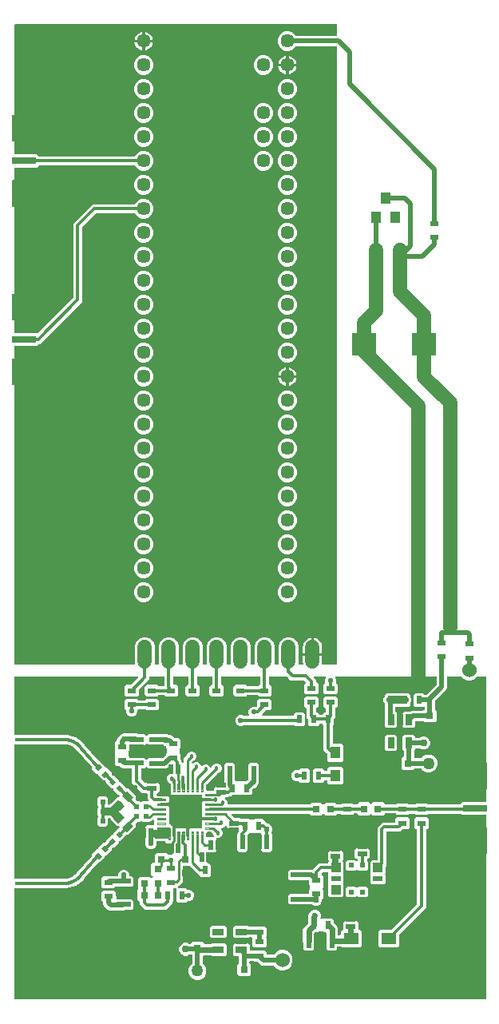
<source format=gtl>
G04 EAGLE Gerber RS-274X export*
G75*
%MOMM*%
%FSLAX34Y34*%
%LPD*%
%INTop Copper*%
%IPPOS*%
%AMOC8*
5,1,8,0,0,1.08239X$1,22.5*%
G01*
%ADD10C,1.270000*%
%ADD11R,0.800000X0.800000*%
%ADD12R,0.500000X0.500000*%
%ADD13R,0.500000X0.500000*%
%ADD14R,2.600000X2.400000*%
%ADD15R,1.100000X1.300000*%
%ADD16R,1.000000X1.200000*%
%ADD17R,5.537200X0.355600*%
%ADD18R,5.537200X3.556000*%
%ADD19C,1.524000*%
%ADD20R,0.500000X0.600000*%
%ADD21R,0.700000X0.900000*%
%ADD22R,0.900000X0.600000*%
%ADD23R,0.600000X0.900000*%
%ADD24R,2.540000X0.762000*%
%ADD25R,5.080000X1.270000*%
%ADD26C,1.447800*%
%ADD27C,0.120000*%
%ADD28R,3.100000X3.100000*%
%ADD29R,0.700000X1.150000*%
%ADD30R,1.150000X0.700000*%
%ADD31C,1.500000*%
%ADD32R,0.500000X1.500000*%
%ADD33R,1.000000X0.500000*%
%ADD34R,1.500000X0.500000*%
%ADD35R,0.500000X1.000000*%
%ADD36R,1.000000X1.000000*%
%ADD37R,1.000000X0.600000*%
%ADD38R,0.600000X0.500000*%
%ADD39R,1.600000X1.300000*%
%ADD40R,1.676400X0.812800*%
%ADD41C,0.254000*%
%ADD42C,0.457200*%
%ADD43C,0.558800*%
%ADD44C,5.080000*%
%ADD45C,0.508000*%
%ADD46C,1.524000*%
%ADD47C,0.304800*%
%ADD48C,0.355600*%
%ADD49C,0.553200*%
%ADD50C,0.609600*%
%ADD51C,0.812800*%
%ADD52C,0.762000*%
%ADD53C,0.603200*%
%ADD54C,0.635000*%

G36*
X130966Y333256D02*
X130966Y333256D01*
X131012Y333254D01*
X131086Y333276D01*
X131163Y333289D01*
X131204Y333310D01*
X131248Y333323D01*
X131312Y333367D01*
X131381Y333404D01*
X131412Y333437D01*
X131450Y333463D01*
X131496Y333525D01*
X131550Y333582D01*
X131569Y333624D01*
X131597Y333660D01*
X131621Y333734D01*
X131654Y333805D01*
X131659Y333851D01*
X131673Y333894D01*
X131672Y333972D01*
X131681Y334049D01*
X131671Y334094D01*
X131670Y334140D01*
X131632Y334272D01*
X131628Y334290D01*
X131626Y334294D01*
X131624Y334301D01*
X131571Y334428D01*
X131571Y353912D01*
X133195Y357833D01*
X136197Y360835D01*
X140118Y362459D01*
X144362Y362459D01*
X148283Y360835D01*
X151285Y357833D01*
X152909Y353912D01*
X152909Y334428D01*
X152856Y334301D01*
X152846Y334257D01*
X152826Y334215D01*
X152818Y334138D01*
X152800Y334062D01*
X152804Y334016D01*
X152799Y333971D01*
X152816Y333894D01*
X152823Y333817D01*
X152842Y333775D01*
X152852Y333730D01*
X152892Y333663D01*
X152923Y333592D01*
X152954Y333559D01*
X152978Y333519D01*
X153037Y333468D01*
X153090Y333411D01*
X153130Y333389D01*
X153165Y333359D01*
X153237Y333330D01*
X153305Y333293D01*
X153350Y333284D01*
X153393Y333267D01*
X153529Y333252D01*
X153547Y333249D01*
X153552Y333250D01*
X153560Y333249D01*
X156320Y333249D01*
X156366Y333256D01*
X156412Y333254D01*
X156486Y333276D01*
X156563Y333289D01*
X156604Y333310D01*
X156648Y333323D01*
X156712Y333367D01*
X156781Y333404D01*
X156812Y333437D01*
X156850Y333463D01*
X156896Y333525D01*
X156950Y333582D01*
X156969Y333624D01*
X156997Y333660D01*
X157021Y333734D01*
X157054Y333805D01*
X157059Y333851D01*
X157073Y333894D01*
X157072Y333972D01*
X157081Y334049D01*
X157071Y334094D01*
X157070Y334140D01*
X157032Y334272D01*
X157028Y334290D01*
X157026Y334294D01*
X157024Y334301D01*
X156971Y334428D01*
X156971Y353912D01*
X158595Y357833D01*
X161597Y360835D01*
X165518Y362459D01*
X169762Y362459D01*
X173683Y360835D01*
X176685Y357833D01*
X178309Y353912D01*
X178309Y334428D01*
X178256Y334301D01*
X178246Y334257D01*
X178226Y334215D01*
X178218Y334138D01*
X178200Y334062D01*
X178204Y334016D01*
X178199Y333971D01*
X178216Y333894D01*
X178223Y333817D01*
X178242Y333775D01*
X178252Y333730D01*
X178292Y333663D01*
X178323Y333592D01*
X178354Y333559D01*
X178378Y333519D01*
X178437Y333468D01*
X178490Y333411D01*
X178530Y333389D01*
X178565Y333359D01*
X178637Y333330D01*
X178705Y333293D01*
X178750Y333284D01*
X178793Y333267D01*
X178929Y333252D01*
X178947Y333249D01*
X178952Y333250D01*
X178960Y333249D01*
X181720Y333249D01*
X181766Y333256D01*
X181812Y333254D01*
X181886Y333276D01*
X181963Y333289D01*
X182004Y333310D01*
X182048Y333323D01*
X182112Y333367D01*
X182181Y333404D01*
X182212Y333437D01*
X182250Y333463D01*
X182296Y333525D01*
X182350Y333582D01*
X182369Y333624D01*
X182397Y333660D01*
X182421Y333734D01*
X182454Y333805D01*
X182459Y333851D01*
X182473Y333894D01*
X182472Y333972D01*
X182481Y334049D01*
X182471Y334094D01*
X182470Y334140D01*
X182432Y334272D01*
X182428Y334290D01*
X182426Y334294D01*
X182424Y334301D01*
X182371Y334428D01*
X182371Y353912D01*
X183995Y357833D01*
X186997Y360835D01*
X190918Y362459D01*
X195162Y362459D01*
X199083Y360835D01*
X202085Y357833D01*
X203709Y353912D01*
X203709Y334428D01*
X203656Y334301D01*
X203646Y334257D01*
X203626Y334215D01*
X203618Y334138D01*
X203600Y334062D01*
X203604Y334016D01*
X203599Y333971D01*
X203616Y333894D01*
X203623Y333817D01*
X203642Y333775D01*
X203652Y333730D01*
X203692Y333663D01*
X203723Y333592D01*
X203754Y333559D01*
X203778Y333519D01*
X203837Y333468D01*
X203890Y333411D01*
X203930Y333389D01*
X203965Y333359D01*
X204037Y333330D01*
X204105Y333293D01*
X204150Y333284D01*
X204193Y333267D01*
X204329Y333252D01*
X204347Y333249D01*
X204352Y333250D01*
X204360Y333249D01*
X207120Y333249D01*
X207166Y333256D01*
X207212Y333254D01*
X207286Y333276D01*
X207363Y333289D01*
X207404Y333310D01*
X207448Y333323D01*
X207512Y333367D01*
X207581Y333404D01*
X207612Y333437D01*
X207650Y333463D01*
X207696Y333525D01*
X207750Y333582D01*
X207769Y333624D01*
X207797Y333660D01*
X207821Y333734D01*
X207854Y333805D01*
X207859Y333851D01*
X207873Y333894D01*
X207872Y333972D01*
X207881Y334049D01*
X207871Y334094D01*
X207870Y334140D01*
X207832Y334272D01*
X207828Y334290D01*
X207826Y334294D01*
X207824Y334301D01*
X207771Y334428D01*
X207771Y353912D01*
X209395Y357833D01*
X212397Y360835D01*
X216318Y362459D01*
X220562Y362459D01*
X224483Y360835D01*
X227485Y357833D01*
X229109Y353912D01*
X229109Y334428D01*
X229056Y334301D01*
X229046Y334257D01*
X229026Y334215D01*
X229018Y334138D01*
X229000Y334062D01*
X229004Y334016D01*
X228999Y333971D01*
X229016Y333894D01*
X229023Y333817D01*
X229042Y333775D01*
X229052Y333730D01*
X229092Y333663D01*
X229123Y333592D01*
X229154Y333559D01*
X229178Y333519D01*
X229237Y333468D01*
X229290Y333411D01*
X229330Y333389D01*
X229365Y333359D01*
X229437Y333330D01*
X229505Y333293D01*
X229550Y333284D01*
X229593Y333267D01*
X229729Y333252D01*
X229747Y333249D01*
X229752Y333250D01*
X229760Y333249D01*
X232520Y333249D01*
X232566Y333256D01*
X232612Y333254D01*
X232686Y333276D01*
X232763Y333289D01*
X232804Y333310D01*
X232848Y333323D01*
X232912Y333367D01*
X232981Y333404D01*
X233012Y333437D01*
X233050Y333463D01*
X233096Y333525D01*
X233150Y333582D01*
X233169Y333624D01*
X233197Y333660D01*
X233221Y333734D01*
X233254Y333805D01*
X233259Y333851D01*
X233273Y333894D01*
X233272Y333972D01*
X233281Y334049D01*
X233271Y334094D01*
X233270Y334140D01*
X233232Y334272D01*
X233228Y334290D01*
X233226Y334294D01*
X233224Y334301D01*
X233171Y334428D01*
X233171Y353912D01*
X234795Y357833D01*
X237797Y360835D01*
X241718Y362459D01*
X245962Y362459D01*
X249883Y360835D01*
X252885Y357833D01*
X254509Y353912D01*
X254509Y334428D01*
X254456Y334301D01*
X254446Y334257D01*
X254426Y334215D01*
X254418Y334138D01*
X254400Y334062D01*
X254404Y334016D01*
X254399Y333971D01*
X254416Y333894D01*
X254423Y333817D01*
X254442Y333775D01*
X254452Y333730D01*
X254492Y333663D01*
X254523Y333592D01*
X254554Y333559D01*
X254578Y333519D01*
X254637Y333468D01*
X254690Y333411D01*
X254730Y333389D01*
X254765Y333359D01*
X254837Y333330D01*
X254905Y333293D01*
X254950Y333284D01*
X254993Y333267D01*
X255129Y333252D01*
X255147Y333249D01*
X255152Y333250D01*
X255160Y333249D01*
X257920Y333249D01*
X257966Y333256D01*
X258012Y333254D01*
X258086Y333276D01*
X258163Y333289D01*
X258204Y333310D01*
X258248Y333323D01*
X258312Y333367D01*
X258381Y333404D01*
X258412Y333437D01*
X258450Y333463D01*
X258496Y333525D01*
X258550Y333582D01*
X258569Y333624D01*
X258597Y333660D01*
X258621Y333734D01*
X258654Y333805D01*
X258659Y333851D01*
X258673Y333894D01*
X258672Y333972D01*
X258681Y334049D01*
X258671Y334094D01*
X258670Y334140D01*
X258632Y334272D01*
X258628Y334290D01*
X258626Y334294D01*
X258624Y334301D01*
X258571Y334428D01*
X258571Y353912D01*
X260195Y357833D01*
X263197Y360835D01*
X267118Y362459D01*
X271362Y362459D01*
X275283Y360835D01*
X278285Y357833D01*
X279909Y353912D01*
X279909Y334428D01*
X279856Y334301D01*
X279846Y334257D01*
X279826Y334215D01*
X279818Y334138D01*
X279800Y334062D01*
X279804Y334016D01*
X279799Y333971D01*
X279816Y333894D01*
X279823Y333817D01*
X279842Y333775D01*
X279852Y333730D01*
X279892Y333663D01*
X279923Y333592D01*
X279954Y333559D01*
X279978Y333519D01*
X280037Y333468D01*
X280090Y333411D01*
X280130Y333389D01*
X280165Y333359D01*
X280237Y333330D01*
X280305Y333293D01*
X280350Y333284D01*
X280393Y333267D01*
X280529Y333252D01*
X280547Y333249D01*
X280552Y333250D01*
X280560Y333249D01*
X283320Y333249D01*
X283366Y333256D01*
X283412Y333254D01*
X283486Y333276D01*
X283563Y333289D01*
X283604Y333310D01*
X283648Y333323D01*
X283712Y333367D01*
X283781Y333404D01*
X283812Y333437D01*
X283850Y333463D01*
X283896Y333525D01*
X283950Y333582D01*
X283969Y333624D01*
X283997Y333660D01*
X284021Y333734D01*
X284054Y333805D01*
X284059Y333851D01*
X284073Y333894D01*
X284072Y333972D01*
X284081Y334049D01*
X284071Y334094D01*
X284070Y334140D01*
X284032Y334272D01*
X284028Y334290D01*
X284026Y334294D01*
X284024Y334301D01*
X283971Y334428D01*
X283971Y353912D01*
X285595Y357833D01*
X288597Y360835D01*
X292518Y362459D01*
X296762Y362459D01*
X300683Y360835D01*
X303685Y357833D01*
X305309Y353912D01*
X305309Y334428D01*
X305256Y334301D01*
X305246Y334257D01*
X305226Y334215D01*
X305218Y334138D01*
X305200Y334062D01*
X305204Y334016D01*
X305199Y333971D01*
X305216Y333894D01*
X305223Y333817D01*
X305242Y333775D01*
X305252Y333730D01*
X305292Y333663D01*
X305323Y333592D01*
X305354Y333559D01*
X305378Y333519D01*
X305437Y333468D01*
X305490Y333411D01*
X305530Y333389D01*
X305565Y333359D01*
X305637Y333330D01*
X305705Y333293D01*
X305750Y333284D01*
X305793Y333267D01*
X305929Y333252D01*
X305947Y333249D01*
X305952Y333250D01*
X305960Y333249D01*
X309384Y333249D01*
X309463Y333262D01*
X309542Y333265D01*
X309583Y333281D01*
X309627Y333289D01*
X309697Y333326D01*
X309771Y333355D01*
X309805Y333383D01*
X309844Y333404D01*
X309899Y333461D01*
X309960Y333512D01*
X309983Y333550D01*
X310014Y333582D01*
X310047Y333654D01*
X310089Y333722D01*
X310099Y333765D01*
X310117Y333805D01*
X310126Y333884D01*
X310144Y333962D01*
X310141Y334020D01*
X310144Y334049D01*
X310139Y334077D01*
X310136Y334129D01*
X309879Y335750D01*
X309879Y342647D01*
X319278Y342647D01*
X319298Y342650D01*
X319317Y342648D01*
X319419Y342670D01*
X319521Y342687D01*
X319538Y342696D01*
X319558Y342700D01*
X319647Y342753D01*
X319738Y342802D01*
X319752Y342816D01*
X319769Y342826D01*
X319836Y342905D01*
X319907Y342980D01*
X319916Y342998D01*
X319929Y343013D01*
X319967Y343109D01*
X320011Y343203D01*
X320013Y343223D01*
X320021Y343241D01*
X320039Y343408D01*
X320039Y344171D01*
X320041Y344171D01*
X320041Y343408D01*
X320044Y343388D01*
X320042Y343369D01*
X320064Y343267D01*
X320081Y343165D01*
X320090Y343148D01*
X320094Y343128D01*
X320147Y343039D01*
X320196Y342948D01*
X320210Y342934D01*
X320220Y342917D01*
X320299Y342850D01*
X320374Y342779D01*
X320392Y342770D01*
X320407Y342757D01*
X320503Y342718D01*
X320597Y342675D01*
X320617Y342673D01*
X320635Y342665D01*
X320802Y342647D01*
X330201Y342647D01*
X330201Y335750D01*
X329944Y334129D01*
X329944Y334049D01*
X329936Y333971D01*
X329945Y333927D01*
X329945Y333883D01*
X329971Y333808D01*
X329988Y333730D01*
X330011Y333692D01*
X330025Y333650D01*
X330073Y333587D01*
X330114Y333519D01*
X330148Y333490D01*
X330175Y333455D01*
X330241Y333411D01*
X330301Y333359D01*
X330342Y333343D01*
X330379Y333318D01*
X330455Y333297D01*
X330529Y333267D01*
X330587Y333261D01*
X330616Y333253D01*
X330644Y333255D01*
X330696Y333249D01*
X345440Y333249D01*
X345460Y333252D01*
X345479Y333250D01*
X345581Y333272D01*
X345683Y333289D01*
X345700Y333298D01*
X345720Y333302D01*
X345809Y333355D01*
X345900Y333404D01*
X345914Y333418D01*
X345931Y333428D01*
X345998Y333507D01*
X346070Y333582D01*
X346078Y333600D01*
X346091Y333615D01*
X346130Y333711D01*
X346173Y333805D01*
X346175Y333825D01*
X346183Y333843D01*
X346201Y334010D01*
X346201Y987970D01*
X346187Y988060D01*
X346179Y988151D01*
X346167Y988181D01*
X346162Y988213D01*
X346119Y988293D01*
X346083Y988377D01*
X346057Y988409D01*
X346046Y988430D01*
X346023Y988452D01*
X345978Y988508D01*
X345888Y988598D01*
X345814Y988652D01*
X345745Y988711D01*
X345714Y988723D01*
X345688Y988742D01*
X345601Y988769D01*
X345516Y988803D01*
X345476Y988807D01*
X345453Y988814D01*
X345421Y988813D01*
X345350Y988821D01*
X302646Y988821D01*
X302556Y988807D01*
X302465Y988799D01*
X302435Y988787D01*
X302403Y988782D01*
X302322Y988739D01*
X302238Y988703D01*
X302206Y988677D01*
X302186Y988666D01*
X302163Y988643D01*
X302107Y988598D01*
X299198Y985688D01*
X295416Y984122D01*
X291324Y984122D01*
X287542Y985688D01*
X284648Y988582D01*
X283082Y992364D01*
X283082Y996456D01*
X284648Y1000238D01*
X287542Y1003132D01*
X291324Y1004698D01*
X295416Y1004698D01*
X299198Y1003132D01*
X302107Y1000222D01*
X302181Y1000169D01*
X302251Y1000109D01*
X302281Y1000097D01*
X302307Y1000078D01*
X302394Y1000051D01*
X302479Y1000017D01*
X302520Y1000013D01*
X302542Y1000006D01*
X302574Y1000007D01*
X302646Y999999D01*
X345440Y999999D01*
X345460Y1000002D01*
X345479Y1000000D01*
X345581Y1000022D01*
X345683Y1000038D01*
X345700Y1000048D01*
X345720Y1000052D01*
X345809Y1000105D01*
X345900Y1000154D01*
X345914Y1000168D01*
X345931Y1000178D01*
X345998Y1000257D01*
X346070Y1000332D01*
X346078Y1000350D01*
X346091Y1000365D01*
X346130Y1000461D01*
X346173Y1000555D01*
X346175Y1000575D01*
X346183Y1000593D01*
X346201Y1000760D01*
X346201Y1011428D01*
X346198Y1011448D01*
X346200Y1011467D01*
X346178Y1011569D01*
X346162Y1011671D01*
X346152Y1011688D01*
X346148Y1011708D01*
X346095Y1011797D01*
X346046Y1011888D01*
X346032Y1011902D01*
X346022Y1011919D01*
X345943Y1011986D01*
X345868Y1012058D01*
X345850Y1012066D01*
X345835Y1012079D01*
X345739Y1012118D01*
X345645Y1012161D01*
X345625Y1012163D01*
X345607Y1012171D01*
X345440Y1012189D01*
X4572Y1012189D01*
X4552Y1012186D01*
X4533Y1012188D01*
X4431Y1012166D01*
X4329Y1012150D01*
X4312Y1012140D01*
X4292Y1012136D01*
X4203Y1012083D01*
X4112Y1012034D01*
X4098Y1012020D01*
X4081Y1012010D01*
X4014Y1011931D01*
X3942Y1011856D01*
X3934Y1011838D01*
X3921Y1011823D01*
X3882Y1011727D01*
X3839Y1011633D01*
X3837Y1011613D01*
X3829Y1011595D01*
X3811Y1011428D01*
X3811Y914018D01*
X2540Y914018D01*
X2422Y914003D01*
X2303Y913996D01*
X2265Y913983D01*
X2224Y913978D01*
X2114Y913935D01*
X2001Y913898D01*
X1966Y913876D01*
X1929Y913861D01*
X1833Y913792D01*
X1732Y913728D01*
X1704Y913698D01*
X1671Y913675D01*
X1596Y913583D01*
X1514Y913496D01*
X1494Y913461D01*
X1469Y913430D01*
X1418Y913322D01*
X1360Y913218D01*
X1350Y913178D01*
X1333Y913142D01*
X1311Y913025D01*
X1281Y912910D01*
X1277Y912850D01*
X1273Y912830D01*
X1275Y912809D01*
X1271Y912749D01*
X1271Y889000D01*
X1286Y888882D01*
X1293Y888763D01*
X1306Y888725D01*
X1311Y888684D01*
X1354Y888574D01*
X1391Y888461D01*
X1413Y888426D01*
X1428Y888389D01*
X1498Y888293D01*
X1561Y888192D01*
X1591Y888164D01*
X1614Y888131D01*
X1706Y888056D01*
X1793Y887974D01*
X1828Y887954D01*
X1859Y887929D01*
X1967Y887878D01*
X2071Y887820D01*
X2111Y887810D01*
X2147Y887793D01*
X2264Y887771D01*
X2379Y887741D01*
X2440Y887737D01*
X2460Y887733D01*
X2480Y887735D01*
X2540Y887731D01*
X3811Y887731D01*
X3811Y875030D01*
X3814Y875010D01*
X3812Y874991D01*
X3834Y874889D01*
X3850Y874787D01*
X3860Y874770D01*
X3864Y874750D01*
X3917Y874661D01*
X3966Y874570D01*
X3980Y874556D01*
X3990Y874539D01*
X4069Y874472D01*
X4144Y874400D01*
X4162Y874392D01*
X4177Y874379D01*
X4273Y874340D01*
X4367Y874297D01*
X4387Y874295D01*
X4405Y874287D01*
X4572Y874269D01*
X27933Y874269D01*
X29742Y872460D01*
X29816Y872407D01*
X29885Y872347D01*
X29915Y872335D01*
X29942Y872316D01*
X30029Y872289D01*
X30113Y872255D01*
X30154Y872251D01*
X30177Y872244D01*
X30209Y872245D01*
X30280Y872237D01*
X131325Y872237D01*
X131440Y872256D01*
X131556Y872273D01*
X131562Y872275D01*
X131568Y872276D01*
X131671Y872331D01*
X131775Y872384D01*
X131780Y872389D01*
X131785Y872392D01*
X131865Y872476D01*
X131948Y872560D01*
X131951Y872566D01*
X131955Y872570D01*
X131963Y872587D01*
X132029Y872707D01*
X132248Y873238D01*
X135142Y876132D01*
X138924Y877698D01*
X143016Y877698D01*
X146798Y876132D01*
X149692Y873238D01*
X151258Y869456D01*
X151258Y865364D01*
X149692Y861582D01*
X146798Y858688D01*
X143016Y857122D01*
X138924Y857122D01*
X135142Y858688D01*
X132248Y861582D01*
X132029Y862113D01*
X131967Y862213D01*
X131907Y862313D01*
X131902Y862317D01*
X131899Y862322D01*
X131809Y862397D01*
X131720Y862473D01*
X131714Y862475D01*
X131709Y862479D01*
X131601Y862521D01*
X131492Y862565D01*
X131484Y862566D01*
X131480Y862567D01*
X131462Y862568D01*
X131325Y862583D01*
X30280Y862583D01*
X30190Y862569D01*
X30099Y862561D01*
X30069Y862549D01*
X30037Y862544D01*
X29957Y862501D01*
X29873Y862465D01*
X29841Y862439D01*
X29820Y862428D01*
X29798Y862405D01*
X29742Y862360D01*
X27933Y860551D01*
X4572Y860551D01*
X4552Y860548D01*
X4533Y860550D01*
X4431Y860528D01*
X4329Y860512D01*
X4312Y860502D01*
X4292Y860498D01*
X4203Y860445D01*
X4112Y860396D01*
X4098Y860382D01*
X4081Y860372D01*
X4014Y860293D01*
X3942Y860218D01*
X3934Y860200D01*
X3921Y860185D01*
X3882Y860089D01*
X3839Y859995D01*
X3837Y859975D01*
X3829Y859957D01*
X3811Y859790D01*
X3811Y847089D01*
X2540Y847089D01*
X2422Y847074D01*
X2303Y847067D01*
X2265Y847054D01*
X2224Y847049D01*
X2114Y847006D01*
X2001Y846969D01*
X1966Y846947D01*
X1929Y846932D01*
X1833Y846863D01*
X1732Y846799D01*
X1704Y846769D01*
X1671Y846746D01*
X1596Y846654D01*
X1514Y846567D01*
X1494Y846532D01*
X1469Y846501D01*
X1418Y846393D01*
X1360Y846289D01*
X1350Y846249D01*
X1333Y846213D01*
X1311Y846096D01*
X1281Y845981D01*
X1277Y845921D01*
X1273Y845901D01*
X1275Y845880D01*
X1271Y845820D01*
X1271Y822071D01*
X1286Y821953D01*
X1293Y821834D01*
X1306Y821796D01*
X1311Y821755D01*
X1354Y821645D01*
X1391Y821532D01*
X1413Y821497D01*
X1428Y821460D01*
X1498Y821364D01*
X1561Y821263D01*
X1591Y821235D01*
X1614Y821202D01*
X1706Y821127D01*
X1793Y821045D01*
X1828Y821025D01*
X1859Y821000D01*
X1967Y820949D01*
X2071Y820891D01*
X2111Y820881D01*
X2147Y820864D01*
X2264Y820842D01*
X2379Y820812D01*
X2440Y820808D01*
X2460Y820804D01*
X2480Y820806D01*
X2540Y820802D01*
X3811Y820802D01*
X3811Y724788D01*
X2540Y724788D01*
X2422Y724773D01*
X2303Y724766D01*
X2265Y724753D01*
X2224Y724748D01*
X2114Y724705D01*
X2001Y724668D01*
X1966Y724646D01*
X1929Y724631D01*
X1833Y724562D01*
X1732Y724498D01*
X1704Y724468D01*
X1671Y724445D01*
X1596Y724353D01*
X1514Y724266D01*
X1494Y724231D01*
X1469Y724200D01*
X1418Y724092D01*
X1360Y723988D01*
X1350Y723948D01*
X1333Y723912D01*
X1311Y723795D01*
X1281Y723680D01*
X1277Y723620D01*
X1273Y723600D01*
X1275Y723579D01*
X1271Y723519D01*
X1271Y699770D01*
X1286Y699652D01*
X1293Y699533D01*
X1306Y699495D01*
X1311Y699454D01*
X1354Y699344D01*
X1391Y699231D01*
X1413Y699196D01*
X1428Y699159D01*
X1498Y699063D01*
X1561Y698962D01*
X1591Y698934D01*
X1614Y698901D01*
X1706Y698826D01*
X1793Y698744D01*
X1828Y698724D01*
X1859Y698699D01*
X1967Y698648D01*
X2071Y698590D01*
X2111Y698580D01*
X2147Y698563D01*
X2264Y698541D01*
X2379Y698511D01*
X2440Y698507D01*
X2460Y698503D01*
X2480Y698505D01*
X2540Y698501D01*
X3811Y698501D01*
X3811Y685800D01*
X3814Y685780D01*
X3812Y685761D01*
X3834Y685659D01*
X3850Y685557D01*
X3860Y685540D01*
X3864Y685520D01*
X3917Y685431D01*
X3966Y685340D01*
X3980Y685326D01*
X3990Y685309D01*
X4069Y685242D01*
X4144Y685170D01*
X4162Y685162D01*
X4177Y685149D01*
X4273Y685110D01*
X4367Y685067D01*
X4387Y685065D01*
X4405Y685057D01*
X4572Y685039D01*
X27933Y685039D01*
X28049Y684922D01*
X28066Y684910D01*
X28078Y684895D01*
X28165Y684839D01*
X28249Y684779D01*
X28268Y684773D01*
X28285Y684762D01*
X28385Y684737D01*
X28484Y684706D01*
X28504Y684707D01*
X28524Y684702D01*
X28627Y684710D01*
X28730Y684713D01*
X28749Y684719D01*
X28769Y684721D01*
X28864Y684761D01*
X28961Y684797D01*
X28977Y684809D01*
X28995Y684817D01*
X29126Y684922D01*
X66070Y721866D01*
X66123Y721940D01*
X66183Y722010D01*
X66195Y722040D01*
X66214Y722066D01*
X66241Y722153D01*
X66275Y722238D01*
X66279Y722279D01*
X66286Y722301D01*
X66285Y722333D01*
X66293Y722405D01*
X66293Y800829D01*
X86901Y821437D01*
X131325Y821437D01*
X131440Y821456D01*
X131556Y821473D01*
X131562Y821475D01*
X131568Y821476D01*
X131671Y821531D01*
X131775Y821584D01*
X131780Y821589D01*
X131785Y821592D01*
X131865Y821676D01*
X131948Y821760D01*
X131951Y821766D01*
X131955Y821770D01*
X131963Y821787D01*
X132029Y821907D01*
X132248Y822438D01*
X135142Y825332D01*
X138924Y826898D01*
X143016Y826898D01*
X146798Y825332D01*
X149692Y822438D01*
X151258Y818656D01*
X151258Y814564D01*
X149692Y810782D01*
X146798Y807888D01*
X143016Y806322D01*
X138924Y806322D01*
X135142Y807888D01*
X132248Y810782D01*
X132029Y811313D01*
X131967Y811413D01*
X131907Y811513D01*
X131902Y811517D01*
X131899Y811522D01*
X131809Y811597D01*
X131720Y811673D01*
X131714Y811675D01*
X131709Y811679D01*
X131601Y811721D01*
X131492Y811765D01*
X131484Y811766D01*
X131480Y811767D01*
X131462Y811768D01*
X131325Y811783D01*
X91215Y811783D01*
X91125Y811769D01*
X91034Y811761D01*
X91004Y811749D01*
X90972Y811744D01*
X90891Y811701D01*
X90807Y811665D01*
X90775Y811639D01*
X90755Y811628D01*
X90732Y811605D01*
X90676Y811560D01*
X76170Y797054D01*
X76117Y796980D01*
X76057Y796910D01*
X76045Y796880D01*
X76026Y796854D01*
X75999Y796767D01*
X75965Y796682D01*
X75961Y796641D01*
X75954Y796619D01*
X75955Y796587D01*
X75947Y796515D01*
X75947Y718091D01*
X31209Y673353D01*
X30280Y673353D01*
X30190Y673339D01*
X30099Y673331D01*
X30069Y673319D01*
X30037Y673314D01*
X29957Y673271D01*
X29873Y673235D01*
X29841Y673209D01*
X29820Y673198D01*
X29798Y673175D01*
X29742Y673130D01*
X27933Y671321D01*
X4572Y671321D01*
X4552Y671318D01*
X4533Y671320D01*
X4431Y671298D01*
X4329Y671282D01*
X4312Y671272D01*
X4292Y671268D01*
X4203Y671215D01*
X4112Y671166D01*
X4098Y671152D01*
X4081Y671142D01*
X4014Y671063D01*
X3942Y670988D01*
X3934Y670970D01*
X3921Y670955D01*
X3882Y670859D01*
X3839Y670765D01*
X3837Y670745D01*
X3829Y670727D01*
X3811Y670560D01*
X3811Y657859D01*
X2540Y657859D01*
X2422Y657844D01*
X2303Y657837D01*
X2265Y657824D01*
X2224Y657819D01*
X2114Y657776D01*
X2001Y657739D01*
X1966Y657717D01*
X1929Y657702D01*
X1833Y657633D01*
X1732Y657569D01*
X1704Y657539D01*
X1671Y657516D01*
X1596Y657424D01*
X1514Y657337D01*
X1494Y657302D01*
X1469Y657271D01*
X1418Y657163D01*
X1360Y657059D01*
X1350Y657019D01*
X1333Y656983D01*
X1311Y656866D01*
X1281Y656751D01*
X1277Y656691D01*
X1273Y656671D01*
X1275Y656650D01*
X1271Y656590D01*
X1271Y632841D01*
X1286Y632723D01*
X1293Y632604D01*
X1306Y632566D01*
X1311Y632525D01*
X1354Y632415D01*
X1391Y632302D01*
X1413Y632267D01*
X1428Y632230D01*
X1498Y632134D01*
X1561Y632033D01*
X1591Y632005D01*
X1614Y631972D01*
X1706Y631897D01*
X1793Y631815D01*
X1828Y631795D01*
X1859Y631770D01*
X1967Y631719D01*
X2071Y631661D01*
X2111Y631651D01*
X2147Y631634D01*
X2264Y631612D01*
X2379Y631582D01*
X2440Y631578D01*
X2460Y631574D01*
X2480Y631576D01*
X2540Y631572D01*
X3811Y631572D01*
X3811Y334010D01*
X3814Y333990D01*
X3812Y333971D01*
X3834Y333869D01*
X3850Y333767D01*
X3860Y333750D01*
X3864Y333730D01*
X3917Y333641D01*
X3966Y333550D01*
X3980Y333536D01*
X3990Y333519D01*
X4069Y333452D01*
X4144Y333381D01*
X4162Y333372D01*
X4177Y333359D01*
X4273Y333320D01*
X4367Y333277D01*
X4387Y333275D01*
X4405Y333267D01*
X4572Y333249D01*
X130920Y333249D01*
X130966Y333256D01*
G37*
G36*
X503448Y-21586D02*
X503448Y-21586D01*
X503467Y-21588D01*
X503569Y-21566D01*
X503671Y-21550D01*
X503688Y-21540D01*
X503708Y-21536D01*
X503797Y-21483D01*
X503888Y-21434D01*
X503902Y-21420D01*
X503919Y-21410D01*
X503986Y-21331D01*
X504058Y-21256D01*
X504066Y-21238D01*
X504079Y-21223D01*
X504118Y-21127D01*
X504161Y-21033D01*
X504163Y-21013D01*
X504171Y-20995D01*
X504189Y-20828D01*
X504189Y134494D01*
X504190Y134494D01*
X504308Y134509D01*
X504427Y134516D01*
X504465Y134529D01*
X504506Y134534D01*
X504616Y134577D01*
X504729Y134614D01*
X504764Y134636D01*
X504801Y134651D01*
X504897Y134721D01*
X504998Y134784D01*
X505026Y134814D01*
X505059Y134837D01*
X505135Y134929D01*
X505216Y135016D01*
X505236Y135051D01*
X505261Y135082D01*
X505312Y135190D01*
X505370Y135294D01*
X505380Y135334D01*
X505397Y135370D01*
X505419Y135487D01*
X505449Y135602D01*
X505453Y135663D01*
X505457Y135683D01*
X505455Y135703D01*
X505459Y135763D01*
X505459Y159512D01*
X505444Y159630D01*
X505437Y159749D01*
X505424Y159787D01*
X505419Y159828D01*
X505376Y159938D01*
X505339Y160051D01*
X505317Y160086D01*
X505302Y160123D01*
X505233Y160219D01*
X505169Y160320D01*
X505139Y160348D01*
X505116Y160381D01*
X505024Y160457D01*
X504937Y160538D01*
X504902Y160558D01*
X504871Y160583D01*
X504763Y160634D01*
X504659Y160692D01*
X504619Y160702D01*
X504583Y160719D01*
X504466Y160741D01*
X504351Y160771D01*
X504291Y160775D01*
X504271Y160779D01*
X504250Y160777D01*
X504190Y160781D01*
X504189Y160781D01*
X504189Y173482D01*
X504186Y173502D01*
X504188Y173521D01*
X504166Y173623D01*
X504150Y173725D01*
X504140Y173742D01*
X504136Y173762D01*
X504083Y173851D01*
X504034Y173942D01*
X504020Y173956D01*
X504010Y173973D01*
X503931Y174040D01*
X503856Y174112D01*
X503838Y174120D01*
X503823Y174133D01*
X503727Y174172D01*
X503633Y174215D01*
X503613Y174217D01*
X503595Y174225D01*
X503428Y174243D01*
X478797Y174243D01*
X477616Y175424D01*
X477542Y175477D01*
X477473Y175537D01*
X477443Y175549D01*
X477416Y175568D01*
X477329Y175595D01*
X477245Y175629D01*
X477204Y175633D01*
X477181Y175640D01*
X477149Y175639D01*
X477078Y175647D01*
X442910Y175647D01*
X442820Y175633D01*
X442729Y175625D01*
X442699Y175613D01*
X442667Y175608D01*
X442587Y175565D01*
X442503Y175529D01*
X442471Y175503D01*
X442450Y175492D01*
X442428Y175469D01*
X442372Y175424D01*
X441373Y174425D01*
X429847Y174425D01*
X428848Y175424D01*
X428774Y175477D01*
X428705Y175537D01*
X428675Y175549D01*
X428648Y175568D01*
X428561Y175595D01*
X428477Y175629D01*
X428436Y175633D01*
X428413Y175640D01*
X428381Y175639D01*
X428310Y175647D01*
X422590Y175647D01*
X422500Y175633D01*
X422409Y175625D01*
X422379Y175613D01*
X422347Y175608D01*
X422267Y175565D01*
X422183Y175529D01*
X422151Y175503D01*
X422130Y175492D01*
X422108Y175469D01*
X422052Y175424D01*
X421053Y174425D01*
X409527Y174425D01*
X408408Y175544D01*
X408334Y175597D01*
X408265Y175657D01*
X408235Y175669D01*
X408208Y175688D01*
X408121Y175715D01*
X408037Y175749D01*
X407996Y175753D01*
X407973Y175760D01*
X407941Y175759D01*
X407870Y175767D01*
X397316Y175767D01*
X397226Y175753D01*
X397135Y175745D01*
X397105Y175733D01*
X397073Y175728D01*
X396993Y175685D01*
X396909Y175649D01*
X396877Y175623D01*
X396856Y175612D01*
X396834Y175589D01*
X396778Y175544D01*
X394779Y173545D01*
X384253Y173545D01*
X382554Y175244D01*
X382538Y175256D01*
X382526Y175271D01*
X382438Y175327D01*
X382355Y175388D01*
X382336Y175394D01*
X382319Y175404D01*
X382218Y175430D01*
X382119Y175460D01*
X382100Y175460D01*
X382080Y175464D01*
X381977Y175456D01*
X381874Y175454D01*
X381855Y175447D01*
X381835Y175445D01*
X381740Y175405D01*
X381643Y175369D01*
X381627Y175357D01*
X381609Y175349D01*
X381478Y175244D01*
X379779Y173545D01*
X369253Y173545D01*
X367254Y175544D01*
X367180Y175597D01*
X367111Y175657D01*
X367081Y175669D01*
X367054Y175688D01*
X366967Y175715D01*
X366883Y175749D01*
X366842Y175753D01*
X366819Y175760D01*
X366787Y175759D01*
X366716Y175767D01*
X364304Y175767D01*
X364214Y175753D01*
X364123Y175745D01*
X364093Y175733D01*
X364061Y175728D01*
X363981Y175685D01*
X363897Y175649D01*
X363865Y175623D01*
X363844Y175612D01*
X363822Y175589D01*
X363766Y175544D01*
X362633Y174411D01*
X351107Y174411D01*
X350228Y175290D01*
X350154Y175343D01*
X350085Y175403D01*
X350055Y175415D01*
X350028Y175434D01*
X349941Y175461D01*
X349857Y175495D01*
X349816Y175499D01*
X349793Y175506D01*
X349761Y175505D01*
X349690Y175513D01*
X346770Y175513D01*
X346680Y175499D01*
X346589Y175491D01*
X346559Y175479D01*
X346527Y175474D01*
X346447Y175431D01*
X346363Y175395D01*
X346331Y175369D01*
X346310Y175358D01*
X346288Y175335D01*
X346232Y175290D01*
X344233Y173291D01*
X333707Y173291D01*
X332008Y174990D01*
X331992Y175002D01*
X331980Y175017D01*
X331892Y175073D01*
X331809Y175134D01*
X331790Y175140D01*
X331773Y175150D01*
X331672Y175176D01*
X331573Y175206D01*
X331554Y175206D01*
X331534Y175210D01*
X331431Y175202D01*
X331328Y175200D01*
X331309Y175193D01*
X331289Y175191D01*
X331194Y175151D01*
X331097Y175115D01*
X331081Y175103D01*
X331063Y175095D01*
X330932Y174990D01*
X329233Y173291D01*
X318707Y173291D01*
X316748Y175250D01*
X316674Y175303D01*
X316605Y175363D01*
X316575Y175375D01*
X316548Y175394D01*
X316461Y175421D01*
X316377Y175455D01*
X316336Y175459D01*
X316313Y175466D01*
X316281Y175465D01*
X316210Y175473D01*
X234852Y175473D01*
X234781Y175462D01*
X234710Y175460D01*
X234661Y175442D01*
X234609Y175434D01*
X234546Y175400D01*
X234479Y175375D01*
X234438Y175343D01*
X234392Y175318D01*
X234343Y175266D01*
X234287Y175222D01*
X234258Y175178D01*
X234223Y175140D01*
X234192Y175075D01*
X234154Y175015D01*
X234141Y174964D01*
X234119Y174917D01*
X234111Y174846D01*
X234094Y174776D01*
X234098Y174724D01*
X234092Y174673D01*
X234107Y174602D01*
X234113Y174531D01*
X234133Y174483D01*
X234144Y174432D01*
X234181Y174371D01*
X234209Y174305D01*
X234254Y174249D01*
X234270Y174221D01*
X234288Y174206D01*
X234314Y174174D01*
X237318Y171170D01*
X237392Y171117D01*
X237461Y171057D01*
X237491Y171045D01*
X237518Y171026D01*
X237605Y170999D01*
X237689Y170965D01*
X237730Y170961D01*
X237753Y170954D01*
X237785Y170955D01*
X237856Y170947D01*
X243245Y170947D01*
X243744Y170448D01*
X243818Y170395D01*
X243887Y170335D01*
X243917Y170323D01*
X243944Y170304D01*
X244031Y170277D01*
X244115Y170243D01*
X244156Y170239D01*
X244179Y170232D01*
X244211Y170233D01*
X244282Y170225D01*
X247185Y170225D01*
X247332Y170078D01*
X247406Y170025D01*
X247476Y169965D01*
X247506Y169953D01*
X247532Y169934D01*
X247619Y169907D01*
X247704Y169873D01*
X247745Y169869D01*
X247767Y169862D01*
X247799Y169863D01*
X247871Y169855D01*
X252541Y169855D01*
X253262Y169134D01*
X253336Y169081D01*
X253405Y169021D01*
X253435Y169009D01*
X253462Y168990D01*
X253549Y168963D01*
X253633Y168929D01*
X253674Y168925D01*
X253697Y168918D01*
X253729Y168919D01*
X253800Y168911D01*
X257756Y168911D01*
X257846Y168925D01*
X257937Y168933D01*
X257967Y168945D01*
X257999Y168950D01*
X258079Y168993D01*
X258163Y169029D01*
X258195Y169055D01*
X258216Y169066D01*
X258238Y169089D01*
X258294Y169134D01*
X259015Y169855D01*
X267541Y169855D01*
X269327Y168069D01*
X269327Y167894D01*
X269330Y167874D01*
X269328Y167855D01*
X269350Y167753D01*
X269366Y167651D01*
X269376Y167634D01*
X269380Y167614D01*
X269433Y167525D01*
X269482Y167434D01*
X269496Y167420D01*
X269506Y167403D01*
X269585Y167336D01*
X269660Y167264D01*
X269678Y167256D01*
X269693Y167243D01*
X269789Y167204D01*
X269883Y167161D01*
X269903Y167159D01*
X269921Y167151D01*
X270088Y167133D01*
X270103Y167133D01*
X272064Y165172D01*
X272138Y165119D01*
X272208Y165059D01*
X272238Y165047D01*
X272264Y165028D01*
X272351Y165001D01*
X272436Y164967D01*
X272477Y164963D01*
X272499Y164956D01*
X272531Y164957D01*
X272603Y164949D01*
X272732Y164949D01*
X274961Y164025D01*
X276667Y162319D01*
X277591Y160090D01*
X277591Y157678D01*
X276665Y155442D01*
X276651Y155431D01*
X276595Y155344D01*
X276535Y155260D01*
X276529Y155241D01*
X276518Y155224D01*
X276493Y155124D01*
X276463Y155025D01*
X276463Y155005D01*
X276458Y154986D01*
X276466Y154883D01*
X276469Y154779D01*
X276476Y154760D01*
X276477Y154740D01*
X276518Y154646D01*
X276553Y154548D01*
X276566Y154532D01*
X276574Y154514D01*
X276678Y154383D01*
X277011Y154051D01*
X277011Y136525D01*
X275225Y134739D01*
X267699Y134739D01*
X265913Y136525D01*
X265913Y153996D01*
X265910Y154016D01*
X265912Y154035D01*
X265890Y154137D01*
X265874Y154239D01*
X265864Y154256D01*
X265860Y154276D01*
X265807Y154365D01*
X265758Y154456D01*
X265744Y154470D01*
X265734Y154487D01*
X265655Y154554D01*
X265580Y154626D01*
X265562Y154634D01*
X265547Y154647D01*
X265451Y154686D01*
X265357Y154729D01*
X265337Y154731D01*
X265319Y154739D01*
X265152Y154757D01*
X259015Y154757D01*
X258802Y154970D01*
X258728Y155023D01*
X258659Y155083D01*
X258629Y155095D01*
X258602Y155114D01*
X258515Y155141D01*
X258431Y155175D01*
X258390Y155179D01*
X258367Y155186D01*
X258335Y155185D01*
X258264Y155193D01*
X253521Y155193D01*
X253431Y155179D01*
X253340Y155171D01*
X253310Y155159D01*
X253278Y155154D01*
X253197Y155111D01*
X253113Y155075D01*
X253081Y155049D01*
X253061Y155038D01*
X253038Y155015D01*
X252982Y154970D01*
X251454Y153442D01*
X251401Y153368D01*
X251341Y153298D01*
X251329Y153268D01*
X251310Y153242D01*
X251283Y153155D01*
X251249Y153070D01*
X251245Y153029D01*
X251238Y153007D01*
X251239Y152975D01*
X251231Y152903D01*
X251231Y136779D01*
X249445Y134993D01*
X241919Y134993D01*
X240133Y136779D01*
X240133Y154305D01*
X240568Y154740D01*
X240622Y154814D01*
X240681Y154883D01*
X240693Y154913D01*
X240712Y154940D01*
X240739Y155027D01*
X240773Y155111D01*
X240777Y155152D01*
X240784Y155175D01*
X240783Y155207D01*
X240791Y155278D01*
X240791Y156431D01*
X242006Y157646D01*
X242059Y157720D01*
X242119Y157790D01*
X242131Y157820D01*
X242150Y157846D01*
X242177Y157933D01*
X242211Y158018D01*
X242215Y158059D01*
X242222Y158081D01*
X242221Y158113D01*
X242229Y158185D01*
X242229Y159088D01*
X242226Y159108D01*
X242228Y159127D01*
X242206Y159229D01*
X242190Y159331D01*
X242180Y159348D01*
X242176Y159368D01*
X242123Y159457D01*
X242074Y159548D01*
X242060Y159562D01*
X242050Y159579D01*
X241971Y159646D01*
X241896Y159718D01*
X241878Y159726D01*
X241863Y159739D01*
X241767Y159778D01*
X241673Y159821D01*
X241653Y159823D01*
X241635Y159831D01*
X241468Y159849D01*
X230719Y159849D01*
X228933Y161635D01*
X228933Y161926D01*
X228922Y161997D01*
X228920Y162068D01*
X228902Y162117D01*
X228894Y162169D01*
X228860Y162232D01*
X228835Y162299D01*
X228803Y162340D01*
X228778Y162386D01*
X228726Y162435D01*
X228682Y162491D01*
X228638Y162520D01*
X228600Y162556D01*
X228535Y162586D01*
X228475Y162624D01*
X228424Y162637D01*
X228377Y162659D01*
X228306Y162667D01*
X228236Y162685D01*
X228184Y162680D01*
X228133Y162686D01*
X228062Y162671D01*
X227991Y162665D01*
X227943Y162645D01*
X227892Y162634D01*
X227831Y162597D01*
X227765Y162569D01*
X227709Y162524D01*
X227681Y162508D01*
X227666Y162490D01*
X227634Y162464D01*
X226144Y160975D01*
X224184Y160163D01*
X223869Y160163D01*
X223799Y160151D01*
X223727Y160149D01*
X223678Y160131D01*
X223627Y160123D01*
X223563Y160089D01*
X223496Y160065D01*
X223455Y160032D01*
X223409Y160008D01*
X223360Y159956D01*
X223304Y159911D01*
X223276Y159867D01*
X223240Y159830D01*
X223210Y159765D01*
X223171Y159704D01*
X223158Y159654D01*
X223136Y159607D01*
X223128Y159535D01*
X223111Y159466D01*
X223115Y159414D01*
X223109Y159362D01*
X223125Y159292D01*
X223130Y159221D01*
X223150Y159173D01*
X223162Y159122D01*
X223198Y159060D01*
X223226Y158994D01*
X223271Y158938D01*
X223288Y158911D01*
X223305Y158895D01*
X223331Y158863D01*
X224233Y157962D01*
X225045Y156001D01*
X225045Y153879D01*
X224233Y151918D01*
X222732Y150417D01*
X220771Y149605D01*
X218610Y149605D01*
X218590Y149602D01*
X218571Y149604D01*
X218469Y149582D01*
X218367Y149566D01*
X218350Y149556D01*
X218330Y149552D01*
X218241Y149499D01*
X218150Y149450D01*
X218136Y149436D01*
X218119Y149426D01*
X218052Y149347D01*
X217980Y149272D01*
X217972Y149254D01*
X217959Y149239D01*
X217920Y149143D01*
X217877Y149049D01*
X217875Y149029D01*
X217867Y149011D01*
X217849Y148844D01*
X217849Y136231D01*
X216063Y134445D01*
X208958Y134445D01*
X208938Y134442D01*
X208919Y134444D01*
X208817Y134422D01*
X208715Y134406D01*
X208698Y134396D01*
X208678Y134392D01*
X208589Y134339D01*
X208498Y134290D01*
X208484Y134276D01*
X208467Y134266D01*
X208400Y134187D01*
X208328Y134112D01*
X208320Y134094D01*
X208307Y134079D01*
X208268Y133983D01*
X208225Y133889D01*
X208223Y133869D01*
X208215Y133851D01*
X208197Y133684D01*
X208197Y123880D01*
X208200Y123860D01*
X208198Y123841D01*
X208220Y123739D01*
X208236Y123637D01*
X208246Y123620D01*
X208250Y123600D01*
X208303Y123511D01*
X208352Y123420D01*
X208366Y123406D01*
X208376Y123389D01*
X208455Y123322D01*
X208530Y123250D01*
X208548Y123242D01*
X208563Y123229D01*
X208659Y123190D01*
X208753Y123147D01*
X208773Y123145D01*
X208791Y123137D01*
X208958Y123119D01*
X210123Y123119D01*
X211909Y121333D01*
X211909Y109807D01*
X210123Y108021D01*
X201597Y108021D01*
X199811Y109807D01*
X199811Y110490D01*
X199808Y110510D01*
X199810Y110529D01*
X199788Y110631D01*
X199772Y110733D01*
X199762Y110750D01*
X199758Y110770D01*
X199705Y110859D01*
X199656Y110950D01*
X199642Y110964D01*
X199632Y110981D01*
X199553Y111048D01*
X199478Y111120D01*
X199460Y111128D01*
X199445Y111141D01*
X199349Y111180D01*
X199255Y111223D01*
X199235Y111225D01*
X199217Y111233D01*
X199050Y111251D01*
X198871Y111251D01*
X190006Y120116D01*
X189932Y120169D01*
X189863Y120229D01*
X189833Y120241D01*
X189806Y120260D01*
X189719Y120287D01*
X189635Y120321D01*
X189594Y120325D01*
X189571Y120332D01*
X189539Y120331D01*
X189468Y120339D01*
X183134Y120339D01*
X183114Y120336D01*
X183095Y120338D01*
X182993Y120316D01*
X182891Y120300D01*
X182874Y120290D01*
X182854Y120286D01*
X182765Y120233D01*
X182674Y120184D01*
X182660Y120170D01*
X182643Y120160D01*
X182576Y120081D01*
X182504Y120006D01*
X182496Y119988D01*
X182483Y119973D01*
X182444Y119877D01*
X182401Y119783D01*
X182399Y119763D01*
X182391Y119745D01*
X182373Y119578D01*
X182373Y103621D01*
X177952Y99200D01*
X177906Y99136D01*
X177887Y99116D01*
X177883Y99108D01*
X177839Y99057D01*
X177827Y99027D01*
X177808Y99000D01*
X177781Y98913D01*
X177747Y98829D01*
X177743Y98788D01*
X177736Y98765D01*
X177737Y98733D01*
X177729Y98662D01*
X177729Y98219D01*
X177258Y97748D01*
X177216Y97690D01*
X177167Y97638D01*
X177145Y97591D01*
X177114Y97549D01*
X177093Y97480D01*
X177063Y97415D01*
X177057Y97363D01*
X177042Y97313D01*
X177044Y97242D01*
X177036Y97171D01*
X177047Y97120D01*
X177048Y97068D01*
X177073Y97000D01*
X177088Y96930D01*
X177115Y96885D01*
X177133Y96837D01*
X177178Y96781D01*
X177214Y96719D01*
X177254Y96685D01*
X177286Y96645D01*
X177347Y96606D01*
X177401Y96559D01*
X177450Y96540D01*
X177493Y96512D01*
X177563Y96494D01*
X177629Y96467D01*
X177701Y96459D01*
X177732Y96451D01*
X177755Y96453D01*
X177796Y96449D01*
X185753Y96449D01*
X186982Y95220D01*
X187056Y95166D01*
X187125Y95107D01*
X187155Y95095D01*
X187182Y95076D01*
X187269Y95049D01*
X187353Y95015D01*
X187394Y95011D01*
X187417Y95004D01*
X187449Y95005D01*
X187520Y94997D01*
X189630Y94997D01*
X191778Y94107D01*
X193421Y92464D01*
X194311Y90316D01*
X194311Y87992D01*
X193421Y85844D01*
X191778Y84201D01*
X189630Y83311D01*
X188028Y83311D01*
X187938Y83297D01*
X187847Y83289D01*
X187817Y83277D01*
X187785Y83272D01*
X187705Y83229D01*
X187621Y83193D01*
X187589Y83167D01*
X187568Y83156D01*
X187546Y83133D01*
X187490Y83088D01*
X185753Y81351D01*
X177227Y81351D01*
X175441Y83137D01*
X175441Y94663D01*
X175912Y95134D01*
X175954Y95192D01*
X176003Y95244D01*
X176025Y95291D01*
X176056Y95333D01*
X176077Y95402D01*
X176107Y95467D01*
X176113Y95519D01*
X176128Y95569D01*
X176126Y95640D01*
X176134Y95711D01*
X176123Y95762D01*
X176122Y95814D01*
X176097Y95882D01*
X176082Y95952D01*
X176055Y95997D01*
X176037Y96045D01*
X175992Y96101D01*
X175956Y96163D01*
X175916Y96197D01*
X175884Y96237D01*
X175823Y96276D01*
X175769Y96323D01*
X175720Y96342D01*
X175677Y96370D01*
X175607Y96388D01*
X175541Y96415D01*
X175469Y96423D01*
X175438Y96431D01*
X175415Y96429D01*
X175374Y96433D01*
X172606Y96433D01*
X172535Y96422D01*
X172464Y96420D01*
X172415Y96402D01*
X172363Y96394D01*
X172300Y96360D01*
X172233Y96335D01*
X172192Y96303D01*
X172146Y96278D01*
X172097Y96226D01*
X172041Y96182D01*
X172012Y96138D01*
X171977Y96100D01*
X171946Y96035D01*
X171908Y95975D01*
X171895Y95924D01*
X171873Y95877D01*
X171865Y95806D01*
X171848Y95736D01*
X171852Y95684D01*
X171846Y95633D01*
X171861Y95562D01*
X171867Y95491D01*
X171887Y95443D01*
X171898Y95392D01*
X171935Y95331D01*
X171963Y95265D01*
X172008Y95209D01*
X172024Y95181D01*
X172042Y95166D01*
X172068Y95134D01*
X172539Y94663D01*
X172539Y83137D01*
X171420Y82018D01*
X171367Y81944D01*
X171307Y81875D01*
X171295Y81845D01*
X171276Y81818D01*
X171249Y81731D01*
X171215Y81647D01*
X171211Y81606D01*
X171204Y81583D01*
X171205Y81551D01*
X171197Y81480D01*
X171197Y80297D01*
X164559Y73659D01*
X142527Y73659D01*
X136771Y79415D01*
X136771Y81354D01*
X136757Y81444D01*
X136749Y81535D01*
X136737Y81565D01*
X136732Y81597D01*
X136689Y81677D01*
X136653Y81761D01*
X136627Y81793D01*
X136616Y81814D01*
X136593Y81836D01*
X136548Y81892D01*
X134549Y83891D01*
X134549Y94417D01*
X135098Y94966D01*
X135110Y94982D01*
X135125Y94994D01*
X135181Y95082D01*
X135242Y95165D01*
X135248Y95184D01*
X135258Y95201D01*
X135284Y95302D01*
X135314Y95401D01*
X135314Y95420D01*
X135318Y95440D01*
X135310Y95543D01*
X135308Y95646D01*
X135301Y95665D01*
X135299Y95685D01*
X135259Y95780D01*
X135223Y95877D01*
X135211Y95893D01*
X135203Y95911D01*
X135098Y96042D01*
X134937Y96203D01*
X134937Y106729D01*
X136723Y108515D01*
X147249Y108515D01*
X148433Y107331D01*
X148449Y107319D01*
X148461Y107304D01*
X148549Y107248D01*
X148632Y107187D01*
X148651Y107181D01*
X148668Y107171D01*
X148769Y107145D01*
X148868Y107115D01*
X148887Y107115D01*
X148907Y107111D01*
X149010Y107119D01*
X149113Y107121D01*
X149132Y107128D01*
X149152Y107130D01*
X149247Y107170D01*
X149344Y107206D01*
X149360Y107218D01*
X149378Y107226D01*
X149509Y107331D01*
X150606Y108428D01*
X150618Y108444D01*
X150633Y108456D01*
X150689Y108543D01*
X150750Y108627D01*
X150756Y108647D01*
X150766Y108663D01*
X150792Y108764D01*
X150822Y108863D01*
X150822Y108882D01*
X150826Y108902D01*
X150818Y109005D01*
X150816Y109108D01*
X150809Y109127D01*
X150807Y109147D01*
X150767Y109242D01*
X150731Y109339D01*
X150719Y109355D01*
X150711Y109373D01*
X150606Y109504D01*
X148907Y111203D01*
X148907Y121729D01*
X150693Y123515D01*
X152210Y123515D01*
X152230Y123518D01*
X152249Y123516D01*
X152351Y123538D01*
X152453Y123554D01*
X152470Y123564D01*
X152490Y123568D01*
X152579Y123621D01*
X152670Y123670D01*
X152684Y123684D01*
X152701Y123694D01*
X152768Y123773D01*
X152840Y123848D01*
X152848Y123866D01*
X152861Y123881D01*
X152900Y123977D01*
X152943Y124071D01*
X152945Y124091D01*
X152953Y124109D01*
X152971Y124276D01*
X152971Y132383D01*
X154757Y134169D01*
X165283Y134169D01*
X167199Y132252D01*
X167224Y132207D01*
X167257Y132175D01*
X167283Y132137D01*
X167346Y132091D01*
X167402Y132037D01*
X167444Y132018D01*
X167480Y131990D01*
X167554Y131966D01*
X167625Y131934D01*
X167671Y131928D01*
X167714Y131914D01*
X167792Y131915D01*
X167869Y131906D01*
X167914Y131916D01*
X167960Y131917D01*
X168091Y131955D01*
X168110Y131959D01*
X168114Y131961D01*
X168121Y131963D01*
X169018Y132335D01*
X171280Y132335D01*
X171300Y132338D01*
X171319Y132336D01*
X171421Y132358D01*
X171523Y132374D01*
X171540Y132384D01*
X171560Y132388D01*
X171649Y132441D01*
X171740Y132490D01*
X171754Y132504D01*
X171771Y132514D01*
X171838Y132593D01*
X171910Y132668D01*
X171918Y132686D01*
X171931Y132701D01*
X171970Y132797D01*
X172013Y132891D01*
X172015Y132911D01*
X172023Y132929D01*
X172041Y133096D01*
X172041Y144123D01*
X172030Y144194D01*
X172028Y144266D01*
X172010Y144315D01*
X172002Y144366D01*
X171968Y144429D01*
X171943Y144497D01*
X171911Y144538D01*
X171886Y144584D01*
X171835Y144633D01*
X171790Y144689D01*
X171746Y144717D01*
X171708Y144753D01*
X171643Y144783D01*
X171583Y144822D01*
X171532Y144835D01*
X171485Y144857D01*
X171414Y144864D01*
X171344Y144882D01*
X171292Y144878D01*
X171241Y144884D01*
X171170Y144868D01*
X171099Y144863D01*
X171051Y144842D01*
X171000Y144831D01*
X170939Y144795D01*
X170873Y144766D01*
X170817Y144722D01*
X170789Y144705D01*
X170774Y144687D01*
X170742Y144662D01*
X170331Y144251D01*
X165509Y144251D01*
X163934Y145826D01*
X163860Y145879D01*
X163790Y145939D01*
X163760Y145951D01*
X163734Y145970D01*
X163647Y145997D01*
X163562Y146031D01*
X163521Y146035D01*
X163499Y146042D01*
X163467Y146041D01*
X163395Y146049D01*
X155002Y146049D01*
X154956Y146042D01*
X154910Y146044D01*
X154836Y146022D01*
X154759Y146010D01*
X154718Y145988D01*
X154674Y145975D01*
X154610Y145931D01*
X154541Y145894D01*
X154510Y145861D01*
X154472Y145835D01*
X154426Y145772D01*
X154372Y145716D01*
X154353Y145674D01*
X154325Y145638D01*
X154301Y145564D01*
X154268Y145493D01*
X154263Y145447D01*
X154249Y145404D01*
X154250Y145326D01*
X154241Y145249D01*
X154251Y145204D01*
X154252Y145158D01*
X154290Y145027D01*
X154294Y145008D01*
X154296Y145004D01*
X154298Y144997D01*
X154433Y144672D01*
X154433Y142348D01*
X153543Y140200D01*
X151900Y138557D01*
X149752Y137667D01*
X147428Y137667D01*
X145280Y138557D01*
X143637Y140200D01*
X142747Y142348D01*
X142747Y144672D01*
X142943Y145146D01*
X142958Y145209D01*
X142983Y145270D01*
X142992Y145353D01*
X142999Y145385D01*
X142998Y145404D01*
X143001Y145437D01*
X143001Y148192D01*
X143000Y148203D01*
X143000Y148209D01*
X142993Y148242D01*
X142987Y148282D01*
X142979Y148373D01*
X142967Y148403D01*
X142962Y148435D01*
X142919Y148515D01*
X142883Y148599D01*
X142857Y148631D01*
X142846Y148652D01*
X142831Y148666D01*
X142831Y153580D01*
X142821Y153645D01*
X142820Y153711D01*
X142797Y153790D01*
X142792Y153823D01*
X142791Y153824D01*
X142791Y156080D01*
X142813Y156133D01*
X142822Y156216D01*
X142829Y156248D01*
X142828Y156267D01*
X142831Y156300D01*
X142831Y161203D01*
X144617Y162989D01*
X151110Y162989D01*
X151130Y162992D01*
X151149Y162990D01*
X151251Y163012D01*
X151353Y163028D01*
X151370Y163038D01*
X151390Y163042D01*
X151479Y163095D01*
X151570Y163144D01*
X151584Y163158D01*
X151601Y163168D01*
X151668Y163247D01*
X151740Y163322D01*
X151748Y163340D01*
X151761Y163355D01*
X151800Y163451D01*
X151843Y163545D01*
X151845Y163565D01*
X151853Y163583D01*
X151871Y163750D01*
X151871Y168340D01*
X151861Y168402D01*
X151861Y168465D01*
X151841Y168522D01*
X151832Y168583D01*
X151802Y168638D01*
X151782Y168698D01*
X151745Y168746D01*
X151716Y168800D01*
X151671Y168843D01*
X151633Y168893D01*
X151582Y168927D01*
X151538Y168969D01*
X151481Y168996D01*
X151429Y169031D01*
X151370Y169047D01*
X151315Y169073D01*
X151253Y169080D01*
X151192Y169097D01*
X151131Y169093D01*
X151071Y169100D01*
X151009Y169087D01*
X150946Y169083D01*
X150862Y169055D01*
X150830Y169048D01*
X150815Y169039D01*
X150788Y169029D01*
X148587Y168000D01*
X148546Y167973D01*
X148502Y167954D01*
X148403Y167875D01*
X148383Y167862D01*
X148379Y167856D01*
X148371Y167849D01*
X147193Y166671D01*
X139667Y166671D01*
X138968Y167370D01*
X138952Y167382D01*
X138940Y167397D01*
X138852Y167453D01*
X138769Y167514D01*
X138750Y167520D01*
X138733Y167530D01*
X138632Y167556D01*
X138533Y167586D01*
X138514Y167586D01*
X138494Y167590D01*
X138391Y167582D01*
X138288Y167580D01*
X138269Y167573D01*
X138249Y167571D01*
X138154Y167531D01*
X138057Y167495D01*
X138041Y167483D01*
X138023Y167475D01*
X137892Y167370D01*
X137193Y166671D01*
X134523Y166671D01*
X134433Y166657D01*
X134342Y166649D01*
X134312Y166637D01*
X134280Y166632D01*
X134199Y166589D01*
X134115Y166553D01*
X134083Y166527D01*
X134063Y166516D01*
X134040Y166493D01*
X133984Y166448D01*
X132519Y164983D01*
X132507Y164967D01*
X132492Y164954D01*
X132436Y164867D01*
X132376Y164783D01*
X132370Y164764D01*
X132359Y164747D01*
X132334Y164647D01*
X132303Y164548D01*
X132304Y164528D01*
X132299Y164509D01*
X132307Y164406D01*
X132310Y164302D01*
X132316Y164283D01*
X132318Y164264D01*
X132358Y164169D01*
X132394Y164071D01*
X132406Y164056D01*
X132414Y164037D01*
X132519Y163906D01*
X132682Y163744D01*
X132682Y161218D01*
X124532Y153068D01*
X122641Y153068D01*
X122621Y153065D01*
X122602Y153067D01*
X122500Y153045D01*
X122398Y153028D01*
X122381Y153019D01*
X122361Y153015D01*
X122272Y152962D01*
X122181Y152913D01*
X122167Y152899D01*
X122150Y152889D01*
X122083Y152810D01*
X122012Y152735D01*
X122003Y152717D01*
X121990Y152702D01*
X121951Y152606D01*
X121908Y152512D01*
X121906Y152492D01*
X121898Y152474D01*
X121880Y152307D01*
X121880Y152133D01*
X116558Y146811D01*
X115570Y146811D01*
X115550Y146808D01*
X115530Y146810D01*
X115429Y146788D01*
X115327Y146772D01*
X115310Y146762D01*
X115290Y146758D01*
X115201Y146705D01*
X115110Y146656D01*
X115096Y146642D01*
X115079Y146632D01*
X115012Y146553D01*
X114940Y146478D01*
X114932Y146460D01*
X114919Y146445D01*
X114880Y146349D01*
X114837Y146255D01*
X114835Y146235D01*
X114827Y146217D01*
X114809Y146050D01*
X114809Y145062D01*
X109487Y139740D01*
X108782Y139740D01*
X108691Y139725D01*
X108601Y139718D01*
X108571Y139706D01*
X108539Y139700D01*
X108458Y139658D01*
X108374Y139622D01*
X108342Y139596D01*
X108321Y139585D01*
X108299Y139562D01*
X108243Y139517D01*
X107216Y138490D01*
X107163Y138416D01*
X107104Y138347D01*
X107092Y138317D01*
X107073Y138290D01*
X107046Y138204D01*
X107012Y138119D01*
X107007Y138078D01*
X107000Y138055D01*
X107001Y138023D01*
X106993Y137952D01*
X106993Y136539D01*
X101672Y131218D01*
X100683Y131218D01*
X100664Y131215D01*
X100644Y131217D01*
X100543Y131195D01*
X100441Y131178D01*
X100423Y131169D01*
X100404Y131164D01*
X100315Y131111D01*
X100223Y131063D01*
X100210Y131048D01*
X100193Y131038D01*
X100125Y130960D01*
X100054Y130885D01*
X100046Y130867D01*
X100033Y130851D01*
X99994Y130755D01*
X99950Y130661D01*
X99948Y130642D01*
X99941Y130623D01*
X99922Y130456D01*
X99922Y129468D01*
X94601Y124147D01*
X93637Y124147D01*
X93525Y124128D01*
X93411Y124112D01*
X93403Y124108D01*
X93395Y124107D01*
X93294Y124053D01*
X93191Y124002D01*
X93184Y123995D01*
X93177Y123992D01*
X93162Y123975D01*
X93067Y123890D01*
X78809Y107758D01*
X77277Y106024D01*
X74928Y103366D01*
X69039Y99411D01*
X62342Y97073D01*
X60884Y96956D01*
X60825Y96941D01*
X60764Y96937D01*
X60707Y96912D01*
X60645Y96897D01*
X60594Y96864D01*
X60538Y96840D01*
X60466Y96782D01*
X60451Y96773D01*
X58645Y96773D01*
X58623Y96770D01*
X58584Y96771D01*
X56800Y96627D01*
X56759Y96663D01*
X56701Y96686D01*
X56647Y96719D01*
X56587Y96732D01*
X56531Y96755D01*
X56439Y96765D01*
X56407Y96772D01*
X56390Y96770D01*
X56364Y96773D01*
X4572Y96773D01*
X4552Y96770D01*
X4533Y96772D01*
X4431Y96750D01*
X4329Y96734D01*
X4312Y96724D01*
X4292Y96720D01*
X4203Y96667D01*
X4112Y96618D01*
X4098Y96604D01*
X4081Y96594D01*
X4014Y96515D01*
X3942Y96440D01*
X3934Y96422D01*
X3921Y96407D01*
X3882Y96311D01*
X3839Y96217D01*
X3837Y96197D01*
X3829Y96179D01*
X3811Y96012D01*
X3811Y-20828D01*
X3814Y-20848D01*
X3812Y-20867D01*
X3834Y-20969D01*
X3850Y-21071D01*
X3860Y-21088D01*
X3864Y-21108D01*
X3917Y-21197D01*
X3966Y-21288D01*
X3980Y-21302D01*
X3990Y-21319D01*
X4069Y-21386D01*
X4144Y-21458D01*
X4162Y-21466D01*
X4177Y-21479D01*
X4273Y-21518D01*
X4367Y-21561D01*
X4387Y-21563D01*
X4405Y-21571D01*
X4572Y-21589D01*
X503428Y-21589D01*
X503448Y-21586D01*
G37*
G36*
X316180Y185130D02*
X316180Y185130D01*
X316199Y185128D01*
X316301Y185150D01*
X316403Y185166D01*
X316420Y185176D01*
X316440Y185180D01*
X316529Y185233D01*
X316620Y185282D01*
X316634Y185296D01*
X316651Y185306D01*
X316718Y185385D01*
X316790Y185460D01*
X316798Y185478D01*
X316807Y185489D01*
X318707Y187389D01*
X329233Y187389D01*
X330932Y185690D01*
X330948Y185678D01*
X330960Y185663D01*
X331023Y185622D01*
X331071Y185581D01*
X331098Y185570D01*
X331131Y185546D01*
X331150Y185540D01*
X331167Y185530D01*
X331252Y185508D01*
X331299Y185489D01*
X331327Y185486D01*
X331367Y185474D01*
X331386Y185474D01*
X331406Y185470D01*
X331447Y185473D01*
X331466Y185471D01*
X331474Y185471D01*
X331517Y185478D01*
X331612Y185480D01*
X331631Y185487D01*
X331651Y185489D01*
X331693Y185507D01*
X331717Y185511D01*
X331765Y185536D01*
X331843Y185565D01*
X331859Y185577D01*
X331877Y185585D01*
X331916Y185616D01*
X331934Y185626D01*
X331953Y185646D01*
X332008Y185690D01*
X333707Y187389D01*
X344233Y187389D01*
X346232Y185390D01*
X346306Y185337D01*
X346375Y185277D01*
X346405Y185265D01*
X346432Y185246D01*
X346519Y185219D01*
X346603Y185185D01*
X346644Y185181D01*
X346667Y185174D01*
X346699Y185175D01*
X346770Y185167D01*
X349450Y185167D01*
X349540Y185181D01*
X349631Y185189D01*
X349661Y185201D01*
X349693Y185206D01*
X349773Y185249D01*
X349857Y185285D01*
X349889Y185311D01*
X349910Y185322D01*
X349932Y185345D01*
X349988Y185390D01*
X351107Y186509D01*
X362633Y186509D01*
X363498Y185644D01*
X363572Y185591D01*
X363641Y185531D01*
X363671Y185519D01*
X363698Y185500D01*
X363785Y185473D01*
X363869Y185439D01*
X363910Y185435D01*
X363933Y185428D01*
X363965Y185429D01*
X364036Y185421D01*
X366716Y185421D01*
X366806Y185435D01*
X366897Y185443D01*
X366927Y185455D01*
X366959Y185460D01*
X367039Y185503D01*
X367123Y185539D01*
X367155Y185565D01*
X367176Y185576D01*
X367198Y185599D01*
X367254Y185644D01*
X369253Y187643D01*
X379779Y187643D01*
X381478Y185944D01*
X381494Y185932D01*
X381506Y185917D01*
X381594Y185861D01*
X381677Y185800D01*
X381696Y185794D01*
X381713Y185784D01*
X381814Y185758D01*
X381913Y185728D01*
X381932Y185728D01*
X381952Y185724D01*
X382055Y185732D01*
X382158Y185734D01*
X382177Y185741D01*
X382197Y185743D01*
X382292Y185783D01*
X382389Y185819D01*
X382405Y185831D01*
X382423Y185839D01*
X382554Y185944D01*
X384253Y187643D01*
X394779Y187643D01*
X396778Y185644D01*
X396852Y185591D01*
X396921Y185531D01*
X396951Y185519D01*
X396978Y185500D01*
X397065Y185473D01*
X397149Y185439D01*
X397190Y185435D01*
X397213Y185428D01*
X397245Y185429D01*
X397316Y185421D01*
X408110Y185421D01*
X408200Y185435D01*
X408291Y185443D01*
X408321Y185455D01*
X408353Y185460D01*
X408433Y185503D01*
X408517Y185539D01*
X408549Y185565D01*
X408570Y185576D01*
X408592Y185599D01*
X408648Y185644D01*
X409527Y186523D01*
X421053Y186523D01*
X422052Y185524D01*
X422126Y185471D01*
X422195Y185411D01*
X422225Y185399D01*
X422252Y185380D01*
X422339Y185353D01*
X422423Y185319D01*
X422464Y185315D01*
X422487Y185308D01*
X422519Y185309D01*
X422590Y185301D01*
X428310Y185301D01*
X428400Y185315D01*
X428491Y185323D01*
X428521Y185335D01*
X428553Y185340D01*
X428633Y185383D01*
X428717Y185419D01*
X428749Y185445D01*
X428770Y185456D01*
X428792Y185479D01*
X428848Y185524D01*
X429847Y186523D01*
X441373Y186523D01*
X442372Y185524D01*
X442446Y185471D01*
X442515Y185411D01*
X442545Y185399D01*
X442572Y185380D01*
X442659Y185353D01*
X442743Y185319D01*
X442784Y185315D01*
X442807Y185308D01*
X442839Y185309D01*
X442910Y185301D01*
X476250Y185301D01*
X476270Y185304D01*
X476289Y185302D01*
X476391Y185324D01*
X476493Y185340D01*
X476510Y185350D01*
X476530Y185354D01*
X476619Y185407D01*
X476710Y185456D01*
X476724Y185470D01*
X476741Y185480D01*
X476808Y185559D01*
X476880Y185634D01*
X476888Y185652D01*
X476901Y185667D01*
X476940Y185763D01*
X476983Y185857D01*
X476985Y185877D01*
X476993Y185895D01*
X477011Y186062D01*
X477011Y186175D01*
X478797Y187961D01*
X503428Y187961D01*
X503448Y187964D01*
X503467Y187962D01*
X503569Y187984D01*
X503671Y188000D01*
X503688Y188010D01*
X503708Y188014D01*
X503797Y188067D01*
X503888Y188116D01*
X503902Y188130D01*
X503919Y188140D01*
X503986Y188219D01*
X504058Y188294D01*
X504066Y188312D01*
X504079Y188327D01*
X504118Y188423D01*
X504161Y188517D01*
X504163Y188537D01*
X504171Y188555D01*
X504189Y188722D01*
X504189Y201423D01*
X504190Y201423D01*
X504308Y201438D01*
X504427Y201445D01*
X504465Y201458D01*
X504506Y201463D01*
X504616Y201506D01*
X504729Y201543D01*
X504764Y201565D01*
X504801Y201580D01*
X504897Y201650D01*
X504998Y201713D01*
X505026Y201743D01*
X505059Y201766D01*
X505135Y201858D01*
X505216Y201945D01*
X505236Y201980D01*
X505261Y202011D01*
X505312Y202119D01*
X505370Y202223D01*
X505380Y202263D01*
X505397Y202299D01*
X505419Y202416D01*
X505449Y202531D01*
X505453Y202592D01*
X505457Y202612D01*
X505455Y202632D01*
X505459Y202692D01*
X505459Y226441D01*
X505444Y226559D01*
X505437Y226678D01*
X505424Y226716D01*
X505419Y226757D01*
X505376Y226867D01*
X505339Y226980D01*
X505317Y227015D01*
X505302Y227052D01*
X505233Y227148D01*
X505169Y227249D01*
X505139Y227277D01*
X505116Y227310D01*
X505024Y227386D01*
X504937Y227467D01*
X504902Y227487D01*
X504871Y227512D01*
X504763Y227563D01*
X504659Y227621D01*
X504619Y227631D01*
X504583Y227648D01*
X504466Y227670D01*
X504351Y227700D01*
X504291Y227704D01*
X504271Y227708D01*
X504250Y227706D01*
X504190Y227710D01*
X504189Y227710D01*
X504189Y320040D01*
X504186Y320060D01*
X504188Y320079D01*
X504166Y320181D01*
X504150Y320283D01*
X504140Y320300D01*
X504136Y320320D01*
X504083Y320409D01*
X504034Y320500D01*
X504020Y320514D01*
X504010Y320531D01*
X503931Y320598D01*
X503856Y320670D01*
X503838Y320678D01*
X503823Y320691D01*
X503727Y320730D01*
X503633Y320773D01*
X503613Y320775D01*
X503595Y320783D01*
X503428Y320801D01*
X494954Y320801D01*
X494864Y320787D01*
X494773Y320779D01*
X494744Y320767D01*
X494712Y320762D01*
X494631Y320719D01*
X494547Y320683D01*
X494515Y320657D01*
X494494Y320646D01*
X494472Y320623D01*
X494416Y320578D01*
X492453Y318615D01*
X488532Y316991D01*
X484288Y316991D01*
X480367Y318615D01*
X478404Y320578D01*
X478330Y320631D01*
X478260Y320691D01*
X478230Y320703D01*
X478204Y320722D01*
X478117Y320749D01*
X478032Y320783D01*
X477991Y320787D01*
X477969Y320794D01*
X477937Y320793D01*
X477866Y320801D01*
X463550Y320801D01*
X463530Y320798D01*
X463511Y320800D01*
X463409Y320778D01*
X463307Y320762D01*
X463290Y320752D01*
X463270Y320748D01*
X463181Y320695D01*
X463090Y320646D01*
X463076Y320632D01*
X463059Y320622D01*
X462992Y320543D01*
X462920Y320468D01*
X462912Y320450D01*
X462899Y320435D01*
X462860Y320339D01*
X462817Y320245D01*
X462815Y320225D01*
X462807Y320207D01*
X462789Y320040D01*
X462789Y308768D01*
X461938Y306714D01*
X450312Y295088D01*
X450259Y295014D01*
X450199Y294945D01*
X450187Y294914D01*
X450168Y294888D01*
X450141Y294801D01*
X450107Y294716D01*
X450103Y294676D01*
X450096Y294653D01*
X450097Y294621D01*
X450089Y294550D01*
X450089Y286318D01*
X450103Y286228D01*
X450111Y286137D01*
X450123Y286107D01*
X450128Y286075D01*
X450171Y285995D01*
X450207Y285911D01*
X450233Y285879D01*
X450244Y285858D01*
X450267Y285836D01*
X450312Y285780D01*
X451549Y284543D01*
X451549Y274017D01*
X449763Y272231D01*
X439237Y272231D01*
X438000Y273468D01*
X437926Y273521D01*
X437857Y273581D01*
X437827Y273593D01*
X437800Y273612D01*
X437713Y273639D01*
X437629Y273673D01*
X437588Y273677D01*
X437565Y273684D01*
X437533Y273683D01*
X437462Y273691D01*
X429560Y273691D01*
X429540Y273688D01*
X429521Y273690D01*
X429419Y273668D01*
X429317Y273652D01*
X429300Y273642D01*
X429280Y273638D01*
X429191Y273585D01*
X429100Y273536D01*
X429086Y273522D01*
X429069Y273512D01*
X429002Y273433D01*
X428930Y273358D01*
X428922Y273340D01*
X428909Y273325D01*
X428870Y273229D01*
X428827Y273135D01*
X428825Y273115D01*
X428817Y273097D01*
X428799Y272930D01*
X428799Y268127D01*
X427013Y266341D01*
X417487Y266341D01*
X415701Y268127D01*
X415701Y282153D01*
X417487Y283939D01*
X422882Y283939D01*
X422946Y283949D01*
X423012Y283950D01*
X423092Y283973D01*
X423124Y283978D01*
X423142Y283988D01*
X423173Y283997D01*
X425278Y284869D01*
X437462Y284869D01*
X437552Y284883D01*
X437643Y284891D01*
X437673Y284903D01*
X437705Y284908D01*
X437785Y284951D01*
X437869Y284987D01*
X437901Y285013D01*
X437922Y285024D01*
X437944Y285047D01*
X438000Y285092D01*
X438688Y285780D01*
X438741Y285854D01*
X438801Y285923D01*
X438813Y285953D01*
X438832Y285980D01*
X438859Y286067D01*
X438893Y286151D01*
X438897Y286192D01*
X438904Y286215D01*
X438903Y286247D01*
X438911Y286318D01*
X438911Y288222D01*
X438900Y288293D01*
X438898Y288364D01*
X438880Y288413D01*
X438872Y288465D01*
X438838Y288528D01*
X438813Y288595D01*
X438781Y288636D01*
X438756Y288682D01*
X438705Y288731D01*
X438660Y288787D01*
X438616Y288816D01*
X438578Y288851D01*
X438513Y288882D01*
X438453Y288920D01*
X438402Y288933D01*
X438355Y288955D01*
X438284Y288963D01*
X438214Y288980D01*
X438162Y288976D01*
X438111Y288982D01*
X438040Y288967D01*
X437969Y288961D01*
X437921Y288941D01*
X437870Y288930D01*
X437809Y288893D01*
X437743Y288865D01*
X437687Y288820D01*
X437659Y288804D01*
X437644Y288786D01*
X437612Y288760D01*
X437213Y288361D01*
X428687Y288361D01*
X426901Y290147D01*
X426901Y301673D01*
X428687Y303459D01*
X437213Y303459D01*
X438950Y301722D01*
X439024Y301669D01*
X439093Y301609D01*
X439123Y301597D01*
X439150Y301578D01*
X439237Y301551D01*
X439321Y301517D01*
X439362Y301513D01*
X439385Y301506D01*
X439417Y301507D01*
X439488Y301499D01*
X440600Y301499D01*
X440690Y301513D01*
X440781Y301521D01*
X440811Y301533D01*
X440842Y301538D01*
X440923Y301581D01*
X441007Y301617D01*
X441039Y301643D01*
X441060Y301654D01*
X441082Y301677D01*
X441138Y301722D01*
X451388Y311972D01*
X451441Y312046D01*
X451501Y312115D01*
X451513Y312146D01*
X451532Y312172D01*
X451559Y312259D01*
X451593Y312344D01*
X451597Y312384D01*
X451604Y312407D01*
X451603Y312439D01*
X451611Y312510D01*
X451611Y320040D01*
X451608Y320060D01*
X451610Y320079D01*
X451588Y320181D01*
X451572Y320283D01*
X451562Y320300D01*
X451558Y320320D01*
X451505Y320409D01*
X451456Y320500D01*
X451442Y320514D01*
X451432Y320531D01*
X451353Y320598D01*
X451278Y320670D01*
X451260Y320678D01*
X451245Y320691D01*
X451149Y320730D01*
X451055Y320773D01*
X451035Y320775D01*
X451017Y320783D01*
X450850Y320801D01*
X344580Y320801D01*
X344509Y320790D01*
X344437Y320788D01*
X344388Y320770D01*
X344337Y320762D01*
X344274Y320728D01*
X344206Y320703D01*
X344166Y320671D01*
X344120Y320646D01*
X344070Y320595D01*
X344014Y320550D01*
X343986Y320506D01*
X343950Y320468D01*
X343920Y320403D01*
X343881Y320343D01*
X343869Y320292D01*
X343847Y320245D01*
X343839Y320174D01*
X343821Y320104D01*
X343825Y320052D01*
X343820Y320001D01*
X343835Y319930D01*
X343840Y319859D01*
X343861Y319811D01*
X343872Y319760D01*
X343909Y319699D01*
X343937Y319633D01*
X343982Y319577D01*
X343998Y319549D01*
X344015Y319535D01*
X344905Y317387D01*
X344905Y315031D01*
X344901Y315015D01*
X344872Y314901D01*
X344873Y314895D01*
X344871Y314889D01*
X344882Y314773D01*
X344891Y314656D01*
X344894Y314650D01*
X344895Y314644D01*
X344942Y314537D01*
X344988Y314430D01*
X344992Y314424D01*
X344994Y314419D01*
X345007Y314406D01*
X345093Y314299D01*
X346639Y312753D01*
X346639Y304227D01*
X344853Y302441D01*
X333327Y302441D01*
X331541Y304227D01*
X331541Y312753D01*
X333087Y314299D01*
X333156Y314394D01*
X333225Y314488D01*
X333227Y314494D01*
X333231Y314499D01*
X333265Y314610D01*
X333302Y314722D01*
X333301Y314728D01*
X333303Y314734D01*
X333300Y314851D01*
X333299Y314967D01*
X333297Y314975D01*
X333297Y314980D01*
X333291Y314997D01*
X333275Y315050D01*
X333275Y317387D01*
X334169Y319544D01*
X334180Y319560D01*
X334230Y319612D01*
X334252Y319659D01*
X334282Y319701D01*
X334303Y319770D01*
X334333Y319835D01*
X334339Y319887D01*
X334354Y319937D01*
X334352Y320008D01*
X334360Y320079D01*
X334349Y320130D01*
X334348Y320182D01*
X334323Y320250D01*
X334308Y320320D01*
X334281Y320364D01*
X334264Y320413D01*
X334219Y320469D01*
X334182Y320531D01*
X334142Y320565D01*
X334110Y320605D01*
X334050Y320644D01*
X333995Y320691D01*
X333947Y320710D01*
X333903Y320738D01*
X333833Y320756D01*
X333767Y320783D01*
X333696Y320791D01*
X333664Y320799D01*
X333641Y320797D01*
X333600Y320801D01*
X322355Y320801D01*
X322284Y320790D01*
X322212Y320788D01*
X322163Y320770D01*
X322112Y320762D01*
X322049Y320728D01*
X321981Y320703D01*
X321940Y320671D01*
X321894Y320646D01*
X321845Y320595D01*
X321789Y320550D01*
X321761Y320506D01*
X321725Y320468D01*
X321695Y320403D01*
X321656Y320343D01*
X321643Y320292D01*
X321621Y320245D01*
X321614Y320174D01*
X321596Y320104D01*
X321600Y320052D01*
X321594Y320001D01*
X321610Y319930D01*
X321615Y319859D01*
X321636Y319811D01*
X321647Y319760D01*
X321683Y319699D01*
X321712Y319633D01*
X321756Y319577D01*
X321773Y319549D01*
X321791Y319534D01*
X321816Y319502D01*
X323597Y317721D01*
X323597Y315300D01*
X323600Y315280D01*
X323598Y315261D01*
X323620Y315159D01*
X323636Y315057D01*
X323646Y315040D01*
X323650Y315020D01*
X323703Y314931D01*
X323752Y314840D01*
X323766Y314826D01*
X323776Y314809D01*
X323855Y314742D01*
X323930Y314670D01*
X323948Y314662D01*
X323963Y314649D01*
X324059Y314610D01*
X324153Y314567D01*
X324173Y314565D01*
X324191Y314557D01*
X324358Y314539D01*
X324533Y314539D01*
X326319Y312753D01*
X326319Y304227D01*
X324533Y302441D01*
X313007Y302441D01*
X311221Y304227D01*
X311221Y312753D01*
X312529Y314060D01*
X312541Y314077D01*
X312556Y314089D01*
X312612Y314176D01*
X312672Y314260D01*
X312678Y314279D01*
X312689Y314296D01*
X312714Y314396D01*
X312745Y314495D01*
X312744Y314515D01*
X312749Y314535D01*
X312741Y314638D01*
X312738Y314741D01*
X312732Y314760D01*
X312730Y314780D01*
X312690Y314875D01*
X312654Y314972D01*
X312642Y314988D01*
X312634Y315006D01*
X312529Y315137D01*
X311406Y316260D01*
X311332Y316313D01*
X311262Y316373D01*
X311232Y316385D01*
X311206Y316404D01*
X311119Y316431D01*
X311034Y316465D01*
X310993Y316469D01*
X310971Y316476D01*
X310939Y316475D01*
X310867Y316483D01*
X297213Y316483D01*
X294162Y319534D01*
X293118Y320578D01*
X293044Y320631D01*
X292974Y320691D01*
X292944Y320703D01*
X292918Y320722D01*
X292831Y320749D01*
X292746Y320783D01*
X292705Y320787D01*
X292683Y320794D01*
X292651Y320793D01*
X292579Y320801D01*
X274828Y320801D01*
X274808Y320798D01*
X274789Y320800D01*
X274687Y320778D01*
X274585Y320762D01*
X274568Y320752D01*
X274548Y320748D01*
X274459Y320695D01*
X274368Y320646D01*
X274354Y320632D01*
X274337Y320622D01*
X274270Y320543D01*
X274198Y320468D01*
X274190Y320450D01*
X274177Y320435D01*
X274138Y320339D01*
X274095Y320245D01*
X274093Y320225D01*
X274085Y320207D01*
X274067Y320040D01*
X274067Y312760D01*
X274070Y312740D01*
X274068Y312721D01*
X274090Y312619D01*
X274106Y312517D01*
X274116Y312500D01*
X274120Y312480D01*
X274173Y312391D01*
X274222Y312300D01*
X274236Y312286D01*
X274246Y312269D01*
X274325Y312202D01*
X274400Y312130D01*
X274418Y312122D01*
X274433Y312109D01*
X274529Y312070D01*
X274623Y312027D01*
X274643Y312025D01*
X274661Y312017D01*
X274828Y311999D01*
X275003Y311999D01*
X276789Y310213D01*
X276789Y301687D01*
X275003Y299901D01*
X263477Y299901D01*
X262478Y300900D01*
X262404Y300953D01*
X262335Y301013D01*
X262305Y301025D01*
X262278Y301044D01*
X262191Y301071D01*
X262107Y301105D01*
X262066Y301109D01*
X262043Y301116D01*
X262011Y301115D01*
X261940Y301123D01*
X251140Y301123D01*
X251050Y301109D01*
X250959Y301101D01*
X250929Y301089D01*
X250897Y301084D01*
X250817Y301041D01*
X250733Y301005D01*
X250701Y300979D01*
X250680Y300968D01*
X250658Y300945D01*
X250602Y300900D01*
X249603Y299901D01*
X238077Y299901D01*
X236291Y301687D01*
X236291Y310213D01*
X238077Y311999D01*
X249603Y311999D01*
X250602Y311000D01*
X250676Y310947D01*
X250745Y310887D01*
X250775Y310875D01*
X250802Y310856D01*
X250889Y310829D01*
X250973Y310795D01*
X251014Y310791D01*
X251037Y310784D01*
X251069Y310785D01*
X251140Y310777D01*
X261940Y310777D01*
X262030Y310791D01*
X262121Y310799D01*
X262151Y310811D01*
X262183Y310816D01*
X262263Y310859D01*
X262347Y310895D01*
X262379Y310921D01*
X262400Y310932D01*
X262422Y310955D01*
X262478Y311000D01*
X263477Y311999D01*
X263652Y311999D01*
X263672Y312002D01*
X263691Y312000D01*
X263793Y312022D01*
X263895Y312038D01*
X263912Y312048D01*
X263932Y312052D01*
X264021Y312105D01*
X264112Y312154D01*
X264126Y312168D01*
X264143Y312178D01*
X264210Y312257D01*
X264282Y312332D01*
X264290Y312350D01*
X264303Y312365D01*
X264342Y312461D01*
X264385Y312555D01*
X264387Y312575D01*
X264395Y312593D01*
X264413Y312760D01*
X264413Y320040D01*
X264410Y320060D01*
X264412Y320079D01*
X264390Y320181D01*
X264374Y320283D01*
X264364Y320300D01*
X264360Y320320D01*
X264307Y320409D01*
X264258Y320500D01*
X264244Y320514D01*
X264234Y320531D01*
X264155Y320598D01*
X264080Y320670D01*
X264062Y320678D01*
X264047Y320691D01*
X263951Y320730D01*
X263857Y320773D01*
X263837Y320775D01*
X263819Y320783D01*
X263652Y320801D01*
X224028Y320801D01*
X224008Y320798D01*
X223989Y320800D01*
X223887Y320778D01*
X223785Y320762D01*
X223768Y320752D01*
X223748Y320748D01*
X223659Y320695D01*
X223568Y320646D01*
X223554Y320632D01*
X223537Y320622D01*
X223470Y320543D01*
X223398Y320468D01*
X223390Y320450D01*
X223377Y320435D01*
X223338Y320339D01*
X223295Y320245D01*
X223293Y320225D01*
X223285Y320207D01*
X223267Y320040D01*
X223267Y312760D01*
X223270Y312740D01*
X223268Y312721D01*
X223290Y312619D01*
X223306Y312517D01*
X223316Y312500D01*
X223320Y312480D01*
X223373Y312391D01*
X223422Y312300D01*
X223436Y312286D01*
X223446Y312269D01*
X223525Y312202D01*
X223600Y312130D01*
X223618Y312122D01*
X223633Y312109D01*
X223729Y312070D01*
X223823Y312027D01*
X223843Y312025D01*
X223861Y312017D01*
X224028Y311999D01*
X224203Y311999D01*
X225989Y310213D01*
X225989Y301687D01*
X224203Y299901D01*
X212677Y299901D01*
X210891Y301687D01*
X210891Y310213D01*
X212677Y311999D01*
X212852Y311999D01*
X212872Y312002D01*
X212891Y312000D01*
X212993Y312022D01*
X213095Y312038D01*
X213112Y312048D01*
X213132Y312052D01*
X213221Y312105D01*
X213312Y312154D01*
X213326Y312168D01*
X213343Y312178D01*
X213410Y312257D01*
X213482Y312332D01*
X213490Y312350D01*
X213503Y312365D01*
X213542Y312461D01*
X213585Y312555D01*
X213587Y312575D01*
X213595Y312593D01*
X213613Y312760D01*
X213613Y320040D01*
X213610Y320060D01*
X213612Y320079D01*
X213590Y320181D01*
X213574Y320283D01*
X213564Y320300D01*
X213560Y320320D01*
X213507Y320409D01*
X213458Y320500D01*
X213444Y320514D01*
X213434Y320531D01*
X213355Y320598D01*
X213280Y320670D01*
X213262Y320678D01*
X213247Y320691D01*
X213151Y320730D01*
X213057Y320773D01*
X213037Y320775D01*
X213019Y320783D01*
X212852Y320801D01*
X198628Y320801D01*
X198608Y320798D01*
X198589Y320800D01*
X198487Y320778D01*
X198385Y320762D01*
X198368Y320752D01*
X198348Y320748D01*
X198259Y320695D01*
X198168Y320646D01*
X198154Y320632D01*
X198137Y320622D01*
X198070Y320543D01*
X197998Y320468D01*
X197990Y320450D01*
X197977Y320435D01*
X197938Y320339D01*
X197895Y320245D01*
X197893Y320225D01*
X197885Y320207D01*
X197867Y320040D01*
X197867Y312760D01*
X197870Y312740D01*
X197868Y312721D01*
X197890Y312619D01*
X197906Y312517D01*
X197916Y312500D01*
X197920Y312480D01*
X197973Y312391D01*
X198022Y312300D01*
X198036Y312286D01*
X198046Y312269D01*
X198125Y312202D01*
X198200Y312130D01*
X198218Y312122D01*
X198233Y312109D01*
X198329Y312070D01*
X198423Y312027D01*
X198443Y312025D01*
X198461Y312017D01*
X198628Y311999D01*
X198803Y311999D01*
X200589Y310213D01*
X200589Y301687D01*
X198803Y299901D01*
X187277Y299901D01*
X185491Y301687D01*
X185491Y310213D01*
X187277Y311999D01*
X187452Y311999D01*
X187472Y312002D01*
X187491Y312000D01*
X187593Y312022D01*
X187695Y312038D01*
X187712Y312048D01*
X187732Y312052D01*
X187821Y312105D01*
X187912Y312154D01*
X187926Y312168D01*
X187943Y312178D01*
X188010Y312257D01*
X188082Y312332D01*
X188090Y312350D01*
X188103Y312365D01*
X188142Y312461D01*
X188185Y312555D01*
X188187Y312575D01*
X188195Y312593D01*
X188213Y312760D01*
X188213Y320040D01*
X188210Y320060D01*
X188212Y320079D01*
X188190Y320181D01*
X188174Y320283D01*
X188164Y320300D01*
X188160Y320320D01*
X188107Y320409D01*
X188058Y320500D01*
X188044Y320514D01*
X188034Y320531D01*
X187955Y320598D01*
X187880Y320670D01*
X187862Y320678D01*
X187847Y320691D01*
X187751Y320730D01*
X187657Y320773D01*
X187637Y320775D01*
X187619Y320783D01*
X187452Y320801D01*
X173228Y320801D01*
X173208Y320798D01*
X173189Y320800D01*
X173087Y320778D01*
X172985Y320762D01*
X172968Y320752D01*
X172948Y320748D01*
X172859Y320695D01*
X172768Y320646D01*
X172754Y320632D01*
X172737Y320622D01*
X172670Y320543D01*
X172598Y320468D01*
X172590Y320450D01*
X172577Y320435D01*
X172538Y320339D01*
X172495Y320245D01*
X172493Y320225D01*
X172485Y320207D01*
X172467Y320040D01*
X172467Y312760D01*
X172470Y312740D01*
X172468Y312721D01*
X172490Y312619D01*
X172506Y312517D01*
X172516Y312500D01*
X172520Y312480D01*
X172573Y312391D01*
X172622Y312300D01*
X172636Y312286D01*
X172646Y312269D01*
X172725Y312202D01*
X172800Y312130D01*
X172818Y312122D01*
X172833Y312109D01*
X172929Y312070D01*
X173023Y312027D01*
X173043Y312025D01*
X173061Y312017D01*
X173228Y311999D01*
X175943Y311999D01*
X177729Y310213D01*
X177729Y301687D01*
X175943Y299901D01*
X164417Y299901D01*
X163418Y300900D01*
X163344Y300953D01*
X163275Y301013D01*
X163245Y301025D01*
X163218Y301044D01*
X163131Y301071D01*
X163047Y301105D01*
X163006Y301109D01*
X162983Y301116D01*
X162951Y301115D01*
X162880Y301123D01*
X157160Y301123D01*
X157070Y301109D01*
X156979Y301101D01*
X156949Y301089D01*
X156917Y301084D01*
X156837Y301041D01*
X156753Y301005D01*
X156721Y300979D01*
X156700Y300968D01*
X156678Y300945D01*
X156622Y300900D01*
X155623Y299901D01*
X144097Y299901D01*
X142311Y301687D01*
X142311Y310213D01*
X144097Y311999D01*
X155623Y311999D01*
X156622Y311000D01*
X156696Y310947D01*
X156765Y310887D01*
X156795Y310875D01*
X156822Y310856D01*
X156909Y310829D01*
X156993Y310795D01*
X157034Y310791D01*
X157057Y310784D01*
X157089Y310785D01*
X157160Y310777D01*
X162052Y310777D01*
X162072Y310780D01*
X162091Y310778D01*
X162193Y310800D01*
X162295Y310816D01*
X162312Y310826D01*
X162332Y310830D01*
X162421Y310883D01*
X162512Y310932D01*
X162526Y310946D01*
X162543Y310956D01*
X162610Y311035D01*
X162682Y311110D01*
X162690Y311128D01*
X162703Y311143D01*
X162742Y311239D01*
X162785Y311333D01*
X162787Y311353D01*
X162795Y311371D01*
X162813Y311538D01*
X162813Y320040D01*
X162810Y320060D01*
X162812Y320079D01*
X162790Y320181D01*
X162774Y320283D01*
X162764Y320300D01*
X162760Y320320D01*
X162707Y320409D01*
X162658Y320500D01*
X162644Y320514D01*
X162634Y320531D01*
X162555Y320598D01*
X162480Y320670D01*
X162462Y320678D01*
X162447Y320691D01*
X162351Y320730D01*
X162257Y320773D01*
X162237Y320775D01*
X162219Y320783D01*
X162052Y320801D01*
X147828Y320801D01*
X147808Y320798D01*
X147789Y320800D01*
X147687Y320778D01*
X147585Y320762D01*
X147568Y320752D01*
X147548Y320748D01*
X147459Y320695D01*
X147368Y320646D01*
X147354Y320632D01*
X147337Y320622D01*
X147270Y320543D01*
X147198Y320468D01*
X147190Y320450D01*
X147177Y320435D01*
X147138Y320339D01*
X147095Y320245D01*
X147093Y320225D01*
X147085Y320207D01*
X147067Y320040D01*
X147067Y317921D01*
X136042Y306896D01*
X135989Y306822D01*
X135929Y306752D01*
X135917Y306722D01*
X135898Y306696D01*
X135871Y306609D01*
X135837Y306524D01*
X135833Y306483D01*
X135826Y306461D01*
X135827Y306429D01*
X135819Y306357D01*
X135819Y301687D01*
X134033Y299901D01*
X122507Y299901D01*
X120721Y301687D01*
X120721Y310213D01*
X122507Y311999D01*
X127177Y311999D01*
X127267Y312013D01*
X127358Y312021D01*
X127388Y312033D01*
X127420Y312038D01*
X127501Y312081D01*
X127585Y312117D01*
X127617Y312143D01*
X127637Y312154D01*
X127660Y312177D01*
X127716Y312222D01*
X134996Y319502D01*
X135037Y319560D01*
X135087Y319612D01*
X135109Y319659D01*
X135139Y319701D01*
X135160Y319770D01*
X135191Y319835D01*
X135196Y319887D01*
X135212Y319937D01*
X135210Y320008D01*
X135218Y320079D01*
X135207Y320130D01*
X135205Y320182D01*
X135181Y320250D01*
X135165Y320320D01*
X135139Y320364D01*
X135121Y320413D01*
X135076Y320469D01*
X135039Y320531D01*
X135000Y320565D01*
X134967Y320605D01*
X134907Y320644D01*
X134852Y320691D01*
X134804Y320710D01*
X134760Y320738D01*
X134691Y320756D01*
X134624Y320783D01*
X134553Y320791D01*
X134522Y320799D01*
X134498Y320797D01*
X134457Y320801D01*
X4572Y320801D01*
X4552Y320798D01*
X4533Y320800D01*
X4431Y320778D01*
X4329Y320762D01*
X4312Y320752D01*
X4292Y320748D01*
X4203Y320695D01*
X4112Y320646D01*
X4098Y320632D01*
X4081Y320622D01*
X4014Y320543D01*
X3942Y320468D01*
X3934Y320450D01*
X3921Y320435D01*
X3882Y320339D01*
X3839Y320245D01*
X3837Y320225D01*
X3829Y320207D01*
X3811Y320040D01*
X3811Y259588D01*
X3814Y259568D01*
X3812Y259549D01*
X3834Y259447D01*
X3850Y259345D01*
X3860Y259328D01*
X3864Y259308D01*
X3917Y259219D01*
X3966Y259128D01*
X3980Y259114D01*
X3990Y259097D01*
X4069Y259030D01*
X4144Y258958D01*
X4162Y258950D01*
X4177Y258937D01*
X4273Y258898D01*
X4367Y258855D01*
X4387Y258853D01*
X4405Y258845D01*
X4572Y258827D01*
X56364Y258827D01*
X56424Y258837D01*
X56485Y258836D01*
X56545Y258856D01*
X56607Y258866D01*
X56661Y258895D01*
X56719Y258914D01*
X56796Y258966D01*
X56807Y258972D01*
X58584Y258829D01*
X58606Y258831D01*
X58645Y258827D01*
X60459Y258827D01*
X60500Y258786D01*
X60556Y258758D01*
X60607Y258721D01*
X60665Y258703D01*
X60720Y258676D01*
X60811Y258658D01*
X60842Y258649D01*
X60858Y258649D01*
X60884Y258644D01*
X62342Y258527D01*
X69039Y256189D01*
X74928Y252234D01*
X77277Y249576D01*
X78809Y247842D01*
X93067Y231710D01*
X93156Y231638D01*
X93243Y231564D01*
X93251Y231560D01*
X93258Y231555D01*
X93364Y231515D01*
X93471Y231472D01*
X93481Y231471D01*
X93488Y231468D01*
X93511Y231467D01*
X93638Y231453D01*
X94601Y231453D01*
X99922Y226132D01*
X99922Y225143D01*
X99925Y225124D01*
X99923Y225104D01*
X99945Y225003D01*
X99962Y224901D01*
X99971Y224883D01*
X99976Y224864D01*
X100029Y224775D01*
X100077Y224683D01*
X100091Y224670D01*
X100102Y224653D01*
X100180Y224585D01*
X100255Y224514D01*
X100273Y224506D01*
X100289Y224493D01*
X100385Y224454D01*
X100478Y224410D01*
X100498Y224408D01*
X100517Y224401D01*
X100683Y224382D01*
X101672Y224382D01*
X106993Y219061D01*
X106993Y217648D01*
X107008Y217558D01*
X107015Y217467D01*
X107028Y217437D01*
X107033Y217405D01*
X107076Y217325D01*
X107111Y217241D01*
X107137Y217209D01*
X107148Y217188D01*
X107172Y217166D01*
X107216Y217110D01*
X108243Y216083D01*
X108317Y216030D01*
X108387Y215970D01*
X108417Y215958D01*
X108443Y215939D01*
X108530Y215912D01*
X108615Y215878D01*
X108656Y215874D01*
X108678Y215867D01*
X108710Y215868D01*
X108782Y215860D01*
X109487Y215860D01*
X114809Y210538D01*
X114809Y209550D01*
X114812Y209530D01*
X114810Y209510D01*
X114832Y209409D01*
X114848Y209307D01*
X114858Y209290D01*
X114862Y209270D01*
X114915Y209181D01*
X114964Y209090D01*
X114978Y209076D01*
X114988Y209059D01*
X115067Y208992D01*
X115142Y208920D01*
X115160Y208912D01*
X115175Y208899D01*
X115271Y208860D01*
X115365Y208817D01*
X115385Y208815D01*
X115403Y208807D01*
X115570Y208789D01*
X116558Y208789D01*
X121880Y203467D01*
X121880Y203293D01*
X121883Y203273D01*
X121881Y203254D01*
X121903Y203152D01*
X121920Y203050D01*
X121929Y203033D01*
X121933Y203013D01*
X121986Y202924D01*
X122035Y202833D01*
X122049Y202819D01*
X122059Y202802D01*
X122138Y202735D01*
X122213Y202664D01*
X122231Y202655D01*
X122246Y202642D01*
X122342Y202603D01*
X122436Y202560D01*
X122456Y202558D01*
X122474Y202550D01*
X122641Y202532D01*
X124532Y202532D01*
X132682Y194382D01*
X132682Y191856D01*
X132519Y191694D01*
X132507Y191677D01*
X132492Y191665D01*
X132436Y191578D01*
X132376Y191494D01*
X132370Y191475D01*
X132359Y191458D01*
X132334Y191358D01*
X132303Y191259D01*
X132304Y191239D01*
X132299Y191219D01*
X132307Y191116D01*
X132310Y191013D01*
X132316Y190994D01*
X132318Y190974D01*
X132358Y190879D01*
X132394Y190782D01*
X132406Y190766D01*
X132414Y190748D01*
X132519Y190617D01*
X133984Y189152D01*
X134058Y189099D01*
X134128Y189039D01*
X134158Y189027D01*
X134184Y189008D01*
X134271Y188981D01*
X134356Y188947D01*
X134397Y188943D01*
X134419Y188936D01*
X134451Y188937D01*
X134523Y188929D01*
X137193Y188929D01*
X137892Y188230D01*
X137908Y188218D01*
X137920Y188203D01*
X138008Y188147D01*
X138091Y188086D01*
X138110Y188080D01*
X138127Y188070D01*
X138228Y188044D01*
X138327Y188014D01*
X138346Y188014D01*
X138366Y188010D01*
X138469Y188018D01*
X138572Y188020D01*
X138591Y188027D01*
X138611Y188029D01*
X138706Y188069D01*
X138803Y188105D01*
X138819Y188117D01*
X138837Y188125D01*
X138968Y188230D01*
X139667Y188929D01*
X145413Y188929D01*
X145483Y188940D01*
X145555Y188942D01*
X145604Y188960D01*
X145655Y188968D01*
X145719Y189002D01*
X145786Y189027D01*
X145827Y189059D01*
X145873Y189084D01*
X145922Y189136D01*
X145978Y189180D01*
X146006Y189224D01*
X146042Y189262D01*
X146072Y189327D01*
X146111Y189387D01*
X146124Y189438D01*
X146146Y189485D01*
X146154Y189556D01*
X146171Y189626D01*
X146167Y189678D01*
X146173Y189729D01*
X146158Y189800D01*
X146152Y189871D01*
X146132Y189919D01*
X146121Y189970D01*
X146084Y190031D01*
X146056Y190097D01*
X146011Y190153D01*
X145994Y190181D01*
X145977Y190196D01*
X145951Y190228D01*
X145287Y190892D01*
X145287Y196084D01*
X145284Y196104D01*
X145286Y196123D01*
X145264Y196225D01*
X145248Y196327D01*
X145238Y196344D01*
X145234Y196364D01*
X145181Y196453D01*
X145132Y196544D01*
X145118Y196558D01*
X145108Y196575D01*
X145029Y196642D01*
X144954Y196714D01*
X144936Y196722D01*
X144921Y196735D01*
X144825Y196774D01*
X144731Y196817D01*
X144711Y196819D01*
X144693Y196827D01*
X144526Y196845D01*
X143343Y196845D01*
X142844Y197344D01*
X142770Y197397D01*
X142701Y197457D01*
X142671Y197469D01*
X142644Y197488D01*
X142557Y197515D01*
X142473Y197549D01*
X142432Y197553D01*
X142409Y197560D01*
X142377Y197559D01*
X142306Y197567D01*
X139149Y197567D01*
X128523Y208193D01*
X128523Y222822D01*
X128520Y222842D01*
X128522Y222861D01*
X128500Y222963D01*
X128484Y223065D01*
X128474Y223082D01*
X128470Y223102D01*
X128417Y223191D01*
X128368Y223282D01*
X128354Y223296D01*
X128344Y223313D01*
X128265Y223380D01*
X128190Y223452D01*
X128172Y223460D01*
X128157Y223473D01*
X128061Y223512D01*
X127967Y223555D01*
X127947Y223557D01*
X127929Y223565D01*
X127762Y223583D01*
X119340Y223583D01*
X117286Y224434D01*
X116224Y225496D01*
X116150Y225549D01*
X116081Y225609D01*
X116050Y225621D01*
X116024Y225640D01*
X115937Y225667D01*
X115852Y225701D01*
X115812Y225705D01*
X115789Y225712D01*
X115757Y225711D01*
X115686Y225719D01*
X112093Y225719D01*
X110307Y227505D01*
X110307Y236031D01*
X110335Y236059D01*
X110347Y236075D01*
X110363Y236088D01*
X110419Y236175D01*
X110479Y236259D01*
X110485Y236278D01*
X110496Y236295D01*
X110521Y236395D01*
X110551Y236494D01*
X110551Y236514D01*
X110556Y236533D01*
X110548Y236636D01*
X110545Y236740D01*
X110538Y236758D01*
X110537Y236778D01*
X110496Y236873D01*
X110489Y236892D01*
X110489Y242008D01*
X110475Y242098D01*
X110467Y242189D01*
X110455Y242219D01*
X110450Y242251D01*
X110407Y242331D01*
X110371Y242415D01*
X110345Y242447D01*
X110334Y242468D01*
X110311Y242490D01*
X110307Y242495D01*
X110307Y251031D01*
X112097Y252821D01*
X112136Y252874D01*
X112182Y252921D01*
X112222Y252994D01*
X112241Y253021D01*
X112247Y253039D01*
X112262Y253068D01*
X113118Y255134D01*
X115179Y257195D01*
X115218Y257248D01*
X115264Y257295D01*
X115304Y257368D01*
X115323Y257395D01*
X115329Y257413D01*
X115345Y257442D01*
X115763Y258451D01*
X117469Y260157D01*
X119698Y261081D01*
X122110Y261081D01*
X123120Y260663D01*
X123183Y260648D01*
X123244Y260623D01*
X123327Y260614D01*
X123359Y260607D01*
X123378Y260608D01*
X123411Y260605D01*
X133382Y260605D01*
X135436Y259754D01*
X135482Y259708D01*
X135556Y259655D01*
X135625Y259595D01*
X135656Y259583D01*
X135682Y259564D01*
X135769Y259537D01*
X135854Y259503D01*
X135894Y259499D01*
X135917Y259492D01*
X135949Y259493D01*
X136020Y259485D01*
X142113Y259485D01*
X143353Y258245D01*
X143369Y258233D01*
X143381Y258218D01*
X143469Y258162D01*
X143552Y258101D01*
X143571Y258095D01*
X143588Y258085D01*
X143689Y258059D01*
X143788Y258029D01*
X143807Y258029D01*
X143827Y258025D01*
X143930Y258033D01*
X144033Y258035D01*
X144052Y258042D01*
X144072Y258044D01*
X144167Y258084D01*
X144264Y258120D01*
X144280Y258132D01*
X144298Y258140D01*
X144429Y258245D01*
X145923Y259739D01*
X153326Y259739D01*
X153391Y259749D01*
X153457Y259750D01*
X153536Y259773D01*
X153569Y259778D01*
X153570Y259779D01*
X166022Y259779D01*
X167567Y259139D01*
X167631Y259124D01*
X167692Y259099D01*
X167774Y259090D01*
X167806Y259083D01*
X167826Y259084D01*
X167858Y259081D01*
X169394Y259081D01*
X171448Y258230D01*
X173844Y255834D01*
X173918Y255781D01*
X173987Y255721D01*
X174017Y255709D01*
X174044Y255690D01*
X174131Y255663D01*
X174216Y255629D01*
X174256Y255625D01*
X174279Y255618D01*
X174311Y255619D01*
X174382Y255611D01*
X177975Y255611D01*
X179761Y253825D01*
X179761Y245299D01*
X179294Y244832D01*
X179241Y244758D01*
X179181Y244689D01*
X179169Y244659D01*
X179150Y244632D01*
X179123Y244545D01*
X179089Y244461D01*
X179085Y244420D01*
X179078Y244397D01*
X179079Y244365D01*
X179071Y244294D01*
X179071Y239830D01*
X179085Y239740D01*
X179093Y239649D01*
X179105Y239619D01*
X179110Y239587D01*
X179153Y239507D01*
X179189Y239423D01*
X179215Y239391D01*
X179226Y239370D01*
X179249Y239348D01*
X179294Y239292D01*
X179761Y238825D01*
X179761Y234155D01*
X179775Y234065D01*
X179783Y233974D01*
X179795Y233944D01*
X179800Y233912D01*
X179843Y233831D01*
X179879Y233747D01*
X179905Y233715D01*
X179916Y233694D01*
X179939Y233672D01*
X179984Y233616D01*
X181103Y232497D01*
X181103Y231118D01*
X181104Y231110D01*
X181104Y231106D01*
X181107Y231089D01*
X181117Y231028D01*
X181125Y230937D01*
X181137Y230907D01*
X181142Y230875D01*
X181185Y230795D01*
X181221Y230711D01*
X181247Y230679D01*
X181258Y230658D01*
X181281Y230636D01*
X181326Y230580D01*
X182302Y229604D01*
X182360Y229562D01*
X182412Y229513D01*
X182459Y229491D01*
X182501Y229460D01*
X182570Y229439D01*
X182635Y229409D01*
X182687Y229403D01*
X182737Y229388D01*
X182808Y229390D01*
X182879Y229382D01*
X182930Y229393D01*
X182982Y229394D01*
X183050Y229419D01*
X183120Y229434D01*
X183164Y229461D01*
X183213Y229479D01*
X183269Y229524D01*
X183331Y229560D01*
X183365Y229600D01*
X183405Y229632D01*
X183444Y229693D01*
X183491Y229747D01*
X183510Y229796D01*
X183538Y229839D01*
X183556Y229909D01*
X183583Y229975D01*
X183591Y230047D01*
X183599Y230078D01*
X183597Y230101D01*
X183601Y230142D01*
X183601Y234159D01*
X186212Y236770D01*
X186265Y236844D01*
X186325Y236913D01*
X186337Y236943D01*
X186356Y236970D01*
X186383Y237057D01*
X186417Y237141D01*
X186421Y237182D01*
X186428Y237205D01*
X186427Y237237D01*
X186431Y237271D01*
X187247Y239242D01*
X188748Y240743D01*
X190709Y241555D01*
X192831Y241555D01*
X194792Y240743D01*
X196293Y239242D01*
X197105Y237281D01*
X197105Y235159D01*
X196293Y233198D01*
X194792Y231697D01*
X192709Y230835D01*
X192609Y230773D01*
X192509Y230713D01*
X192505Y230708D01*
X192500Y230705D01*
X192425Y230615D01*
X192349Y230526D01*
X192347Y230520D01*
X192343Y230515D01*
X192301Y230407D01*
X192257Y230298D01*
X192256Y230290D01*
X192255Y230286D01*
X192254Y230268D01*
X192239Y230131D01*
X192239Y229561D01*
X192250Y229490D01*
X192252Y229419D01*
X192270Y229370D01*
X192278Y229318D01*
X192312Y229255D01*
X192337Y229188D01*
X192369Y229147D01*
X192394Y229101D01*
X192445Y229052D01*
X192490Y228995D01*
X192534Y228967D01*
X192572Y228931D01*
X192637Y228901D01*
X192697Y228863D01*
X192748Y228850D01*
X192795Y228828D01*
X192866Y228820D01*
X192936Y228802D01*
X192988Y228807D01*
X193039Y228801D01*
X193110Y228816D01*
X193181Y228822D01*
X193229Y228842D01*
X193280Y228853D01*
X193341Y228890D01*
X193407Y228918D01*
X193463Y228963D01*
X193491Y228979D01*
X193506Y228997D01*
X193538Y229023D01*
X193828Y229313D01*
X195789Y230125D01*
X197911Y230125D01*
X199872Y229313D01*
X201373Y227812D01*
X202007Y226280D01*
X202031Y226241D01*
X202047Y226198D01*
X202096Y226137D01*
X202105Y226122D01*
X202126Y226087D01*
X202127Y226086D01*
X202137Y226071D01*
X202172Y226042D01*
X202201Y226006D01*
X202266Y225964D01*
X202326Y225914D01*
X202369Y225898D01*
X202408Y225873D01*
X202483Y225854D01*
X202556Y225826D01*
X202602Y225824D01*
X202646Y225813D01*
X202704Y225817D01*
X202708Y225817D01*
X202717Y225817D01*
X202728Y225819D01*
X202802Y225816D01*
X202846Y225828D01*
X202891Y225832D01*
X202943Y225854D01*
X202960Y225857D01*
X202980Y225867D01*
X203038Y225884D01*
X203075Y225910D01*
X203118Y225928D01*
X203162Y225964D01*
X203177Y225972D01*
X203194Y225989D01*
X203224Y226014D01*
X203240Y226024D01*
X203243Y226028D01*
X203249Y226033D01*
X203988Y226773D01*
X205949Y227585D01*
X208071Y227585D01*
X210032Y226773D01*
X211533Y225272D01*
X211759Y224726D01*
X211796Y224665D01*
X211826Y224600D01*
X211861Y224561D01*
X211888Y224517D01*
X211944Y224471D01*
X211992Y224418D01*
X212038Y224393D01*
X212078Y224360D01*
X212145Y224334D01*
X212208Y224300D01*
X212259Y224291D01*
X212307Y224272D01*
X212379Y224269D01*
X212450Y224256D01*
X212501Y224264D01*
X212553Y224262D01*
X212622Y224282D01*
X212693Y224292D01*
X212739Y224316D01*
X212789Y224330D01*
X212848Y224371D01*
X212912Y224403D01*
X212949Y224441D01*
X212991Y224470D01*
X213034Y224528D01*
X213084Y224579D01*
X213119Y224642D01*
X213138Y224668D01*
X213145Y224690D01*
X213165Y224726D01*
X213917Y226542D01*
X215418Y228043D01*
X217379Y228855D01*
X219501Y228855D01*
X221462Y228043D01*
X222963Y226542D01*
X223775Y224581D01*
X223775Y222459D01*
X222963Y220498D01*
X221462Y218997D01*
X219483Y218178D01*
X219438Y218171D01*
X219347Y218163D01*
X219317Y218151D01*
X219285Y218146D01*
X219205Y218103D01*
X219121Y218067D01*
X219089Y218041D01*
X219068Y218030D01*
X219046Y218007D01*
X218990Y217962D01*
X207692Y206664D01*
X207639Y206590D01*
X207579Y206521D01*
X207567Y206491D01*
X207548Y206464D01*
X207521Y206377D01*
X207487Y206293D01*
X207483Y206252D01*
X207476Y206229D01*
X207477Y206197D01*
X207469Y206126D01*
X207469Y200610D01*
X207472Y200590D01*
X207470Y200571D01*
X207492Y200469D01*
X207508Y200367D01*
X207518Y200350D01*
X207522Y200330D01*
X207575Y200241D01*
X207624Y200150D01*
X207638Y200136D01*
X207648Y200119D01*
X207727Y200052D01*
X207802Y199980D01*
X207820Y199972D01*
X207835Y199959D01*
X207931Y199920D01*
X208025Y199877D01*
X208045Y199875D01*
X208063Y199867D01*
X208230Y199849D01*
X214710Y199849D01*
X214730Y199852D01*
X214749Y199850D01*
X214851Y199872D01*
X214953Y199888D01*
X214970Y199898D01*
X214990Y199902D01*
X215079Y199955D01*
X215170Y200004D01*
X215184Y200018D01*
X215201Y200028D01*
X215268Y200107D01*
X215340Y200182D01*
X215348Y200200D01*
X215361Y200215D01*
X215400Y200311D01*
X215443Y200405D01*
X215445Y200425D01*
X215453Y200443D01*
X215471Y200610D01*
X215471Y202093D01*
X217257Y203879D01*
X225980Y203879D01*
X226000Y203882D01*
X226019Y203880D01*
X226121Y203902D01*
X226223Y203918D01*
X226240Y203928D01*
X226260Y203932D01*
X226349Y203985D01*
X226440Y204034D01*
X226454Y204048D01*
X226471Y204058D01*
X226538Y204137D01*
X226610Y204212D01*
X226618Y204230D01*
X226631Y204245D01*
X226670Y204341D01*
X226713Y204435D01*
X226715Y204455D01*
X226723Y204473D01*
X226741Y204640D01*
X226741Y208189D01*
X226731Y208254D01*
X226730Y208320D01*
X226707Y208400D01*
X226702Y208432D01*
X226692Y208449D01*
X226683Y208481D01*
X226631Y208606D01*
X226631Y219834D01*
X226653Y219887D01*
X226662Y219970D01*
X226669Y220002D01*
X226668Y220021D01*
X226671Y220054D01*
X226671Y227457D01*
X228457Y229243D01*
X235983Y229243D01*
X237769Y227457D01*
X237769Y220054D01*
X237779Y219989D01*
X237780Y219923D01*
X237803Y219844D01*
X237808Y219811D01*
X237809Y219810D01*
X237809Y211137D01*
X237819Y211072D01*
X237820Y211007D01*
X237843Y210927D01*
X237848Y210894D01*
X237858Y210877D01*
X237867Y210845D01*
X237923Y210711D01*
X237985Y210610D01*
X238044Y210511D01*
X238049Y210507D01*
X238052Y210502D01*
X238142Y210427D01*
X238231Y210351D01*
X238237Y210349D01*
X238242Y210345D01*
X238350Y210303D01*
X238459Y210259D01*
X238467Y210258D01*
X238471Y210257D01*
X238490Y210256D01*
X238626Y210241D01*
X239587Y210241D01*
X240054Y209774D01*
X240128Y209721D01*
X240197Y209661D01*
X240227Y209649D01*
X240254Y209630D01*
X240341Y209603D01*
X240425Y209569D01*
X240466Y209565D01*
X240489Y209558D01*
X240521Y209559D01*
X240592Y209551D01*
X245056Y209551D01*
X245146Y209565D01*
X245237Y209573D01*
X245267Y209585D01*
X245299Y209590D01*
X245379Y209633D01*
X245463Y209669D01*
X245495Y209695D01*
X245516Y209706D01*
X245538Y209729D01*
X245594Y209774D01*
X246061Y210241D01*
X249654Y210241D01*
X249744Y210255D01*
X249835Y210263D01*
X249865Y210275D01*
X249897Y210280D01*
X249977Y210323D01*
X250061Y210359D01*
X250093Y210385D01*
X250114Y210396D01*
X250136Y210419D01*
X250192Y210464D01*
X251067Y211339D01*
X251680Y211952D01*
X251733Y212026D01*
X251793Y212095D01*
X251805Y212126D01*
X251824Y212152D01*
X251851Y212239D01*
X251885Y212324D01*
X251889Y212364D01*
X251896Y212387D01*
X251895Y212419D01*
X251903Y212490D01*
X251903Y219833D01*
X251925Y219887D01*
X251934Y219970D01*
X251941Y220002D01*
X251940Y220021D01*
X251943Y220054D01*
X251943Y227457D01*
X253729Y229243D01*
X261255Y229243D01*
X263041Y227457D01*
X263041Y220054D01*
X263051Y219989D01*
X263052Y219923D01*
X263075Y219844D01*
X263080Y219811D01*
X263081Y219810D01*
X263081Y208120D01*
X262230Y206066D01*
X261803Y205639D01*
X261764Y205586D01*
X261718Y205539D01*
X261678Y205466D01*
X261659Y205439D01*
X261653Y205421D01*
X261638Y205392D01*
X261469Y204986D01*
X259834Y203351D01*
X258356Y202738D01*
X258300Y202704D01*
X258240Y202678D01*
X258175Y202626D01*
X258147Y202609D01*
X258135Y202594D01*
X258109Y202573D01*
X256596Y201060D01*
X256543Y200986D01*
X256483Y200917D01*
X256471Y200886D01*
X256452Y200860D01*
X256425Y200773D01*
X256391Y200688D01*
X256387Y200648D01*
X256380Y200625D01*
X256381Y200593D01*
X256373Y200522D01*
X256373Y196929D01*
X254587Y195143D01*
X246061Y195143D01*
X245594Y195610D01*
X245520Y195663D01*
X245451Y195723D01*
X245421Y195735D01*
X245394Y195754D01*
X245307Y195781D01*
X245223Y195815D01*
X245182Y195819D01*
X245159Y195826D01*
X245127Y195825D01*
X245056Y195833D01*
X240592Y195833D01*
X240502Y195819D01*
X240411Y195811D01*
X240381Y195799D01*
X240349Y195794D01*
X240269Y195751D01*
X240185Y195715D01*
X240153Y195689D01*
X240132Y195678D01*
X240110Y195655D01*
X240054Y195610D01*
X239587Y195143D01*
X234917Y195143D01*
X234827Y195129D01*
X234736Y195121D01*
X234706Y195109D01*
X234674Y195104D01*
X234593Y195061D01*
X234509Y195025D01*
X234477Y194999D01*
X234457Y194988D01*
X234434Y194965D01*
X234378Y194920D01*
X232961Y193503D01*
X230820Y193503D01*
X230730Y193489D01*
X230639Y193481D01*
X230609Y193469D01*
X230577Y193464D01*
X230497Y193421D01*
X230413Y193385D01*
X230381Y193359D01*
X230360Y193348D01*
X230338Y193325D01*
X230282Y193280D01*
X229783Y192781D01*
X227852Y192781D01*
X227756Y192766D01*
X227659Y192756D01*
X227635Y192746D01*
X227609Y192742D01*
X227523Y192696D01*
X227434Y192656D01*
X227415Y192639D01*
X227392Y192626D01*
X227325Y192556D01*
X227253Y192490D01*
X227240Y192467D01*
X227222Y192448D01*
X227181Y192360D01*
X227134Y192274D01*
X227130Y192249D01*
X227119Y192225D01*
X227108Y192128D01*
X227091Y192032D01*
X227094Y192006D01*
X227092Y191981D01*
X227112Y191886D01*
X227126Y191789D01*
X227138Y191766D01*
X227144Y191740D01*
X227194Y191657D01*
X227238Y191570D01*
X227257Y191551D01*
X227270Y191529D01*
X227344Y191466D01*
X227413Y191398D01*
X227442Y191382D01*
X227457Y191369D01*
X227488Y191357D01*
X227560Y191317D01*
X227812Y191213D01*
X229313Y189712D01*
X230125Y187751D01*
X230125Y185888D01*
X230128Y185868D01*
X230126Y185849D01*
X230148Y185747D01*
X230164Y185645D01*
X230174Y185628D01*
X230178Y185608D01*
X230231Y185519D01*
X230280Y185428D01*
X230294Y185414D01*
X230304Y185397D01*
X230383Y185330D01*
X230458Y185258D01*
X230476Y185250D01*
X230491Y185237D01*
X230587Y185198D01*
X230681Y185155D01*
X230701Y185153D01*
X230719Y185145D01*
X230886Y185127D01*
X316160Y185127D01*
X316180Y185130D01*
G37*
G36*
X58128Y106432D02*
X58128Y106432D01*
X58205Y106435D01*
X60253Y106732D01*
X60278Y106740D01*
X60395Y106767D01*
X64531Y108211D01*
X64543Y108217D01*
X64556Y108220D01*
X64705Y108297D01*
X68342Y110740D01*
X68361Y110758D01*
X68454Y110833D01*
X70010Y112381D01*
X70021Y112396D01*
X70043Y112416D01*
X85856Y130307D01*
X85892Y130365D01*
X85936Y130417D01*
X85957Y130468D01*
X85987Y130515D01*
X86003Y130582D01*
X86028Y130645D01*
X86037Y130723D01*
X86045Y130755D01*
X86043Y130776D01*
X86047Y130811D01*
X86047Y132701D01*
X91368Y138022D01*
X92356Y138022D01*
X92376Y138025D01*
X92396Y138023D01*
X92497Y138045D01*
X92599Y138062D01*
X92617Y138071D01*
X92636Y138076D01*
X92725Y138129D01*
X92817Y138177D01*
X92830Y138191D01*
X92847Y138202D01*
X92915Y138280D01*
X92986Y138355D01*
X92994Y138373D01*
X93007Y138389D01*
X93046Y138485D01*
X93090Y138578D01*
X93092Y138598D01*
X93099Y138617D01*
X93118Y138783D01*
X93118Y139772D01*
X98439Y145093D01*
X99852Y145093D01*
X99942Y145108D01*
X100033Y145115D01*
X100063Y145128D01*
X100095Y145133D01*
X100175Y145176D01*
X100259Y145211D01*
X100291Y145237D01*
X100312Y145248D01*
X100334Y145272D01*
X100390Y145316D01*
X101417Y146343D01*
X101470Y146417D01*
X101530Y146487D01*
X101542Y146517D01*
X101561Y146543D01*
X101588Y146630D01*
X101622Y146715D01*
X101626Y146756D01*
X101633Y146778D01*
X101632Y146810D01*
X101640Y146882D01*
X101640Y147587D01*
X106962Y152909D01*
X107950Y152909D01*
X107970Y152912D01*
X107989Y152910D01*
X108091Y152932D01*
X108193Y152948D01*
X108210Y152958D01*
X108230Y152962D01*
X108319Y153015D01*
X108410Y153064D01*
X108424Y153078D01*
X108441Y153088D01*
X108508Y153167D01*
X108580Y153242D01*
X108588Y153260D01*
X108601Y153275D01*
X108640Y153371D01*
X108683Y153465D01*
X108685Y153485D01*
X108693Y153503D01*
X108711Y153670D01*
X108711Y154658D01*
X114033Y159980D01*
X114509Y159980D01*
X114529Y159983D01*
X114549Y159981D01*
X114650Y160003D01*
X114752Y160020D01*
X114770Y160029D01*
X114789Y160033D01*
X114878Y160086D01*
X114969Y160135D01*
X114983Y160149D01*
X115000Y160159D01*
X115068Y160238D01*
X115139Y160313D01*
X115147Y160331D01*
X115160Y160346D01*
X115199Y160442D01*
X115242Y160536D01*
X115245Y160556D01*
X115252Y160574D01*
X115271Y160741D01*
X115271Y161499D01*
X115267Y161519D01*
X115270Y161539D01*
X115248Y161640D01*
X115231Y161742D01*
X115222Y161760D01*
X115217Y161779D01*
X115164Y161868D01*
X115116Y161959D01*
X115101Y161973D01*
X115091Y161990D01*
X115012Y162058D01*
X114937Y162129D01*
X114919Y162137D01*
X114904Y162150D01*
X114808Y162189D01*
X114714Y162232D01*
X114695Y162235D01*
X114676Y162242D01*
X114509Y162261D01*
X112814Y162261D01*
X106078Y168996D01*
X106078Y169298D01*
X106063Y169387D01*
X106056Y169478D01*
X106044Y169508D01*
X106038Y169540D01*
X105996Y169621D01*
X105960Y169705D01*
X105934Y169737D01*
X105923Y169758D01*
X105900Y169780D01*
X105855Y169836D01*
X105227Y170464D01*
X105153Y170518D01*
X105083Y170577D01*
X105053Y170589D01*
X105027Y170608D01*
X104940Y170635D01*
X104855Y170669D01*
X104814Y170673D01*
X104792Y170680D01*
X104760Y170679D01*
X104688Y170687D01*
X104020Y170687D01*
X104000Y170684D01*
X103981Y170686D01*
X103879Y170664D01*
X103777Y170648D01*
X103760Y170638D01*
X103740Y170634D01*
X103651Y170581D01*
X103560Y170532D01*
X103546Y170518D01*
X103529Y170508D01*
X103462Y170429D01*
X103390Y170354D01*
X103382Y170336D01*
X103369Y170321D01*
X103330Y170225D01*
X103287Y170131D01*
X103285Y170111D01*
X103277Y170093D01*
X103259Y169926D01*
X103259Y163877D01*
X101473Y162091D01*
X93947Y162091D01*
X92161Y163877D01*
X92161Y171403D01*
X92660Y171902D01*
X92713Y171976D01*
X92773Y172045D01*
X92785Y172075D01*
X92804Y172102D01*
X92831Y172189D01*
X92865Y172273D01*
X92869Y172314D01*
X92876Y172337D01*
X92875Y172369D01*
X92883Y172440D01*
X92883Y173000D01*
X92869Y173090D01*
X92861Y173181D01*
X92849Y173211D01*
X92844Y173243D01*
X92801Y173323D01*
X92765Y173407D01*
X92739Y173439D01*
X92728Y173460D01*
X92705Y173482D01*
X92660Y173538D01*
X92161Y174037D01*
X92161Y181563D01*
X92660Y182062D01*
X92713Y182136D01*
X92773Y182205D01*
X92785Y182235D01*
X92804Y182262D01*
X92831Y182349D01*
X92865Y182433D01*
X92869Y182474D01*
X92876Y182497D01*
X92875Y182529D01*
X92883Y182600D01*
X92883Y183160D01*
X92869Y183250D01*
X92861Y183341D01*
X92849Y183371D01*
X92844Y183403D01*
X92801Y183483D01*
X92765Y183567D01*
X92739Y183599D01*
X92728Y183620D01*
X92705Y183642D01*
X92677Y183677D01*
X92677Y183678D01*
X92676Y183678D01*
X92660Y183698D01*
X92161Y184197D01*
X92161Y191723D01*
X93947Y193509D01*
X101473Y193509D01*
X103259Y191723D01*
X103259Y185674D01*
X103262Y185654D01*
X103260Y185635D01*
X103282Y185533D01*
X103298Y185431D01*
X103308Y185414D01*
X103312Y185394D01*
X103365Y185305D01*
X103414Y185214D01*
X103428Y185200D01*
X103438Y185183D01*
X103517Y185116D01*
X103592Y185044D01*
X103610Y185036D01*
X103625Y185023D01*
X103721Y184984D01*
X103815Y184941D01*
X103835Y184939D01*
X103853Y184931D01*
X104020Y184913D01*
X104689Y184913D01*
X104779Y184927D01*
X104870Y184935D01*
X104899Y184947D01*
X104931Y184952D01*
X105012Y184995D01*
X105096Y185031D01*
X105128Y185057D01*
X105149Y185068D01*
X105171Y185091D01*
X105227Y185136D01*
X105855Y185764D01*
X105909Y185838D01*
X105968Y185908D01*
X105980Y185938D01*
X105999Y185964D01*
X106026Y186051D01*
X106060Y186136D01*
X106064Y186177D01*
X106071Y186199D01*
X106070Y186231D01*
X106078Y186302D01*
X106078Y186604D01*
X112814Y193339D01*
X114509Y193339D01*
X114529Y193343D01*
X114549Y193340D01*
X114650Y193362D01*
X114752Y193379D01*
X114770Y193388D01*
X114789Y193393D01*
X114878Y193446D01*
X114969Y193494D01*
X114983Y193509D01*
X115000Y193519D01*
X115068Y193598D01*
X115139Y193673D01*
X115147Y193691D01*
X115160Y193706D01*
X115199Y193802D01*
X115242Y193896D01*
X115245Y193915D01*
X115252Y193934D01*
X115271Y194101D01*
X115271Y194859D01*
X115267Y194879D01*
X115270Y194898D01*
X115248Y195000D01*
X115231Y195102D01*
X115222Y195119D01*
X115217Y195139D01*
X115164Y195228D01*
X115116Y195319D01*
X115101Y195333D01*
X115091Y195350D01*
X115012Y195417D01*
X114937Y195488D01*
X114919Y195497D01*
X114904Y195510D01*
X114808Y195549D01*
X114714Y195592D01*
X114695Y195594D01*
X114676Y195602D01*
X114509Y195620D01*
X114033Y195620D01*
X108711Y200942D01*
X108711Y201930D01*
X108708Y201950D01*
X108710Y201969D01*
X108688Y202071D01*
X108672Y202173D01*
X108662Y202190D01*
X108658Y202210D01*
X108605Y202299D01*
X108556Y202390D01*
X108542Y202404D01*
X108532Y202421D01*
X108453Y202488D01*
X108378Y202560D01*
X108360Y202568D01*
X108345Y202581D01*
X108249Y202620D01*
X108155Y202663D01*
X108135Y202665D01*
X108117Y202673D01*
X107950Y202691D01*
X106962Y202691D01*
X101640Y208013D01*
X101640Y208718D01*
X101625Y208809D01*
X101618Y208899D01*
X101606Y208929D01*
X101600Y208961D01*
X101558Y209042D01*
X101522Y209126D01*
X101496Y209158D01*
X101485Y209179D01*
X101462Y209201D01*
X101417Y209257D01*
X100390Y210284D01*
X100316Y210337D01*
X100247Y210396D01*
X100217Y210408D01*
X100190Y210427D01*
X100104Y210454D01*
X100019Y210488D01*
X99978Y210493D01*
X99955Y210500D01*
X99923Y210499D01*
X99852Y210507D01*
X98439Y210507D01*
X93118Y215828D01*
X93118Y216816D01*
X93115Y216836D01*
X93117Y216856D01*
X93095Y216957D01*
X93078Y217059D01*
X93069Y217077D01*
X93064Y217096D01*
X93011Y217185D01*
X92963Y217277D01*
X92948Y217290D01*
X92938Y217307D01*
X92860Y217375D01*
X92785Y217446D01*
X92767Y217454D01*
X92751Y217467D01*
X92655Y217506D01*
X92561Y217550D01*
X92542Y217552D01*
X92523Y217559D01*
X92356Y217578D01*
X91368Y217578D01*
X86047Y222899D01*
X86047Y224789D01*
X86036Y224856D01*
X86035Y224924D01*
X86016Y224976D01*
X86007Y225031D01*
X85975Y225091D01*
X85952Y225156D01*
X85907Y225220D01*
X85892Y225249D01*
X85877Y225263D01*
X85856Y225293D01*
X70043Y243184D01*
X70029Y243195D01*
X70010Y243219D01*
X68454Y244767D01*
X68433Y244783D01*
X68342Y244860D01*
X64705Y247303D01*
X64693Y247308D01*
X64683Y247317D01*
X64531Y247389D01*
X60395Y248833D01*
X60369Y248838D01*
X60253Y248868D01*
X58205Y249165D01*
X58172Y249165D01*
X58096Y249173D01*
X4572Y249173D01*
X4552Y249170D01*
X4533Y249172D01*
X4431Y249150D01*
X4329Y249134D01*
X4312Y249124D01*
X4292Y249120D01*
X4203Y249067D01*
X4112Y249018D01*
X4098Y249004D01*
X4081Y248994D01*
X4014Y248915D01*
X3942Y248840D01*
X3934Y248822D01*
X3921Y248807D01*
X3882Y248711D01*
X3839Y248617D01*
X3837Y248597D01*
X3829Y248579D01*
X3811Y248412D01*
X3811Y107188D01*
X3814Y107168D01*
X3812Y107149D01*
X3834Y107047D01*
X3850Y106945D01*
X3860Y106928D01*
X3864Y106908D01*
X3917Y106819D01*
X3966Y106728D01*
X3980Y106714D01*
X3990Y106697D01*
X4069Y106630D01*
X4144Y106558D01*
X4162Y106550D01*
X4177Y106537D01*
X4273Y106498D01*
X4367Y106455D01*
X4387Y106453D01*
X4405Y106445D01*
X4572Y106427D01*
X58096Y106427D01*
X58128Y106432D01*
G37*
%LPC*%
G36*
X322644Y77755D02*
X322644Y77755D01*
X320415Y78679D01*
X320005Y79088D01*
X319931Y79142D01*
X319861Y79201D01*
X319831Y79213D01*
X319805Y79232D01*
X319718Y79259D01*
X319633Y79293D01*
X319592Y79297D01*
X319570Y79304D01*
X319538Y79303D01*
X319467Y79311D01*
X303660Y79311D01*
X303607Y79333D01*
X303524Y79342D01*
X303492Y79349D01*
X303473Y79348D01*
X303440Y79351D01*
X296037Y79351D01*
X294251Y81137D01*
X294251Y88663D01*
X296037Y90449D01*
X303440Y90449D01*
X303505Y90459D01*
X303571Y90460D01*
X303650Y90483D01*
X303683Y90488D01*
X303684Y90489D01*
X315540Y90489D01*
X315560Y90492D01*
X315579Y90490D01*
X315681Y90512D01*
X315783Y90528D01*
X315800Y90538D01*
X315820Y90542D01*
X315909Y90595D01*
X316000Y90644D01*
X316014Y90658D01*
X316031Y90668D01*
X316098Y90747D01*
X316170Y90822D01*
X316178Y90840D01*
X316191Y90855D01*
X316230Y90951D01*
X316273Y91045D01*
X316275Y91065D01*
X316283Y91083D01*
X316301Y91250D01*
X316301Y94553D01*
X317345Y95597D01*
X317357Y95613D01*
X317373Y95626D01*
X317429Y95713D01*
X317489Y95797D01*
X317495Y95816D01*
X317506Y95833D01*
X317531Y95933D01*
X317561Y96032D01*
X317561Y96052D01*
X317566Y96071D01*
X317558Y96174D01*
X317555Y96278D01*
X317548Y96296D01*
X317547Y96316D01*
X317506Y96411D01*
X317499Y96430D01*
X317499Y99514D01*
X317485Y99604D01*
X317477Y99695D01*
X317465Y99725D01*
X317460Y99757D01*
X317417Y99837D01*
X317381Y99921D01*
X317355Y99953D01*
X317344Y99974D01*
X317321Y99996D01*
X317276Y100052D01*
X316301Y101027D01*
X316301Y104330D01*
X316298Y104350D01*
X316300Y104369D01*
X316278Y104471D01*
X316262Y104573D01*
X316252Y104590D01*
X316248Y104610D01*
X316195Y104699D01*
X316146Y104790D01*
X316132Y104804D01*
X316122Y104821D01*
X316043Y104888D01*
X315968Y104960D01*
X315950Y104968D01*
X315935Y104981D01*
X315839Y105020D01*
X315745Y105063D01*
X315725Y105065D01*
X315707Y105073D01*
X315540Y105091D01*
X303660Y105091D01*
X303607Y105113D01*
X303524Y105122D01*
X303492Y105129D01*
X303473Y105128D01*
X303440Y105131D01*
X296037Y105131D01*
X294251Y106917D01*
X294251Y114443D01*
X296037Y116229D01*
X303440Y116229D01*
X303505Y116239D01*
X303571Y116240D01*
X303650Y116263D01*
X303683Y116268D01*
X303684Y116269D01*
X319572Y116269D01*
X319590Y116261D01*
X319703Y116234D01*
X319817Y116206D01*
X319824Y116206D01*
X319830Y116205D01*
X319946Y116216D01*
X320063Y116225D01*
X320068Y116227D01*
X320075Y116228D01*
X320182Y116276D01*
X320289Y116321D01*
X320295Y116326D01*
X320299Y116328D01*
X320313Y116341D01*
X320420Y116426D01*
X327001Y123007D01*
X335970Y123007D01*
X335990Y123010D01*
X336009Y123008D01*
X336111Y123030D01*
X336213Y123046D01*
X336230Y123056D01*
X336250Y123060D01*
X336339Y123113D01*
X336430Y123162D01*
X336444Y123176D01*
X336461Y123186D01*
X336528Y123265D01*
X336600Y123340D01*
X336608Y123358D01*
X336621Y123373D01*
X336660Y123469D01*
X336703Y123563D01*
X336705Y123583D01*
X336713Y123601D01*
X336731Y123768D01*
X336731Y124443D01*
X337295Y125007D01*
X337307Y125023D01*
X337322Y125035D01*
X337378Y125123D01*
X337439Y125206D01*
X337445Y125225D01*
X337455Y125242D01*
X337481Y125343D01*
X337511Y125442D01*
X337511Y125461D01*
X337515Y125481D01*
X337507Y125584D01*
X337505Y125687D01*
X337498Y125706D01*
X337496Y125726D01*
X337456Y125821D01*
X337420Y125918D01*
X337408Y125934D01*
X337400Y125952D01*
X337295Y126083D01*
X336629Y126749D01*
X336629Y134275D01*
X338415Y136061D01*
X350941Y136061D01*
X352727Y134275D01*
X352727Y126749D01*
X352163Y126185D01*
X352151Y126169D01*
X352136Y126157D01*
X352080Y126069D01*
X352019Y125986D01*
X352013Y125967D01*
X352003Y125950D01*
X351977Y125849D01*
X351947Y125750D01*
X351947Y125731D01*
X351943Y125711D01*
X351951Y125608D01*
X351953Y125505D01*
X351960Y125486D01*
X351962Y125466D01*
X352002Y125371D01*
X352038Y125274D01*
X352050Y125258D01*
X352058Y125240D01*
X352163Y125109D01*
X352829Y124443D01*
X352829Y111902D01*
X352797Y111852D01*
X352736Y111769D01*
X352731Y111750D01*
X352720Y111733D01*
X352694Y111632D01*
X352664Y111534D01*
X352664Y111514D01*
X352660Y111494D01*
X352668Y111391D01*
X352670Y111288D01*
X352677Y111269D01*
X352679Y111249D01*
X352719Y111154D01*
X352755Y111057D01*
X352767Y111041D01*
X352775Y111023D01*
X352829Y110956D01*
X352829Y102402D01*
X352797Y102352D01*
X352736Y102269D01*
X352730Y102250D01*
X352720Y102233D01*
X352694Y102132D01*
X352664Y102033D01*
X352664Y102013D01*
X352660Y101994D01*
X352668Y101891D01*
X352670Y101788D01*
X352677Y101769D01*
X352679Y101749D01*
X352719Y101654D01*
X352755Y101557D01*
X352767Y101541D01*
X352775Y101523D01*
X352829Y101456D01*
X352829Y88917D01*
X351043Y87131D01*
X338517Y87131D01*
X336731Y88917D01*
X336731Y101458D01*
X336763Y101508D01*
X336824Y101591D01*
X336829Y101610D01*
X336840Y101627D01*
X336866Y101728D01*
X336896Y101826D01*
X336896Y101846D01*
X336900Y101866D01*
X336892Y101969D01*
X336890Y102072D01*
X336883Y102091D01*
X336881Y102111D01*
X336841Y102206D01*
X336805Y102303D01*
X336793Y102319D01*
X336785Y102337D01*
X336731Y102404D01*
X336731Y110958D01*
X336763Y111008D01*
X336824Y111091D01*
X336830Y111110D01*
X336840Y111127D01*
X336866Y111228D01*
X336896Y111327D01*
X336896Y111347D01*
X336900Y111366D01*
X336892Y111469D01*
X336890Y111572D01*
X336883Y111591D01*
X336881Y111611D01*
X336841Y111706D01*
X336805Y111803D01*
X336793Y111819D01*
X336785Y111837D01*
X336731Y111904D01*
X336731Y112592D01*
X336728Y112612D01*
X336730Y112631D01*
X336708Y112732D01*
X336692Y112835D01*
X336682Y112852D01*
X336678Y112872D01*
X336625Y112961D01*
X336576Y113052D01*
X336562Y113066D01*
X336552Y113083D01*
X336473Y113150D01*
X336398Y113222D01*
X336380Y113230D01*
X336365Y113243D01*
X336269Y113282D01*
X336175Y113325D01*
X336155Y113327D01*
X336137Y113335D01*
X335970Y113353D01*
X331315Y113353D01*
X331225Y113339D01*
X331134Y113331D01*
X331104Y113319D01*
X331072Y113314D01*
X330991Y113271D01*
X330907Y113235D01*
X330875Y113209D01*
X330855Y113198D01*
X330832Y113175D01*
X330776Y113130D01*
X329837Y112191D01*
X329825Y112175D01*
X329810Y112162D01*
X329754Y112075D01*
X329694Y111991D01*
X329688Y111972D01*
X329677Y111956D01*
X329652Y111855D01*
X329621Y111756D01*
X329622Y111736D01*
X329617Y111717D01*
X329625Y111614D01*
X329628Y111510D01*
X329634Y111492D01*
X329636Y111472D01*
X329676Y111377D01*
X329712Y111279D01*
X329724Y111264D01*
X329732Y111245D01*
X329814Y111143D01*
X329817Y111139D01*
X329820Y111136D01*
X329837Y111114D01*
X331399Y109553D01*
X331399Y101011D01*
X331387Y100994D01*
X331327Y100925D01*
X331315Y100895D01*
X331296Y100868D01*
X331269Y100781D01*
X331235Y100697D01*
X331231Y100656D01*
X331224Y100633D01*
X331225Y100601D01*
X331217Y100530D01*
X331217Y96520D01*
X331206Y96509D01*
X331199Y96508D01*
X331128Y96506D01*
X331079Y96488D01*
X331027Y96480D01*
X330964Y96446D01*
X330897Y96421D01*
X330856Y96389D01*
X330810Y96364D01*
X330761Y96312D01*
X330705Y96268D01*
X330676Y96224D01*
X330641Y96186D01*
X330610Y96121D01*
X330572Y96061D01*
X330559Y96010D01*
X330537Y95963D01*
X330529Y95892D01*
X330512Y95822D01*
X330516Y95770D01*
X330510Y95719D01*
X330525Y95648D01*
X330531Y95577D01*
X330551Y95529D01*
X330562Y95478D01*
X330599Y95417D01*
X330627Y95351D01*
X330672Y95295D01*
X330688Y95267D01*
X330706Y95252D01*
X330732Y95220D01*
X331399Y94553D01*
X331399Y86027D01*
X330138Y84766D01*
X330086Y84694D01*
X330046Y84653D01*
X330041Y84642D01*
X330025Y84623D01*
X330013Y84593D01*
X329994Y84566D01*
X329970Y84488D01*
X329943Y84430D01*
X329941Y84414D01*
X329933Y84395D01*
X329929Y84354D01*
X329922Y84331D01*
X329923Y84299D01*
X329915Y84228D01*
X329915Y82614D01*
X328991Y80385D01*
X327285Y78679D01*
X325056Y77755D01*
X322644Y77755D01*
G37*
%LPD*%
G36*
X187959Y158086D02*
X187959Y158086D01*
X188062Y158089D01*
X188081Y158096D01*
X188101Y158097D01*
X188196Y158138D01*
X188293Y158173D01*
X188309Y158186D01*
X188327Y158194D01*
X188458Y158298D01*
X190509Y160349D01*
X202110Y160349D01*
X202130Y160352D01*
X202149Y160350D01*
X202251Y160372D01*
X202353Y160388D01*
X202370Y160398D01*
X202390Y160402D01*
X202479Y160455D01*
X202570Y160504D01*
X202584Y160518D01*
X202601Y160528D01*
X202668Y160607D01*
X202740Y160682D01*
X202748Y160700D01*
X202761Y160715D01*
X202800Y160811D01*
X202843Y160905D01*
X202845Y160925D01*
X202853Y160943D01*
X202871Y161110D01*
X202871Y167711D01*
X204922Y169762D01*
X204933Y169778D01*
X204949Y169790D01*
X205005Y169878D01*
X205065Y169961D01*
X205071Y169980D01*
X205082Y169997D01*
X205107Y170098D01*
X205138Y170197D01*
X205137Y170216D01*
X205142Y170236D01*
X205134Y170339D01*
X205131Y170442D01*
X205124Y170461D01*
X205123Y170481D01*
X205082Y170576D01*
X205047Y170673D01*
X205034Y170689D01*
X205026Y170707D01*
X204922Y170838D01*
X202871Y172889D01*
X202871Y187711D01*
X204922Y189762D01*
X204933Y189778D01*
X204949Y189790D01*
X205005Y189878D01*
X205065Y189961D01*
X205071Y189980D01*
X205082Y189997D01*
X205107Y190098D01*
X205138Y190197D01*
X205137Y190216D01*
X205142Y190236D01*
X205134Y190339D01*
X205131Y190442D01*
X205124Y190461D01*
X205123Y190481D01*
X205082Y190576D01*
X205047Y190673D01*
X205034Y190689D01*
X205026Y190707D01*
X204922Y190838D01*
X202871Y192889D01*
X202871Y194490D01*
X202868Y194510D01*
X202870Y194529D01*
X202848Y194631D01*
X202832Y194733D01*
X202822Y194750D01*
X202818Y194770D01*
X202765Y194859D01*
X202716Y194950D01*
X202702Y194964D01*
X202692Y194981D01*
X202613Y195048D01*
X202538Y195120D01*
X202520Y195128D01*
X202505Y195141D01*
X202409Y195180D01*
X202315Y195223D01*
X202295Y195225D01*
X202277Y195233D01*
X202110Y195251D01*
X170509Y195251D01*
X168371Y197389D01*
X168371Y206228D01*
X168356Y206318D01*
X168349Y206410D01*
X168347Y206414D01*
X168347Y207515D01*
X168328Y207629D01*
X168311Y207746D01*
X168309Y207751D01*
X168308Y207757D01*
X168253Y207860D01*
X168200Y207965D01*
X168195Y207969D01*
X168192Y207975D01*
X168108Y208055D01*
X168024Y208137D01*
X168018Y208141D01*
X168014Y208144D01*
X167997Y208152D01*
X167877Y208218D01*
X167739Y208275D01*
X166238Y209776D01*
X165426Y211737D01*
X165426Y213859D01*
X166238Y215820D01*
X167739Y217321D01*
X169699Y218133D01*
X171026Y218133D01*
X171046Y218136D01*
X171065Y218134D01*
X171167Y218156D01*
X171269Y218172D01*
X171286Y218182D01*
X171306Y218186D01*
X171395Y218239D01*
X171486Y218288D01*
X171500Y218302D01*
X171517Y218312D01*
X171584Y218391D01*
X171656Y218466D01*
X171664Y218484D01*
X171677Y218499D01*
X171716Y218595D01*
X171759Y218689D01*
X171761Y218709D01*
X171769Y218727D01*
X171787Y218894D01*
X171787Y223407D01*
X171773Y223497D01*
X171765Y223588D01*
X171753Y223618D01*
X171748Y223650D01*
X171705Y223731D01*
X171669Y223815D01*
X171643Y223847D01*
X171632Y223867D01*
X171609Y223890D01*
X171564Y223946D01*
X171449Y224061D01*
X171449Y227240D01*
X171438Y227311D01*
X171436Y227382D01*
X171418Y227431D01*
X171410Y227483D01*
X171376Y227546D01*
X171351Y227613D01*
X171319Y227654D01*
X171294Y227700D01*
X171242Y227749D01*
X171198Y227805D01*
X171154Y227833D01*
X171116Y227869D01*
X171051Y227899D01*
X170991Y227938D01*
X170940Y227951D01*
X170893Y227973D01*
X170822Y227981D01*
X170752Y227998D01*
X170700Y227994D01*
X170649Y228000D01*
X170578Y227985D01*
X170507Y227979D01*
X170459Y227959D01*
X170408Y227948D01*
X170347Y227911D01*
X170281Y227883D01*
X170225Y227838D01*
X170197Y227822D01*
X170182Y227804D01*
X170150Y227778D01*
X166552Y224180D01*
X164498Y223329D01*
X153547Y223329D01*
X153493Y223351D01*
X153410Y223360D01*
X153378Y223367D01*
X153359Y223366D01*
X153326Y223369D01*
X145923Y223369D01*
X144429Y224863D01*
X144413Y224875D01*
X144401Y224890D01*
X144320Y224942D01*
X144316Y224945D01*
X144313Y224947D01*
X144230Y225007D01*
X144211Y225013D01*
X144194Y225023D01*
X144093Y225049D01*
X143994Y225079D01*
X143975Y225079D01*
X143955Y225083D01*
X143852Y225075D01*
X143749Y225073D01*
X143730Y225066D01*
X143710Y225064D01*
X143615Y225024D01*
X143518Y224988D01*
X143502Y224976D01*
X143484Y224968D01*
X143353Y224863D01*
X142113Y223623D01*
X138938Y223623D01*
X138918Y223620D01*
X138899Y223622D01*
X138797Y223600D01*
X138695Y223584D01*
X138678Y223574D01*
X138658Y223570D01*
X138569Y223517D01*
X138478Y223468D01*
X138464Y223454D01*
X138447Y223444D01*
X138380Y223365D01*
X138308Y223290D01*
X138300Y223272D01*
X138287Y223257D01*
X138248Y223161D01*
X138205Y223067D01*
X138203Y223047D01*
X138195Y223029D01*
X138177Y222862D01*
X138177Y212507D01*
X138191Y212416D01*
X138199Y212326D01*
X138211Y212296D01*
X138216Y212264D01*
X138259Y212183D01*
X138295Y212099D01*
X138321Y212067D01*
X138332Y212046D01*
X138355Y212024D01*
X138400Y211968D01*
X142346Y208022D01*
X142362Y208010D01*
X142375Y207995D01*
X142462Y207939D01*
X142546Y207878D01*
X142565Y207873D01*
X142582Y207862D01*
X142682Y207837D01*
X142781Y207806D01*
X142801Y207807D01*
X142820Y207802D01*
X142923Y207810D01*
X143027Y207812D01*
X143045Y207819D01*
X143065Y207821D01*
X143160Y207861D01*
X143258Y207897D01*
X143273Y207909D01*
X143292Y207917D01*
X143323Y207943D01*
X155869Y207943D01*
X157655Y206157D01*
X157655Y198631D01*
X155869Y196845D01*
X155194Y196845D01*
X155174Y196842D01*
X155155Y196844D01*
X155053Y196822D01*
X154951Y196806D01*
X154934Y196796D01*
X154914Y196792D01*
X154825Y196739D01*
X154734Y196690D01*
X154720Y196676D01*
X154703Y196666D01*
X154636Y196587D01*
X154564Y196512D01*
X154556Y196494D01*
X154543Y196479D01*
X154504Y196383D01*
X154461Y196289D01*
X154459Y196269D01*
X154451Y196251D01*
X154433Y196084D01*
X154433Y195634D01*
X154436Y195614D01*
X154434Y195595D01*
X154456Y195493D01*
X154472Y195391D01*
X154482Y195374D01*
X154486Y195354D01*
X154539Y195265D01*
X154588Y195174D01*
X154602Y195160D01*
X154612Y195143D01*
X154691Y195076D01*
X154766Y195004D01*
X154784Y194996D01*
X154799Y194983D01*
X154895Y194944D01*
X154989Y194901D01*
X155009Y194899D01*
X155027Y194891D01*
X155194Y194873D01*
X161973Y194873D01*
X161987Y194867D01*
X162027Y194863D01*
X162049Y194856D01*
X162082Y194857D01*
X162153Y194849D01*
X165831Y194849D01*
X167969Y192711D01*
X167969Y187889D01*
X165918Y185838D01*
X165907Y185822D01*
X165891Y185810D01*
X165835Y185722D01*
X165775Y185639D01*
X165769Y185620D01*
X165758Y185603D01*
X165733Y185502D01*
X165702Y185403D01*
X165703Y185384D01*
X165698Y185364D01*
X165706Y185261D01*
X165709Y185158D01*
X165716Y185139D01*
X165717Y185119D01*
X165758Y185024D01*
X165793Y184927D01*
X165806Y184911D01*
X165814Y184893D01*
X165918Y184762D01*
X167969Y182711D01*
X167969Y165380D01*
X167972Y165360D01*
X167970Y165341D01*
X167992Y165239D01*
X168008Y165137D01*
X168018Y165120D01*
X168022Y165100D01*
X168075Y165011D01*
X168124Y164920D01*
X168138Y164906D01*
X168148Y164889D01*
X168227Y164822D01*
X168302Y164750D01*
X168320Y164742D01*
X168335Y164729D01*
X168431Y164690D01*
X168525Y164647D01*
X168545Y164645D01*
X168563Y164637D01*
X168730Y164619D01*
X169169Y164619D01*
X172239Y161549D01*
X172239Y158917D01*
X172250Y158846D01*
X172252Y158774D01*
X172270Y158725D01*
X172278Y158674D01*
X172312Y158611D01*
X172337Y158543D01*
X172369Y158503D01*
X172394Y158456D01*
X172446Y158407D01*
X172490Y158351D01*
X172534Y158323D01*
X172572Y158287D01*
X172637Y158257D01*
X172697Y158218D01*
X172748Y158205D01*
X172795Y158183D01*
X172866Y158176D01*
X172936Y158158D01*
X172988Y158162D01*
X173039Y158156D01*
X173110Y158172D01*
X173181Y158177D01*
X173229Y158198D01*
X173280Y158209D01*
X173341Y158245D01*
X173407Y158274D01*
X173463Y158318D01*
X173491Y158335D01*
X173506Y158353D01*
X173538Y158378D01*
X175509Y160349D01*
X185331Y160349D01*
X187382Y158298D01*
X187398Y158287D01*
X187410Y158271D01*
X187498Y158215D01*
X187581Y158155D01*
X187600Y158149D01*
X187617Y158138D01*
X187718Y158113D01*
X187817Y158082D01*
X187836Y158083D01*
X187856Y158078D01*
X187959Y158086D01*
G37*
%LPC*%
G36*
X391737Y33431D02*
X391737Y33431D01*
X389951Y35217D01*
X389951Y50743D01*
X391737Y52529D01*
X403407Y52529D01*
X403497Y52543D01*
X403588Y52551D01*
X403618Y52563D01*
X403650Y52568D01*
X403731Y52611D01*
X403815Y52647D01*
X403847Y52673D01*
X403867Y52684D01*
X403890Y52707D01*
X403946Y52752D01*
X430560Y79366D01*
X430613Y79440D01*
X430673Y79510D01*
X430685Y79540D01*
X430704Y79566D01*
X430731Y79653D01*
X430765Y79738D01*
X430769Y79779D01*
X430776Y79801D01*
X430775Y79833D01*
X430783Y79905D01*
X430783Y158664D01*
X430780Y158684D01*
X430782Y158703D01*
X430760Y158805D01*
X430744Y158907D01*
X430734Y158924D01*
X430730Y158944D01*
X430677Y159033D01*
X430628Y159124D01*
X430614Y159138D01*
X430604Y159155D01*
X430525Y159222D01*
X430450Y159294D01*
X430432Y159302D01*
X430417Y159315D01*
X430321Y159354D01*
X430227Y159397D01*
X430207Y159399D01*
X430189Y159407D01*
X430022Y159425D01*
X429847Y159425D01*
X428061Y161211D01*
X428061Y169737D01*
X429847Y171523D01*
X441373Y171523D01*
X443159Y169737D01*
X443159Y161211D01*
X441373Y159425D01*
X441198Y159425D01*
X441178Y159422D01*
X441159Y159424D01*
X441057Y159402D01*
X440955Y159386D01*
X440938Y159376D01*
X440918Y159372D01*
X440829Y159319D01*
X440738Y159270D01*
X440724Y159256D01*
X440707Y159246D01*
X440640Y159167D01*
X440568Y159092D01*
X440560Y159074D01*
X440547Y159059D01*
X440508Y158963D01*
X440465Y158869D01*
X440463Y158849D01*
X440455Y158831D01*
X440437Y158664D01*
X440437Y75591D01*
X412272Y47426D01*
X412224Y47360D01*
X412216Y47351D01*
X412214Y47347D01*
X412159Y47282D01*
X412147Y47252D01*
X412128Y47226D01*
X412101Y47139D01*
X412067Y47054D01*
X412063Y47013D01*
X412056Y46991D01*
X412057Y46959D01*
X412049Y46887D01*
X412049Y35217D01*
X410263Y33431D01*
X391737Y33431D01*
G37*
%LPD*%
%LPC*%
G36*
X312277Y30091D02*
X312277Y30091D01*
X310491Y31877D01*
X310491Y37953D01*
X310481Y38018D01*
X310480Y38083D01*
X310457Y38163D01*
X310452Y38196D01*
X310442Y38213D01*
X310433Y38244D01*
X309943Y39427D01*
X309943Y52973D01*
X310871Y55214D01*
X315110Y59452D01*
X315163Y59526D01*
X315223Y59596D01*
X315235Y59626D01*
X315254Y59652D01*
X315281Y59739D01*
X315315Y59824D01*
X315319Y59865D01*
X315326Y59887D01*
X315325Y59919D01*
X315333Y59991D01*
X315333Y67373D01*
X316261Y69614D01*
X319126Y72479D01*
X321367Y73407D01*
X323793Y73407D01*
X326034Y72479D01*
X327749Y70764D01*
X328677Y68523D01*
X328677Y66097D01*
X328458Y65569D01*
X328448Y65525D01*
X328428Y65483D01*
X328420Y65406D01*
X328402Y65330D01*
X328406Y65284D01*
X328401Y65239D01*
X328418Y65162D01*
X328425Y65085D01*
X328444Y65043D01*
X328453Y64998D01*
X328493Y64931D01*
X328525Y64860D01*
X328556Y64826D01*
X328580Y64787D01*
X328639Y64736D01*
X328691Y64679D01*
X328732Y64657D01*
X328766Y64627D01*
X328839Y64598D01*
X328907Y64561D01*
X328952Y64552D01*
X328995Y64535D01*
X329130Y64520D01*
X329149Y64517D01*
X329154Y64518D01*
X329161Y64517D01*
X331670Y64517D01*
X331760Y64531D01*
X331851Y64539D01*
X331881Y64551D01*
X331913Y64556D01*
X331993Y64599D01*
X332077Y64635D01*
X332109Y64661D01*
X332130Y64672D01*
X332152Y64695D01*
X332157Y64699D01*
X340693Y64699D01*
X342479Y62913D01*
X342479Y60039D01*
X342493Y59949D01*
X342501Y59858D01*
X342513Y59828D01*
X342518Y59796D01*
X342561Y59715D01*
X342597Y59631D01*
X342623Y59599D01*
X342634Y59579D01*
X342657Y59556D01*
X342702Y59500D01*
X345807Y56396D01*
X346735Y54155D01*
X346735Y47498D01*
X346738Y47478D01*
X346736Y47459D01*
X346758Y47357D01*
X346774Y47255D01*
X346784Y47238D01*
X346788Y47218D01*
X346841Y47129D01*
X346890Y47038D01*
X346904Y47024D01*
X346914Y47007D01*
X346993Y46940D01*
X347068Y46868D01*
X347086Y46860D01*
X347101Y46847D01*
X347197Y46808D01*
X347291Y46765D01*
X347311Y46763D01*
X347329Y46755D01*
X347496Y46737D01*
X349190Y46737D01*
X349210Y46740D01*
X349229Y46738D01*
X349331Y46760D01*
X349433Y46776D01*
X349450Y46786D01*
X349470Y46790D01*
X349559Y46843D01*
X349650Y46892D01*
X349664Y46906D01*
X349681Y46916D01*
X349748Y46995D01*
X349820Y47070D01*
X349828Y47088D01*
X349841Y47103D01*
X349880Y47199D01*
X349923Y47293D01*
X349925Y47313D01*
X349933Y47331D01*
X349951Y47498D01*
X349951Y50743D01*
X351737Y52529D01*
X351870Y52529D01*
X351890Y52532D01*
X351909Y52530D01*
X352011Y52552D01*
X352113Y52568D01*
X352130Y52578D01*
X352150Y52582D01*
X352239Y52635D01*
X352330Y52684D01*
X352344Y52698D01*
X352361Y52708D01*
X352428Y52787D01*
X352500Y52862D01*
X352508Y52880D01*
X352521Y52895D01*
X352560Y52991D01*
X352603Y53085D01*
X352605Y53105D01*
X352613Y53123D01*
X352631Y53290D01*
X352631Y59853D01*
X354417Y61639D01*
X366943Y61639D01*
X368729Y59853D01*
X368729Y53290D01*
X368732Y53270D01*
X368730Y53251D01*
X368752Y53149D01*
X368768Y53047D01*
X368778Y53030D01*
X368782Y53010D01*
X368835Y52921D01*
X368884Y52830D01*
X368898Y52816D01*
X368908Y52799D01*
X368987Y52732D01*
X369062Y52660D01*
X369080Y52652D01*
X369095Y52639D01*
X369191Y52600D01*
X369285Y52557D01*
X369305Y52555D01*
X369323Y52547D01*
X369490Y52529D01*
X370263Y52529D01*
X372049Y50743D01*
X372049Y35217D01*
X370263Y33431D01*
X351737Y33431D01*
X350848Y34320D01*
X350774Y34373D01*
X350705Y34433D01*
X350675Y34445D01*
X350648Y34464D01*
X350561Y34491D01*
X350477Y34525D01*
X350436Y34529D01*
X350413Y34536D01*
X350381Y34535D01*
X350310Y34543D01*
X346860Y34543D01*
X346840Y34540D01*
X346821Y34542D01*
X346719Y34520D01*
X346617Y34504D01*
X346600Y34494D01*
X346580Y34490D01*
X346491Y34437D01*
X346400Y34388D01*
X346386Y34374D01*
X346369Y34364D01*
X346302Y34285D01*
X346230Y34210D01*
X346222Y34192D01*
X346209Y34177D01*
X346170Y34081D01*
X346127Y33987D01*
X346125Y33967D01*
X346117Y33949D01*
X346099Y33782D01*
X346099Y31877D01*
X344313Y30091D01*
X336787Y30091D01*
X335001Y31877D01*
X335001Y37953D01*
X334991Y38018D01*
X334990Y38083D01*
X334967Y38163D01*
X334962Y38196D01*
X334952Y38213D01*
X334943Y38244D01*
X334453Y39427D01*
X334453Y41853D01*
X334483Y41925D01*
X334498Y41989D01*
X334523Y42050D01*
X334532Y42133D01*
X334539Y42165D01*
X334538Y42184D01*
X334541Y42217D01*
X334541Y48840D01*
X334538Y48860D01*
X334540Y48879D01*
X334518Y48981D01*
X334502Y49083D01*
X334492Y49100D01*
X334488Y49120D01*
X334435Y49209D01*
X334386Y49300D01*
X334372Y49314D01*
X334362Y49331D01*
X334283Y49398D01*
X334208Y49470D01*
X334190Y49478D01*
X334175Y49491D01*
X334079Y49530D01*
X333985Y49573D01*
X333965Y49575D01*
X333947Y49583D01*
X333780Y49601D01*
X332167Y49601D01*
X331192Y50576D01*
X331118Y50629D01*
X331049Y50689D01*
X331019Y50701D01*
X330992Y50720D01*
X330905Y50747D01*
X330821Y50781D01*
X330780Y50785D01*
X330757Y50792D01*
X330725Y50791D01*
X330654Y50799D01*
X327206Y50799D01*
X327116Y50785D01*
X327025Y50777D01*
X326995Y50765D01*
X326963Y50760D01*
X326883Y50717D01*
X326799Y50681D01*
X326767Y50655D01*
X326746Y50644D01*
X326724Y50621D01*
X326668Y50576D01*
X325693Y49601D01*
X322898Y49601D01*
X322878Y49598D01*
X322859Y49600D01*
X322757Y49578D01*
X322655Y49562D01*
X322638Y49552D01*
X322618Y49548D01*
X322529Y49495D01*
X322438Y49446D01*
X322424Y49432D01*
X322407Y49422D01*
X322340Y49343D01*
X322268Y49268D01*
X322260Y49250D01*
X322247Y49235D01*
X322208Y49139D01*
X322165Y49045D01*
X322163Y49025D01*
X322155Y49007D01*
X322137Y48840D01*
X322137Y39427D01*
X321647Y38244D01*
X321632Y38180D01*
X321607Y38120D01*
X321598Y38037D01*
X321591Y38005D01*
X321592Y37985D01*
X321589Y37953D01*
X321589Y31877D01*
X319803Y30091D01*
X312277Y30091D01*
G37*
%LPD*%
%LPC*%
G36*
X337337Y230481D02*
X337337Y230481D01*
X335551Y232267D01*
X335551Y238897D01*
X335537Y238987D01*
X335529Y239078D01*
X335517Y239108D01*
X335512Y239140D01*
X335469Y239221D01*
X335433Y239305D01*
X335407Y239337D01*
X335396Y239357D01*
X335373Y239380D01*
X335328Y239436D01*
X335235Y239529D01*
X335161Y239583D01*
X335091Y239642D01*
X335061Y239654D01*
X335035Y239673D01*
X334948Y239700D01*
X334863Y239734D01*
X334822Y239738D01*
X334800Y239745D01*
X334768Y239744D01*
X334696Y239752D01*
X334610Y239752D01*
X334560Y239768D01*
X333209Y241214D01*
X333201Y241220D01*
X333191Y241232D01*
X331801Y242622D01*
X331776Y242669D01*
X331843Y244647D01*
X331842Y244657D01*
X331843Y244673D01*
X331843Y268290D01*
X331829Y268380D01*
X331821Y268471D01*
X331809Y268501D01*
X331804Y268533D01*
X331761Y268613D01*
X331725Y268697D01*
X331699Y268729D01*
X331688Y268750D01*
X331665Y268772D01*
X331620Y268828D01*
X330621Y269827D01*
X330621Y270002D01*
X330620Y270009D01*
X330620Y270011D01*
X330618Y270022D01*
X330620Y270041D01*
X330598Y270143D01*
X330582Y270245D01*
X330572Y270262D01*
X330568Y270282D01*
X330515Y270371D01*
X330466Y270462D01*
X330452Y270476D01*
X330442Y270493D01*
X330363Y270560D01*
X330288Y270632D01*
X330270Y270640D01*
X330255Y270653D01*
X330159Y270692D01*
X330065Y270735D01*
X330045Y270737D01*
X330027Y270745D01*
X329860Y270763D01*
X328000Y270763D01*
X327980Y270760D01*
X327961Y270762D01*
X327859Y270740D01*
X327757Y270724D01*
X327740Y270714D01*
X327720Y270710D01*
X327631Y270657D01*
X327540Y270608D01*
X327526Y270594D01*
X327509Y270584D01*
X327442Y270505D01*
X327370Y270430D01*
X327362Y270412D01*
X327349Y270397D01*
X327310Y270301D01*
X327267Y270207D01*
X327265Y270187D01*
X327257Y270169D01*
X327239Y270002D01*
X327239Y269827D01*
X325453Y268041D01*
X316927Y268041D01*
X315141Y269827D01*
X315141Y275497D01*
X315127Y275587D01*
X315119Y275678D01*
X315107Y275708D01*
X315102Y275740D01*
X315059Y275821D01*
X315023Y275905D01*
X314997Y275937D01*
X314986Y275957D01*
X314963Y275980D01*
X314918Y276036D01*
X313943Y277011D01*
X313943Y277233D01*
X313939Y277260D01*
X313941Y277286D01*
X313919Y277381D01*
X313904Y277476D01*
X313891Y277499D01*
X313885Y277526D01*
X313803Y277673D01*
X313621Y277930D01*
X313612Y277939D01*
X313606Y277950D01*
X313597Y277959D01*
X313609Y277978D01*
X313651Y278027D01*
X313673Y278082D01*
X313704Y278132D01*
X313731Y278225D01*
X313743Y278255D01*
X313745Y278275D01*
X313750Y278293D01*
X313932Y279357D01*
X313933Y279389D01*
X313943Y279485D01*
X313943Y286680D01*
X313940Y286700D01*
X313942Y286719D01*
X313920Y286821D01*
X313904Y286923D01*
X313894Y286940D01*
X313890Y286960D01*
X313837Y287049D01*
X313788Y287140D01*
X313774Y287154D01*
X313764Y287171D01*
X313685Y287238D01*
X313610Y287310D01*
X313592Y287318D01*
X313577Y287331D01*
X313481Y287370D01*
X313387Y287413D01*
X313367Y287415D01*
X313349Y287423D01*
X313182Y287441D01*
X313007Y287441D01*
X311221Y289227D01*
X311221Y297753D01*
X313007Y299539D01*
X324533Y299539D01*
X326319Y297753D01*
X326319Y289227D01*
X324533Y287441D01*
X324358Y287441D01*
X324338Y287438D01*
X324319Y287440D01*
X324217Y287418D01*
X324115Y287402D01*
X324098Y287392D01*
X324078Y287388D01*
X323989Y287335D01*
X323898Y287286D01*
X323884Y287272D01*
X323867Y287262D01*
X323800Y287183D01*
X323728Y287108D01*
X323720Y287090D01*
X323707Y287075D01*
X323668Y286979D01*
X323625Y286885D01*
X323623Y286865D01*
X323615Y286847D01*
X323597Y286680D01*
X323597Y283900D01*
X323600Y283880D01*
X323598Y283861D01*
X323620Y283759D01*
X323636Y283657D01*
X323646Y283640D01*
X323650Y283620D01*
X323703Y283531D01*
X323752Y283440D01*
X323766Y283426D01*
X323776Y283409D01*
X323855Y283342D01*
X323930Y283270D01*
X323948Y283262D01*
X323963Y283249D01*
X324059Y283210D01*
X324153Y283167D01*
X324173Y283165D01*
X324191Y283157D01*
X324358Y283139D01*
X325453Y283139D01*
X327239Y281353D01*
X327239Y281178D01*
X327242Y281158D01*
X327240Y281139D01*
X327262Y281037D01*
X327278Y280935D01*
X327288Y280918D01*
X327292Y280898D01*
X327345Y280809D01*
X327394Y280718D01*
X327408Y280704D01*
X327418Y280687D01*
X327497Y280620D01*
X327572Y280548D01*
X327590Y280540D01*
X327605Y280527D01*
X327701Y280488D01*
X327795Y280445D01*
X327815Y280443D01*
X327833Y280435D01*
X328000Y280417D01*
X329860Y280417D01*
X329880Y280420D01*
X329899Y280418D01*
X330001Y280440D01*
X330103Y280456D01*
X330120Y280466D01*
X330140Y280470D01*
X330229Y280523D01*
X330320Y280572D01*
X330334Y280586D01*
X330351Y280596D01*
X330418Y280675D01*
X330490Y280750D01*
X330498Y280768D01*
X330511Y280783D01*
X330550Y280879D01*
X330593Y280973D01*
X330595Y280993D01*
X330603Y281011D01*
X330621Y281178D01*
X330621Y281353D01*
X332407Y283139D01*
X333502Y283139D01*
X333522Y283142D01*
X333541Y283140D01*
X333643Y283162D01*
X333745Y283178D01*
X333762Y283188D01*
X333782Y283192D01*
X333871Y283245D01*
X333962Y283294D01*
X333976Y283308D01*
X333993Y283318D01*
X334060Y283397D01*
X334132Y283472D01*
X334140Y283490D01*
X334153Y283505D01*
X334192Y283601D01*
X334235Y283695D01*
X334237Y283715D01*
X334245Y283733D01*
X334263Y283900D01*
X334263Y286680D01*
X334260Y286700D01*
X334262Y286719D01*
X334240Y286821D01*
X334224Y286923D01*
X334214Y286940D01*
X334210Y286960D01*
X334157Y287049D01*
X334108Y287140D01*
X334094Y287154D01*
X334084Y287171D01*
X334005Y287238D01*
X333930Y287310D01*
X333912Y287318D01*
X333897Y287331D01*
X333801Y287370D01*
X333707Y287413D01*
X333687Y287415D01*
X333669Y287423D01*
X333502Y287441D01*
X333327Y287441D01*
X331541Y289227D01*
X331541Y297753D01*
X333327Y299539D01*
X344853Y299539D01*
X346639Y297753D01*
X346639Y289227D01*
X344853Y287441D01*
X344678Y287441D01*
X344658Y287438D01*
X344639Y287440D01*
X344537Y287418D01*
X344435Y287402D01*
X344418Y287392D01*
X344398Y287388D01*
X344309Y287335D01*
X344218Y287286D01*
X344204Y287272D01*
X344187Y287262D01*
X344120Y287183D01*
X344048Y287108D01*
X344040Y287090D01*
X344027Y287075D01*
X343988Y286979D01*
X343945Y286885D01*
X343943Y286865D01*
X343935Y286847D01*
X343917Y286680D01*
X343917Y279485D01*
X343922Y279453D01*
X343928Y279357D01*
X344185Y277854D01*
X344057Y277673D01*
X344045Y277648D01*
X344027Y277628D01*
X343991Y277538D01*
X343949Y277452D01*
X343945Y277425D01*
X343935Y277400D01*
X343917Y277233D01*
X343917Y277011D01*
X342942Y276036D01*
X342889Y275962D01*
X342829Y275892D01*
X342817Y275862D01*
X342798Y275836D01*
X342771Y275749D01*
X342737Y275664D01*
X342733Y275623D01*
X342726Y275601D01*
X342727Y275569D01*
X342719Y275497D01*
X342719Y269827D01*
X341720Y268828D01*
X341667Y268754D01*
X341607Y268685D01*
X341595Y268655D01*
X341576Y268628D01*
X341549Y268541D01*
X341515Y268457D01*
X341511Y268416D01*
X341504Y268393D01*
X341505Y268361D01*
X341497Y268290D01*
X341497Y250340D01*
X341500Y250320D01*
X341498Y250301D01*
X341520Y250199D01*
X341536Y250097D01*
X341546Y250080D01*
X341550Y250060D01*
X341603Y249971D01*
X341652Y249880D01*
X341666Y249866D01*
X341676Y249849D01*
X341755Y249782D01*
X341830Y249710D01*
X341848Y249702D01*
X341863Y249689D01*
X341959Y249650D01*
X342053Y249607D01*
X342073Y249605D01*
X342091Y249597D01*
X342258Y249579D01*
X350863Y249579D01*
X352649Y247793D01*
X352649Y232267D01*
X350863Y230481D01*
X337337Y230481D01*
G37*
%LPD*%
%LPC*%
G36*
X242267Y3111D02*
X242267Y3111D01*
X240481Y4897D01*
X240481Y15423D01*
X241718Y16660D01*
X241771Y16734D01*
X241831Y16803D01*
X241843Y16833D01*
X241862Y16860D01*
X241889Y16947D01*
X241923Y17031D01*
X241927Y17072D01*
X241934Y17095D01*
X241933Y17127D01*
X241941Y17198D01*
X241941Y23830D01*
X241938Y23850D01*
X241940Y23869D01*
X241918Y23971D01*
X241902Y24073D01*
X241892Y24090D01*
X241888Y24110D01*
X241835Y24199D01*
X241786Y24290D01*
X241772Y24304D01*
X241762Y24321D01*
X241683Y24388D01*
X241608Y24460D01*
X241590Y24468D01*
X241575Y24481D01*
X241479Y24520D01*
X241385Y24563D01*
X241365Y24565D01*
X241347Y24573D01*
X241180Y24591D01*
X237647Y24591D01*
X235861Y26377D01*
X235861Y35903D01*
X237647Y37689D01*
X251673Y37689D01*
X253459Y35903D01*
X253459Y31108D01*
X253462Y31088D01*
X253460Y31069D01*
X253482Y30967D01*
X253498Y30865D01*
X253508Y30848D01*
X253512Y30828D01*
X253565Y30739D01*
X253614Y30648D01*
X253628Y30634D01*
X253638Y30617D01*
X253717Y30550D01*
X253792Y30478D01*
X253810Y30470D01*
X253825Y30457D01*
X253921Y30418D01*
X254015Y30375D01*
X254035Y30373D01*
X254053Y30365D01*
X254220Y30347D01*
X257114Y30347D01*
X257204Y30361D01*
X257295Y30369D01*
X257325Y30381D01*
X257357Y30386D01*
X257437Y30429D01*
X257521Y30465D01*
X257553Y30491D01*
X257574Y30502D01*
X257596Y30525D01*
X257652Y30570D01*
X257889Y30807D01*
X269415Y30807D01*
X271201Y29021D01*
X271201Y26670D01*
X271204Y26650D01*
X271202Y26631D01*
X271224Y26529D01*
X271240Y26427D01*
X271250Y26410D01*
X271254Y26390D01*
X271307Y26301D01*
X271356Y26210D01*
X271370Y26196D01*
X271380Y26179D01*
X271459Y26112D01*
X271534Y26040D01*
X271552Y26032D01*
X271567Y26019D01*
X271663Y25980D01*
X271757Y25937D01*
X271777Y25935D01*
X271795Y25927D01*
X271962Y25909D01*
X278549Y25909D01*
X278664Y25928D01*
X278780Y25945D01*
X278785Y25947D01*
X278791Y25948D01*
X278894Y26003D01*
X278999Y26056D01*
X279003Y26061D01*
X279009Y26064D01*
X279089Y26148D01*
X279171Y26232D01*
X279175Y26238D01*
X279178Y26242D01*
X279186Y26259D01*
X279241Y26359D01*
X282247Y29365D01*
X286168Y30989D01*
X290412Y30989D01*
X294333Y29365D01*
X297335Y26363D01*
X298959Y22442D01*
X298959Y18198D01*
X297335Y14277D01*
X294333Y11275D01*
X290412Y9651D01*
X286168Y9651D01*
X282247Y11275D01*
X279237Y14285D01*
X279190Y14361D01*
X279130Y14461D01*
X279126Y14465D01*
X279122Y14470D01*
X279032Y14545D01*
X278943Y14621D01*
X278938Y14623D01*
X278933Y14627D01*
X278824Y14669D01*
X278715Y14713D01*
X278708Y14714D01*
X278703Y14715D01*
X278685Y14716D01*
X278549Y14731D01*
X266978Y14731D01*
X264924Y15582D01*
X262020Y18486D01*
X261946Y18539D01*
X261877Y18599D01*
X261846Y18611D01*
X261820Y18630D01*
X261733Y18657D01*
X261648Y18691D01*
X261608Y18695D01*
X261585Y18702D01*
X261553Y18701D01*
X261482Y18709D01*
X257889Y18709D01*
X257652Y18946D01*
X257578Y18999D01*
X257509Y19059D01*
X257479Y19071D01*
X257452Y19090D01*
X257365Y19117D01*
X257281Y19151D01*
X257240Y19155D01*
X257217Y19162D01*
X257185Y19161D01*
X257114Y19169D01*
X253880Y19169D01*
X253860Y19166D01*
X253841Y19168D01*
X253739Y19146D01*
X253637Y19130D01*
X253620Y19120D01*
X253600Y19116D01*
X253511Y19063D01*
X253420Y19014D01*
X253406Y19000D01*
X253389Y18990D01*
X253322Y18911D01*
X253250Y18836D01*
X253242Y18818D01*
X253229Y18803D01*
X253190Y18707D01*
X253147Y18613D01*
X253145Y18593D01*
X253137Y18575D01*
X253119Y18408D01*
X253119Y17198D01*
X253133Y17108D01*
X253141Y17017D01*
X253153Y16987D01*
X253158Y16955D01*
X253201Y16875D01*
X253237Y16791D01*
X253263Y16759D01*
X253274Y16738D01*
X253297Y16716D01*
X253342Y16660D01*
X254579Y15423D01*
X254579Y4897D01*
X252793Y3111D01*
X242267Y3111D01*
G37*
%LPD*%
%LPC*%
G36*
X301927Y268041D02*
X301927Y268041D01*
X300698Y269270D01*
X300624Y269323D01*
X300555Y269383D01*
X300525Y269395D01*
X300498Y269414D01*
X300411Y269441D01*
X300327Y269475D01*
X300286Y269479D01*
X300263Y269486D01*
X300231Y269485D01*
X300160Y269493D01*
X247533Y269493D01*
X247469Y269483D01*
X247403Y269482D01*
X247323Y269459D01*
X247291Y269454D01*
X247273Y269444D01*
X247242Y269435D01*
X244997Y268505D01*
X242683Y268505D01*
X240546Y269391D01*
X238911Y271026D01*
X238025Y273163D01*
X238025Y275477D01*
X238911Y277614D01*
X240546Y279249D01*
X242683Y280135D01*
X244997Y280135D01*
X247242Y279205D01*
X247306Y279190D01*
X247367Y279165D01*
X247449Y279156D01*
X247481Y279149D01*
X247501Y279150D01*
X247533Y279147D01*
X252060Y279147D01*
X252105Y279154D01*
X252151Y279152D01*
X252226Y279174D01*
X252303Y279186D01*
X252343Y279208D01*
X252387Y279221D01*
X252451Y279265D01*
X252520Y279302D01*
X252552Y279335D01*
X252589Y279361D01*
X252636Y279424D01*
X252689Y279480D01*
X252709Y279522D01*
X252736Y279558D01*
X252760Y279632D01*
X252793Y279703D01*
X252798Y279749D01*
X252812Y279792D01*
X252812Y279870D01*
X252820Y279947D01*
X252810Y279992D01*
X252810Y280038D01*
X252772Y280170D01*
X252768Y280188D01*
X252765Y280192D01*
X252763Y280199D01*
X251995Y282053D01*
X251995Y284367D01*
X252881Y286504D01*
X254516Y288139D01*
X256653Y289025D01*
X258967Y289025D01*
X260075Y288566D01*
X260095Y288561D01*
X260112Y288551D01*
X260214Y288533D01*
X260315Y288509D01*
X260335Y288511D01*
X260355Y288508D01*
X260457Y288523D01*
X260559Y288533D01*
X260578Y288541D01*
X260598Y288544D01*
X260690Y288591D01*
X260784Y288633D01*
X260799Y288646D01*
X260817Y288655D01*
X260940Y288769D01*
X261504Y289416D01*
X261538Y289472D01*
X261581Y289521D01*
X261603Y289576D01*
X261634Y289625D01*
X261648Y289689D01*
X261673Y289749D01*
X261682Y289833D01*
X261690Y289865D01*
X261688Y289884D01*
X261691Y289916D01*
X261691Y295213D01*
X263477Y296999D01*
X275003Y296999D01*
X276789Y295213D01*
X276789Y286687D01*
X275003Y284901D01*
X270720Y284901D01*
X270604Y284882D01*
X270488Y284865D01*
X270483Y284862D01*
X270477Y284862D01*
X270374Y284807D01*
X270269Y284754D01*
X270264Y284749D01*
X270259Y284746D01*
X270247Y284734D01*
X270145Y284640D01*
X267514Y281618D01*
X267480Y281563D01*
X267437Y281513D01*
X267415Y281459D01*
X267384Y281409D01*
X267370Y281345D01*
X267345Y281285D01*
X267338Y281222D01*
X266562Y280446D01*
X266520Y280388D01*
X266471Y280336D01*
X266449Y280289D01*
X266419Y280247D01*
X266398Y280178D01*
X266367Y280113D01*
X266362Y280061D01*
X266346Y280011D01*
X266348Y279940D01*
X266340Y279869D01*
X266351Y279818D01*
X266353Y279766D01*
X266377Y279698D01*
X266393Y279628D01*
X266419Y279583D01*
X266437Y279535D01*
X266482Y279479D01*
X266519Y279417D01*
X266558Y279383D01*
X266591Y279343D01*
X266651Y279304D01*
X266706Y279257D01*
X266754Y279238D01*
X266798Y279210D01*
X266867Y279192D01*
X266934Y279165D01*
X267005Y279157D01*
X267036Y279149D01*
X267060Y279151D01*
X267101Y279147D01*
X299380Y279147D01*
X299400Y279150D01*
X299419Y279148D01*
X299521Y279170D01*
X299623Y279186D01*
X299640Y279196D01*
X299660Y279200D01*
X299749Y279253D01*
X299840Y279302D01*
X299854Y279316D01*
X299871Y279326D01*
X299938Y279405D01*
X300010Y279480D01*
X300018Y279498D01*
X300031Y279513D01*
X300070Y279609D01*
X300113Y279703D01*
X300115Y279723D01*
X300123Y279741D01*
X300141Y279908D01*
X300141Y281353D01*
X301927Y283139D01*
X310453Y283139D01*
X312239Y281353D01*
X312239Y278422D01*
X312248Y278364D01*
X312248Y278304D01*
X312268Y278243D01*
X312278Y278179D01*
X312306Y278127D01*
X312325Y278071D01*
X312363Y278019D01*
X312394Y277962D01*
X312404Y277952D01*
X312363Y277907D01*
X312358Y277895D01*
X312349Y277885D01*
X312308Y277782D01*
X312263Y277682D01*
X312262Y277669D01*
X312257Y277657D01*
X312239Y277490D01*
X312239Y269827D01*
X310453Y268041D01*
X301927Y268041D01*
G37*
%LPD*%
%LPC*%
G36*
X383017Y100631D02*
X383017Y100631D01*
X381231Y102417D01*
X381231Y110958D01*
X381263Y111008D01*
X381324Y111091D01*
X381330Y111110D01*
X381340Y111127D01*
X381366Y111228D01*
X381396Y111327D01*
X381396Y111347D01*
X381400Y111366D01*
X381392Y111469D01*
X381390Y111572D01*
X381383Y111591D01*
X381381Y111611D01*
X381341Y111706D01*
X381305Y111803D01*
X381293Y111819D01*
X381285Y111837D01*
X381231Y111904D01*
X381231Y124443D01*
X383017Y126229D01*
X388112Y126229D01*
X388132Y126232D01*
X388151Y126230D01*
X388253Y126252D01*
X388355Y126268D01*
X388372Y126278D01*
X388392Y126282D01*
X388481Y126335D01*
X388572Y126384D01*
X388586Y126398D01*
X388603Y126408D01*
X388670Y126487D01*
X388742Y126562D01*
X388750Y126580D01*
X388763Y126595D01*
X388802Y126691D01*
X388845Y126785D01*
X388847Y126805D01*
X388855Y126823D01*
X388873Y126990D01*
X388873Y160749D01*
X394241Y166117D01*
X406980Y166117D01*
X407000Y166120D01*
X407019Y166118D01*
X407121Y166140D01*
X407223Y166156D01*
X407240Y166166D01*
X407260Y166170D01*
X407349Y166223D01*
X407440Y166272D01*
X407454Y166286D01*
X407471Y166296D01*
X407538Y166375D01*
X407610Y166450D01*
X407618Y166468D01*
X407631Y166483D01*
X407670Y166579D01*
X407713Y166673D01*
X407715Y166693D01*
X407723Y166711D01*
X407741Y166878D01*
X407741Y169737D01*
X409527Y171523D01*
X421053Y171523D01*
X422839Y169737D01*
X422839Y161211D01*
X421053Y159425D01*
X416383Y159425D01*
X416293Y159411D01*
X416202Y159403D01*
X416172Y159391D01*
X416140Y159386D01*
X416059Y159343D01*
X415975Y159307D01*
X415943Y159281D01*
X415923Y159270D01*
X415900Y159247D01*
X415844Y159202D01*
X413105Y156463D01*
X399288Y156463D01*
X399268Y156460D01*
X399249Y156462D01*
X399147Y156440D01*
X399045Y156424D01*
X399028Y156414D01*
X399008Y156410D01*
X398919Y156357D01*
X398828Y156308D01*
X398814Y156294D01*
X398797Y156284D01*
X398730Y156205D01*
X398658Y156130D01*
X398650Y156112D01*
X398637Y156097D01*
X398598Y156001D01*
X398555Y155907D01*
X398553Y155887D01*
X398545Y155869D01*
X398527Y155702D01*
X398527Y120601D01*
X397552Y119626D01*
X397499Y119552D01*
X397439Y119482D01*
X397427Y119452D01*
X397408Y119426D01*
X397381Y119339D01*
X397347Y119254D01*
X397343Y119213D01*
X397336Y119191D01*
X397337Y119159D01*
X397329Y119087D01*
X397329Y111902D01*
X397297Y111852D01*
X397236Y111769D01*
X397231Y111750D01*
X397220Y111733D01*
X397194Y111632D01*
X397164Y111534D01*
X397164Y111514D01*
X397160Y111494D01*
X397168Y111391D01*
X397170Y111288D01*
X397177Y111269D01*
X397179Y111249D01*
X397219Y111154D01*
X397255Y111057D01*
X397267Y111041D01*
X397275Y111023D01*
X397329Y110956D01*
X397329Y102417D01*
X395543Y100631D01*
X383017Y100631D01*
G37*
%LPD*%
%LPC*%
G36*
X196250Y-509D02*
X196250Y-509D01*
X192796Y922D01*
X190152Y3566D01*
X188721Y7020D01*
X188721Y10760D01*
X190152Y14214D01*
X192308Y16370D01*
X192361Y16444D01*
X192421Y16514D01*
X192433Y16544D01*
X192452Y16570D01*
X192479Y16657D01*
X192513Y16742D01*
X192517Y16783D01*
X192524Y16805D01*
X192523Y16837D01*
X192531Y16908D01*
X192531Y25400D01*
X192528Y25420D01*
X192530Y25439D01*
X192508Y25541D01*
X192492Y25643D01*
X192482Y25660D01*
X192478Y25680D01*
X192425Y25769D01*
X192376Y25860D01*
X192362Y25874D01*
X192352Y25891D01*
X192273Y25958D01*
X192198Y26030D01*
X192180Y26038D01*
X192165Y26051D01*
X192069Y26090D01*
X191975Y26133D01*
X191955Y26135D01*
X191937Y26143D01*
X191770Y26161D01*
X189846Y26161D01*
X189756Y26147D01*
X189665Y26139D01*
X189636Y26127D01*
X189604Y26122D01*
X189523Y26079D01*
X189439Y26043D01*
X189407Y26017D01*
X189386Y26006D01*
X189364Y25983D01*
X189308Y25938D01*
X189305Y25935D01*
X186784Y24891D01*
X184056Y24891D01*
X181535Y25935D01*
X179605Y27865D01*
X178561Y30386D01*
X178561Y33114D01*
X179605Y35635D01*
X181535Y37565D01*
X184056Y38609D01*
X186784Y38609D01*
X189305Y37565D01*
X189308Y37562D01*
X189382Y37508D01*
X189451Y37449D01*
X189482Y37437D01*
X189508Y37418D01*
X189595Y37391D01*
X189680Y37357D01*
X189721Y37353D01*
X189743Y37346D01*
X189775Y37347D01*
X189846Y37339D01*
X190310Y37339D01*
X190330Y37342D01*
X190349Y37340D01*
X190451Y37362D01*
X190553Y37378D01*
X190570Y37388D01*
X190590Y37392D01*
X190679Y37445D01*
X190770Y37494D01*
X190784Y37508D01*
X190801Y37518D01*
X190868Y37597D01*
X190940Y37672D01*
X190948Y37690D01*
X190961Y37705D01*
X191000Y37801D01*
X191043Y37895D01*
X191045Y37915D01*
X191053Y37933D01*
X191071Y38100D01*
X191071Y38403D01*
X192857Y40189D01*
X203383Y40189D01*
X205169Y38403D01*
X205169Y37998D01*
X205172Y37978D01*
X205170Y37959D01*
X205192Y37857D01*
X205208Y37755D01*
X205218Y37738D01*
X205222Y37718D01*
X205275Y37629D01*
X205324Y37538D01*
X205338Y37524D01*
X205348Y37507D01*
X205427Y37440D01*
X205502Y37368D01*
X205520Y37360D01*
X205535Y37347D01*
X205631Y37308D01*
X205725Y37265D01*
X205745Y37263D01*
X205763Y37255D01*
X205930Y37237D01*
X212380Y37237D01*
X212470Y37251D01*
X212561Y37259D01*
X212591Y37271D01*
X212623Y37276D01*
X212703Y37319D01*
X212787Y37355D01*
X212819Y37381D01*
X212840Y37392D01*
X212862Y37415D01*
X212918Y37460D01*
X213147Y37689D01*
X227173Y37689D01*
X228959Y35903D01*
X228959Y26377D01*
X227173Y24591D01*
X213147Y24591D01*
X212918Y24820D01*
X212844Y24873D01*
X212775Y24933D01*
X212745Y24945D01*
X212718Y24964D01*
X212631Y24991D01*
X212547Y25025D01*
X212506Y25029D01*
X212483Y25036D01*
X212451Y25035D01*
X212380Y25043D01*
X204470Y25043D01*
X204450Y25040D01*
X204431Y25042D01*
X204329Y25020D01*
X204227Y25004D01*
X204210Y24994D01*
X204190Y24990D01*
X204101Y24937D01*
X204010Y24888D01*
X203996Y24874D01*
X203979Y24864D01*
X203912Y24785D01*
X203840Y24710D01*
X203832Y24692D01*
X203819Y24677D01*
X203780Y24581D01*
X203737Y24487D01*
X203735Y24467D01*
X203727Y24449D01*
X203709Y24282D01*
X203709Y16908D01*
X203723Y16818D01*
X203731Y16727D01*
X203743Y16698D01*
X203748Y16666D01*
X203791Y16585D01*
X203827Y16501D01*
X203853Y16469D01*
X203864Y16448D01*
X203887Y16426D01*
X203932Y16370D01*
X206088Y14214D01*
X207519Y10760D01*
X207519Y7020D01*
X206088Y3566D01*
X203444Y922D01*
X199990Y-509D01*
X196250Y-509D01*
G37*
%LPD*%
%LPC*%
G36*
X441106Y219455D02*
X441106Y219455D01*
X437652Y220886D01*
X435496Y223042D01*
X435422Y223095D01*
X435352Y223155D01*
X435322Y223167D01*
X435296Y223186D01*
X435209Y223213D01*
X435124Y223247D01*
X435083Y223251D01*
X435061Y223258D01*
X435029Y223257D01*
X434958Y223265D01*
X428812Y223265D01*
X428722Y223251D01*
X428631Y223243D01*
X428601Y223231D01*
X428569Y223226D01*
X428489Y223183D01*
X428405Y223147D01*
X428373Y223121D01*
X428352Y223110D01*
X428330Y223087D01*
X428274Y223042D01*
X426783Y221551D01*
X416257Y221551D01*
X414471Y223337D01*
X414471Y233863D01*
X416438Y235830D01*
X416491Y235904D01*
X416551Y235973D01*
X416563Y236003D01*
X416582Y236030D01*
X416609Y236117D01*
X416643Y236201D01*
X416647Y236242D01*
X416654Y236265D01*
X416653Y236297D01*
X416661Y236368D01*
X416661Y242352D01*
X416647Y242442D01*
X416639Y242533D01*
X416627Y242563D01*
X416622Y242595D01*
X416579Y242675D01*
X416543Y242759D01*
X416517Y242791D01*
X416506Y242812D01*
X416483Y242834D01*
X416438Y242890D01*
X415701Y243627D01*
X415701Y257653D01*
X417487Y259439D01*
X427013Y259439D01*
X428799Y257653D01*
X428799Y256794D01*
X428802Y256774D01*
X428800Y256755D01*
X428822Y256653D01*
X428838Y256551D01*
X428848Y256534D01*
X428852Y256514D01*
X428905Y256425D01*
X428954Y256334D01*
X428968Y256320D01*
X428978Y256303D01*
X429057Y256236D01*
X429132Y256164D01*
X429150Y256156D01*
X429165Y256143D01*
X429261Y256104D01*
X429355Y256061D01*
X429375Y256059D01*
X429393Y256051D01*
X429560Y256033D01*
X433470Y256033D01*
X433560Y256047D01*
X433651Y256055D01*
X433680Y256067D01*
X433712Y256072D01*
X433793Y256115D01*
X433877Y256151D01*
X433909Y256177D01*
X433930Y256188D01*
X433952Y256211D01*
X434008Y256256D01*
X434011Y256259D01*
X436532Y257303D01*
X439260Y257303D01*
X441781Y256259D01*
X443711Y254329D01*
X444755Y251808D01*
X444755Y249080D01*
X443711Y246559D01*
X441781Y244629D01*
X439260Y243585D01*
X436532Y243585D01*
X434011Y244629D01*
X434008Y244632D01*
X433934Y244685D01*
X433865Y244745D01*
X433834Y244757D01*
X433808Y244776D01*
X433721Y244803D01*
X433636Y244837D01*
X433595Y244841D01*
X433573Y244848D01*
X433541Y244847D01*
X433470Y244855D01*
X429560Y244855D01*
X429540Y244852D01*
X429521Y244854D01*
X429419Y244832D01*
X429317Y244816D01*
X429300Y244806D01*
X429280Y244802D01*
X429191Y244749D01*
X429100Y244700D01*
X429086Y244686D01*
X429069Y244676D01*
X429002Y244597D01*
X428930Y244522D01*
X428922Y244504D01*
X428909Y244489D01*
X428870Y244393D01*
X428827Y244299D01*
X428825Y244279D01*
X428817Y244261D01*
X428799Y244094D01*
X428799Y243627D01*
X428062Y242890D01*
X428009Y242816D01*
X427949Y242747D01*
X427937Y242717D01*
X427918Y242690D01*
X427891Y242603D01*
X427857Y242519D01*
X427853Y242478D01*
X427846Y242455D01*
X427847Y242423D01*
X427839Y242352D01*
X427839Y235204D01*
X427842Y235184D01*
X427840Y235165D01*
X427862Y235063D01*
X427878Y234961D01*
X427888Y234944D01*
X427892Y234924D01*
X427945Y234835D01*
X427994Y234744D01*
X428008Y234730D01*
X428018Y234713D01*
X428097Y234646D01*
X428172Y234574D01*
X428190Y234566D01*
X428205Y234553D01*
X428301Y234514D01*
X428395Y234471D01*
X428415Y234469D01*
X428433Y234461D01*
X428600Y234443D01*
X434958Y234443D01*
X435048Y234457D01*
X435139Y234465D01*
X435168Y234477D01*
X435200Y234482D01*
X435281Y234525D01*
X435365Y234561D01*
X435397Y234587D01*
X435418Y234598D01*
X435440Y234621D01*
X435496Y234666D01*
X437652Y236822D01*
X441106Y238253D01*
X444846Y238253D01*
X448300Y236822D01*
X450944Y234178D01*
X452375Y230724D01*
X452375Y226984D01*
X450944Y223530D01*
X448300Y220886D01*
X444846Y219455D01*
X441106Y219455D01*
G37*
%LPD*%
%LPC*%
G36*
X398487Y266341D02*
X398487Y266341D01*
X396701Y268127D01*
X396701Y282170D01*
X396711Y282184D01*
X396771Y282253D01*
X396783Y282283D01*
X396802Y282310D01*
X396829Y282397D01*
X396863Y282481D01*
X396867Y282522D01*
X396874Y282545D01*
X396873Y282577D01*
X396881Y282648D01*
X396881Y289372D01*
X396867Y289462D01*
X396859Y289553D01*
X396847Y289583D01*
X396842Y289615D01*
X396799Y289695D01*
X396763Y289779D01*
X396737Y289811D01*
X396726Y289832D01*
X396703Y289854D01*
X396658Y289910D01*
X396421Y290147D01*
X396421Y291775D01*
X396411Y291840D01*
X396410Y291905D01*
X396387Y291985D01*
X396382Y292018D01*
X396372Y292035D01*
X396363Y292066D01*
X395357Y294495D01*
X395357Y297325D01*
X396363Y299754D01*
X396378Y299817D01*
X396403Y299878D01*
X396412Y299961D01*
X396419Y299993D01*
X396418Y300012D01*
X396421Y300045D01*
X396421Y301673D01*
X398207Y303459D01*
X406733Y303459D01*
X406946Y303246D01*
X407020Y303193D01*
X407089Y303133D01*
X407119Y303121D01*
X407146Y303102D01*
X407233Y303075D01*
X407317Y303041D01*
X407358Y303037D01*
X407381Y303030D01*
X407413Y303031D01*
X407484Y303023D01*
X412936Y303023D01*
X413026Y303037D01*
X413117Y303045D01*
X413147Y303057D01*
X413179Y303062D01*
X413259Y303105D01*
X413343Y303141D01*
X413375Y303167D01*
X413396Y303178D01*
X413418Y303201D01*
X413474Y303246D01*
X413687Y303459D01*
X422213Y303459D01*
X423999Y301673D01*
X423999Y300045D01*
X424009Y299980D01*
X424010Y299915D01*
X424033Y299835D01*
X424038Y299802D01*
X424048Y299785D01*
X424057Y299754D01*
X425063Y297325D01*
X425063Y294495D01*
X424057Y292066D01*
X424042Y292003D01*
X424017Y291942D01*
X424008Y291859D01*
X424001Y291827D01*
X424002Y291808D01*
X423999Y291775D01*
X423999Y290147D01*
X422213Y288361D01*
X413687Y288361D01*
X413474Y288574D01*
X413400Y288627D01*
X413331Y288687D01*
X413301Y288699D01*
X413274Y288718D01*
X413187Y288745D01*
X413103Y288779D01*
X413062Y288783D01*
X413039Y288790D01*
X413007Y288789D01*
X412936Y288797D01*
X408820Y288797D01*
X408800Y288794D01*
X408781Y288796D01*
X408679Y288774D01*
X408577Y288758D01*
X408560Y288748D01*
X408540Y288744D01*
X408451Y288691D01*
X408360Y288642D01*
X408346Y288628D01*
X408329Y288618D01*
X408262Y288539D01*
X408190Y288464D01*
X408182Y288446D01*
X408169Y288431D01*
X408130Y288335D01*
X408087Y288241D01*
X408085Y288221D01*
X408077Y288203D01*
X408059Y288036D01*
X408059Y284208D01*
X408073Y284118D01*
X408081Y284027D01*
X408093Y283997D01*
X408098Y283965D01*
X408141Y283885D01*
X408177Y283801D01*
X408203Y283769D01*
X408214Y283748D01*
X408237Y283726D01*
X408282Y283670D01*
X409799Y282153D01*
X409799Y268127D01*
X408013Y266341D01*
X398487Y266341D01*
G37*
%LPD*%
%LPC*%
G36*
X257889Y33709D02*
X257889Y33709D01*
X256103Y35495D01*
X256103Y43790D01*
X256100Y43810D01*
X256102Y43829D01*
X256080Y43931D01*
X256064Y44033D01*
X256054Y44050D01*
X256050Y44070D01*
X255997Y44159D01*
X255948Y44250D01*
X255934Y44264D01*
X255924Y44281D01*
X255845Y44348D01*
X255770Y44420D01*
X255752Y44428D01*
X255737Y44441D01*
X255641Y44480D01*
X255547Y44523D01*
X255527Y44525D01*
X255509Y44533D01*
X255342Y44551D01*
X252948Y44551D01*
X252858Y44537D01*
X252767Y44529D01*
X252737Y44517D01*
X252705Y44512D01*
X252625Y44469D01*
X252541Y44433D01*
X252509Y44407D01*
X252488Y44396D01*
X252466Y44373D01*
X252410Y44328D01*
X251673Y43591D01*
X237647Y43591D01*
X235861Y45377D01*
X235861Y54903D01*
X237647Y56689D01*
X251673Y56689D01*
X252410Y55952D01*
X252484Y55899D01*
X252553Y55839D01*
X252583Y55827D01*
X252610Y55808D01*
X252697Y55781D01*
X252781Y55747D01*
X252822Y55743D01*
X252845Y55736D01*
X252877Y55737D01*
X252948Y55729D01*
X264556Y55729D01*
X264585Y55717D01*
X264668Y55708D01*
X264700Y55701D01*
X264719Y55702D01*
X264752Y55699D01*
X269669Y55699D01*
X271455Y53913D01*
X271455Y45387D01*
X271183Y45115D01*
X271171Y45099D01*
X271156Y45087D01*
X271100Y45000D01*
X271039Y44916D01*
X271033Y44897D01*
X271023Y44880D01*
X270997Y44779D01*
X270967Y44681D01*
X270967Y44661D01*
X270963Y44641D01*
X270971Y44538D01*
X270973Y44435D01*
X270980Y44416D01*
X270982Y44396D01*
X271022Y44301D01*
X271058Y44204D01*
X271070Y44188D01*
X271078Y44170D01*
X271183Y44039D01*
X271201Y44021D01*
X271201Y35495D01*
X269415Y33709D01*
X257889Y33709D01*
G37*
%LPD*%
G36*
X144184Y233015D02*
X144184Y233015D01*
X144287Y233017D01*
X144306Y233024D01*
X144326Y233026D01*
X144421Y233066D01*
X144518Y233102D01*
X144534Y233114D01*
X144552Y233122D01*
X144683Y233227D01*
X145923Y234467D01*
X153326Y234467D01*
X153391Y234477D01*
X153457Y234478D01*
X153536Y234501D01*
X153569Y234506D01*
X153570Y234507D01*
X160756Y234507D01*
X160846Y234521D01*
X160937Y234529D01*
X160967Y234541D01*
X160998Y234546D01*
X161079Y234589D01*
X161163Y234625D01*
X161195Y234651D01*
X161216Y234662D01*
X161238Y234685D01*
X161294Y234730D01*
X164440Y237876D01*
X164493Y237950D01*
X164553Y238019D01*
X164565Y238049D01*
X164584Y238076D01*
X164611Y238163D01*
X164645Y238248D01*
X164649Y238288D01*
X164656Y238311D01*
X164655Y238343D01*
X164663Y238414D01*
X164663Y238825D01*
X165130Y239292D01*
X165183Y239366D01*
X165243Y239435D01*
X165255Y239465D01*
X165274Y239492D01*
X165301Y239578D01*
X165335Y239663D01*
X165339Y239704D01*
X165346Y239727D01*
X165345Y239759D01*
X165353Y239830D01*
X165353Y244294D01*
X165339Y244384D01*
X165331Y244475D01*
X165319Y244505D01*
X165314Y244537D01*
X165271Y244617D01*
X165235Y244701D01*
X165209Y244733D01*
X165198Y244754D01*
X165175Y244776D01*
X165130Y244832D01*
X164663Y245299D01*
X164663Y246666D01*
X164660Y246686D01*
X164662Y246705D01*
X164640Y246807D01*
X164624Y246909D01*
X164614Y246926D01*
X164610Y246946D01*
X164557Y247035D01*
X164508Y247126D01*
X164494Y247140D01*
X164484Y247157D01*
X164405Y247224D01*
X164330Y247296D01*
X164312Y247304D01*
X164297Y247317D01*
X164201Y247356D01*
X164107Y247399D01*
X164087Y247401D01*
X164069Y247409D01*
X163902Y247427D01*
X163640Y247427D01*
X161411Y248351D01*
X161383Y248378D01*
X161309Y248431D01*
X161239Y248491D01*
X161209Y248503D01*
X161183Y248522D01*
X161096Y248549D01*
X161011Y248583D01*
X160970Y248587D01*
X160948Y248594D01*
X160916Y248593D01*
X160845Y248601D01*
X153547Y248601D01*
X153493Y248623D01*
X153410Y248632D01*
X153378Y248639D01*
X153359Y248638D01*
X153326Y248641D01*
X145923Y248641D01*
X144683Y249881D01*
X144667Y249893D01*
X144655Y249908D01*
X144567Y249964D01*
X144484Y250025D01*
X144465Y250031D01*
X144448Y250041D01*
X144347Y250067D01*
X144248Y250097D01*
X144229Y250097D01*
X144209Y250101D01*
X144106Y250093D01*
X144003Y250091D01*
X143984Y250084D01*
X143964Y250082D01*
X143869Y250042D01*
X143772Y250006D01*
X143756Y249994D01*
X143738Y249986D01*
X143607Y249881D01*
X142113Y248387D01*
X134710Y248387D01*
X134645Y248377D01*
X134579Y248376D01*
X134500Y248353D01*
X134467Y248348D01*
X134466Y248347D01*
X132210Y248347D01*
X132157Y248369D01*
X132074Y248378D01*
X132042Y248385D01*
X132023Y248384D01*
X131990Y248387D01*
X126166Y248387D01*
X126146Y248384D01*
X126127Y248386D01*
X126025Y248364D01*
X125923Y248348D01*
X125906Y248338D01*
X125886Y248334D01*
X125797Y248281D01*
X125706Y248232D01*
X125692Y248218D01*
X125675Y248208D01*
X125608Y248129D01*
X125536Y248054D01*
X125528Y248036D01*
X125515Y248021D01*
X125476Y247925D01*
X125433Y247831D01*
X125431Y247811D01*
X125423Y247793D01*
X125405Y247626D01*
X125405Y242505D01*
X124938Y242038D01*
X124885Y241964D01*
X124825Y241895D01*
X124813Y241865D01*
X124794Y241838D01*
X124767Y241751D01*
X124733Y241667D01*
X124729Y241626D01*
X124722Y241603D01*
X124723Y241571D01*
X124715Y241500D01*
X124715Y237036D01*
X124729Y236946D01*
X124737Y236855D01*
X124749Y236825D01*
X124754Y236793D01*
X124797Y236713D01*
X124833Y236629D01*
X124859Y236597D01*
X124870Y236576D01*
X124893Y236554D01*
X124938Y236498D01*
X125405Y236031D01*
X125405Y235522D01*
X125408Y235502D01*
X125406Y235483D01*
X125428Y235381D01*
X125444Y235279D01*
X125454Y235262D01*
X125458Y235242D01*
X125511Y235153D01*
X125560Y235062D01*
X125574Y235048D01*
X125584Y235031D01*
X125663Y234964D01*
X125738Y234892D01*
X125756Y234884D01*
X125771Y234871D01*
X125867Y234832D01*
X125961Y234789D01*
X125981Y234787D01*
X125999Y234779D01*
X126166Y234761D01*
X134490Y234761D01*
X134543Y234739D01*
X134626Y234730D01*
X134658Y234723D01*
X134677Y234724D01*
X134710Y234721D01*
X142113Y234721D01*
X143607Y233227D01*
X143623Y233215D01*
X143635Y233200D01*
X143723Y233144D01*
X143806Y233083D01*
X143825Y233077D01*
X143842Y233067D01*
X143943Y233041D01*
X144042Y233011D01*
X144061Y233011D01*
X144081Y233007D01*
X144184Y233015D01*
G37*
%LPC*%
G36*
X337337Y206351D02*
X337337Y206351D01*
X335551Y208137D01*
X335551Y210312D01*
X335548Y210332D01*
X335550Y210351D01*
X335528Y210453D01*
X335512Y210555D01*
X335502Y210572D01*
X335498Y210592D01*
X335445Y210681D01*
X335396Y210772D01*
X335382Y210786D01*
X335372Y210803D01*
X335293Y210870D01*
X335218Y210942D01*
X335200Y210950D01*
X335185Y210963D01*
X335089Y211002D01*
X334995Y211045D01*
X334975Y211047D01*
X334957Y211055D01*
X334790Y211073D01*
X333080Y211073D01*
X333060Y211070D01*
X333041Y211072D01*
X332939Y211050D01*
X332837Y211034D01*
X332820Y211024D01*
X332800Y211020D01*
X332711Y210967D01*
X332620Y210918D01*
X332606Y210904D01*
X332589Y210894D01*
X332522Y210815D01*
X332450Y210740D01*
X332442Y210722D01*
X332429Y210707D01*
X332390Y210611D01*
X332347Y210517D01*
X332345Y210497D01*
X332337Y210479D01*
X332319Y210312D01*
X332319Y210137D01*
X330533Y208351D01*
X322007Y208351D01*
X320221Y210137D01*
X320221Y221663D01*
X322007Y223449D01*
X330533Y223449D01*
X332319Y221663D01*
X332319Y221488D01*
X332322Y221468D01*
X332320Y221449D01*
X332342Y221347D01*
X332358Y221245D01*
X332368Y221228D01*
X332372Y221208D01*
X332425Y221119D01*
X332474Y221028D01*
X332488Y221014D01*
X332498Y220997D01*
X332577Y220930D01*
X332652Y220858D01*
X332670Y220850D01*
X332685Y220837D01*
X332781Y220798D01*
X332875Y220755D01*
X332895Y220753D01*
X332913Y220745D01*
X333080Y220727D01*
X334790Y220727D01*
X334810Y220730D01*
X334829Y220728D01*
X334931Y220750D01*
X335033Y220766D01*
X335050Y220776D01*
X335070Y220780D01*
X335159Y220833D01*
X335250Y220882D01*
X335264Y220896D01*
X335281Y220906D01*
X335348Y220985D01*
X335420Y221060D01*
X335428Y221078D01*
X335441Y221093D01*
X335480Y221189D01*
X335523Y221283D01*
X335525Y221303D01*
X335533Y221321D01*
X335551Y221488D01*
X335551Y223663D01*
X337337Y225449D01*
X350863Y225449D01*
X352649Y223663D01*
X352649Y208137D01*
X350863Y206351D01*
X337337Y206351D01*
G37*
%LPD*%
%LPC*%
G36*
X106744Y72675D02*
X106744Y72675D01*
X105734Y73093D01*
X105671Y73108D01*
X105610Y73133D01*
X105527Y73142D01*
X105495Y73149D01*
X105476Y73148D01*
X105443Y73151D01*
X105180Y73151D01*
X103126Y74002D01*
X98894Y78234D01*
X98043Y80288D01*
X98043Y81212D01*
X98042Y81218D01*
X98042Y81219D01*
X98042Y81222D01*
X98029Y81302D01*
X98021Y81393D01*
X98009Y81423D01*
X98004Y81455D01*
X97961Y81535D01*
X97925Y81619D01*
X97899Y81651D01*
X97888Y81672D01*
X97865Y81694D01*
X97820Y81750D01*
X96083Y83487D01*
X96083Y92013D01*
X97869Y93799D01*
X109395Y93799D01*
X111181Y92013D01*
X111181Y88392D01*
X111184Y88372D01*
X111182Y88353D01*
X111204Y88251D01*
X111220Y88149D01*
X111230Y88132D01*
X111234Y88112D01*
X111287Y88023D01*
X111336Y87932D01*
X111350Y87918D01*
X111360Y87901D01*
X111439Y87834D01*
X111514Y87762D01*
X111532Y87754D01*
X111547Y87741D01*
X111643Y87702D01*
X111737Y87659D01*
X111757Y87657D01*
X111775Y87649D01*
X111942Y87631D01*
X115316Y87631D01*
X115317Y87630D01*
X115317Y85622D01*
X115320Y85602D01*
X115318Y85583D01*
X115340Y85481D01*
X115356Y85379D01*
X115366Y85362D01*
X115370Y85342D01*
X115423Y85253D01*
X115472Y85162D01*
X115486Y85148D01*
X115496Y85131D01*
X115575Y85064D01*
X115650Y84992D01*
X115668Y84984D01*
X115683Y84971D01*
X115779Y84932D01*
X115873Y84889D01*
X115893Y84887D01*
X115911Y84879D01*
X116078Y84861D01*
X118274Y84861D01*
X118339Y84871D01*
X118405Y84872D01*
X118484Y84895D01*
X118517Y84900D01*
X118518Y84901D01*
X120774Y84901D01*
X120827Y84879D01*
X120910Y84870D01*
X120942Y84863D01*
X120961Y84864D01*
X120994Y84861D01*
X128397Y84861D01*
X130183Y83075D01*
X130183Y75549D01*
X128397Y73763D01*
X121803Y73763D01*
X121738Y73753D01*
X121672Y73752D01*
X121592Y73729D01*
X121560Y73724D01*
X121543Y73714D01*
X121511Y73705D01*
X120174Y73151D01*
X110457Y73151D01*
X110392Y73141D01*
X110327Y73140D01*
X110247Y73117D01*
X110214Y73112D01*
X110197Y73102D01*
X110166Y73093D01*
X109156Y72675D01*
X106744Y72675D01*
G37*
%LPD*%
%LPC*%
G36*
X127113Y278665D02*
X127113Y278665D01*
X124976Y279551D01*
X123341Y281186D01*
X122455Y283323D01*
X122455Y284638D01*
X122441Y284728D01*
X122433Y284819D01*
X122421Y284849D01*
X122416Y284881D01*
X122373Y284961D01*
X122337Y285045D01*
X122311Y285077D01*
X122300Y285098D01*
X122277Y285120D01*
X122232Y285176D01*
X120721Y286687D01*
X120721Y295213D01*
X122507Y296999D01*
X134033Y296999D01*
X135032Y296000D01*
X135106Y295947D01*
X135175Y295887D01*
X135205Y295875D01*
X135232Y295856D01*
X135319Y295829D01*
X135403Y295795D01*
X135444Y295791D01*
X135467Y295784D01*
X135499Y295785D01*
X135570Y295777D01*
X142560Y295777D01*
X142650Y295791D01*
X142741Y295799D01*
X142771Y295811D01*
X142803Y295816D01*
X142883Y295859D01*
X142967Y295895D01*
X142999Y295921D01*
X143020Y295932D01*
X143042Y295955D01*
X143098Y296000D01*
X144097Y296999D01*
X155623Y296999D01*
X157409Y295213D01*
X157409Y286687D01*
X155623Y284901D01*
X144097Y284901D01*
X143098Y285900D01*
X143024Y285953D01*
X142955Y286013D01*
X142925Y286025D01*
X142898Y286044D01*
X142811Y286071D01*
X142727Y286105D01*
X142686Y286109D01*
X142663Y286116D01*
X142631Y286115D01*
X142560Y286123D01*
X135570Y286123D01*
X135480Y286109D01*
X135389Y286101D01*
X135359Y286089D01*
X135327Y286084D01*
X135247Y286041D01*
X135163Y286005D01*
X135131Y285979D01*
X135110Y285968D01*
X135088Y285945D01*
X135032Y285900D01*
X134308Y285176D01*
X134255Y285102D01*
X134195Y285033D01*
X134183Y285003D01*
X134164Y284976D01*
X134137Y284889D01*
X134103Y284805D01*
X134099Y284764D01*
X134092Y284741D01*
X134093Y284709D01*
X134085Y284638D01*
X134085Y283323D01*
X133199Y281186D01*
X131564Y279551D01*
X129427Y278665D01*
X127113Y278665D01*
G37*
%LPD*%
%LPC*%
G36*
X97869Y96701D02*
X97869Y96701D01*
X96083Y98487D01*
X96083Y107013D01*
X97869Y108799D01*
X101963Y108799D01*
X102028Y108809D01*
X102094Y108810D01*
X102174Y108833D01*
X102206Y108838D01*
X102223Y108848D01*
X102255Y108857D01*
X103592Y109411D01*
X113284Y109411D01*
X113304Y109414D01*
X113323Y109412D01*
X113425Y109434D01*
X113527Y109450D01*
X113544Y109460D01*
X113564Y109464D01*
X113653Y109517D01*
X113744Y109566D01*
X113758Y109580D01*
X113775Y109590D01*
X113842Y109669D01*
X113914Y109744D01*
X113922Y109762D01*
X113935Y109777D01*
X113974Y109873D01*
X114017Y109967D01*
X114019Y109987D01*
X114027Y110005D01*
X114045Y110172D01*
X114045Y111652D01*
X114935Y113800D01*
X116578Y115443D01*
X118726Y116333D01*
X121050Y116333D01*
X123198Y115443D01*
X124841Y113800D01*
X125731Y111652D01*
X125731Y110132D01*
X125734Y110112D01*
X125732Y110093D01*
X125754Y109991D01*
X125770Y109889D01*
X125780Y109872D01*
X125784Y109852D01*
X125837Y109763D01*
X125886Y109672D01*
X125900Y109658D01*
X125910Y109641D01*
X125989Y109574D01*
X126064Y109502D01*
X126082Y109494D01*
X126097Y109481D01*
X126193Y109442D01*
X126287Y109399D01*
X126307Y109397D01*
X126325Y109389D01*
X126492Y109371D01*
X128651Y109371D01*
X130437Y107585D01*
X130437Y100059D01*
X128651Y98273D01*
X121248Y98273D01*
X121183Y98263D01*
X121117Y98262D01*
X121038Y98239D01*
X121005Y98234D01*
X121004Y98233D01*
X111242Y98233D01*
X111152Y98219D01*
X111061Y98211D01*
X111031Y98199D01*
X110999Y98194D01*
X110919Y98151D01*
X110835Y98115D01*
X110803Y98089D01*
X110782Y98078D01*
X110760Y98055D01*
X110704Y98010D01*
X109395Y96701D01*
X97869Y96701D01*
G37*
%LPD*%
%LPC*%
G36*
X356767Y115131D02*
X356767Y115131D01*
X354981Y116917D01*
X354981Y124443D01*
X356767Y126229D01*
X365293Y126229D01*
X366492Y125030D01*
X366508Y125018D01*
X366520Y125003D01*
X366608Y124947D01*
X366691Y124886D01*
X366710Y124880D01*
X366727Y124870D01*
X366828Y124844D01*
X366927Y124814D01*
X366946Y124814D01*
X366966Y124810D01*
X367069Y124818D01*
X367172Y124820D01*
X367191Y124827D01*
X367211Y124829D01*
X367306Y124869D01*
X367403Y124905D01*
X367419Y124917D01*
X367437Y124925D01*
X367568Y125030D01*
X367980Y125442D01*
X368033Y125516D01*
X368093Y125585D01*
X368105Y125615D01*
X368124Y125642D01*
X368151Y125729D01*
X368185Y125813D01*
X368189Y125854D01*
X368196Y125877D01*
X368195Y125909D01*
X368203Y125980D01*
X368203Y126742D01*
X368200Y126762D01*
X368202Y126781D01*
X368180Y126883D01*
X368164Y126985D01*
X368154Y127002D01*
X368150Y127022D01*
X368097Y127111D01*
X368048Y127202D01*
X368034Y127216D01*
X368024Y127233D01*
X367945Y127300D01*
X367870Y127372D01*
X367852Y127380D01*
X367837Y127393D01*
X367741Y127432D01*
X367647Y127475D01*
X367627Y127477D01*
X367609Y127485D01*
X367442Y127503D01*
X366609Y127503D01*
X364823Y129289D01*
X364823Y136815D01*
X366609Y138601D01*
X379135Y138601D01*
X380921Y136815D01*
X380921Y129289D01*
X379135Y127503D01*
X378618Y127503D01*
X378598Y127500D01*
X378579Y127502D01*
X378477Y127480D01*
X378375Y127464D01*
X378358Y127454D01*
X378338Y127450D01*
X378249Y127397D01*
X378158Y127348D01*
X378144Y127334D01*
X378127Y127324D01*
X378060Y127245D01*
X377988Y127170D01*
X377980Y127152D01*
X377967Y127137D01*
X377928Y127041D01*
X377885Y126947D01*
X377883Y126927D01*
X377875Y126909D01*
X377857Y126742D01*
X377857Y125980D01*
X377871Y125890D01*
X377879Y125799D01*
X377891Y125769D01*
X377896Y125737D01*
X377939Y125657D01*
X377975Y125573D01*
X378001Y125541D01*
X378012Y125520D01*
X378035Y125498D01*
X378080Y125442D01*
X379079Y124443D01*
X379079Y116917D01*
X377293Y115131D01*
X368767Y115131D01*
X367568Y116330D01*
X367552Y116342D01*
X367540Y116357D01*
X367452Y116413D01*
X367369Y116474D01*
X367350Y116480D01*
X367333Y116490D01*
X367232Y116516D01*
X367133Y116546D01*
X367114Y116546D01*
X367094Y116550D01*
X366991Y116542D01*
X366888Y116540D01*
X366869Y116533D01*
X366849Y116531D01*
X366754Y116491D01*
X366657Y116455D01*
X366641Y116443D01*
X366623Y116435D01*
X366492Y116330D01*
X365293Y115131D01*
X356767Y115131D01*
G37*
%LPD*%
%LPC*%
G36*
X138924Y907922D02*
X138924Y907922D01*
X135142Y909488D01*
X132248Y912382D01*
X130682Y916164D01*
X130682Y920256D01*
X132248Y924038D01*
X135142Y926932D01*
X138924Y928498D01*
X143016Y928498D01*
X146798Y926932D01*
X149692Y924038D01*
X151258Y920256D01*
X151258Y916164D01*
X149692Y912382D01*
X146798Y909488D01*
X143016Y907922D01*
X138924Y907922D01*
G37*
%LPD*%
%LPC*%
G36*
X265924Y907922D02*
X265924Y907922D01*
X262142Y909488D01*
X259248Y912382D01*
X257682Y916164D01*
X257682Y920256D01*
X259248Y924038D01*
X262142Y926932D01*
X265924Y928498D01*
X270016Y928498D01*
X273798Y926932D01*
X276692Y924038D01*
X278258Y920256D01*
X278258Y916164D01*
X276692Y912382D01*
X273798Y909488D01*
X270016Y907922D01*
X265924Y907922D01*
G37*
%LPD*%
%LPC*%
G36*
X291324Y882522D02*
X291324Y882522D01*
X287542Y884088D01*
X284648Y886982D01*
X283082Y890764D01*
X283082Y894856D01*
X284648Y898638D01*
X287542Y901532D01*
X291324Y903098D01*
X295416Y903098D01*
X299198Y901532D01*
X302092Y898638D01*
X303658Y894856D01*
X303658Y890764D01*
X302092Y886982D01*
X299198Y884088D01*
X295416Y882522D01*
X291324Y882522D01*
G37*
%LPD*%
%LPC*%
G36*
X265924Y882522D02*
X265924Y882522D01*
X262142Y884088D01*
X259248Y886982D01*
X257682Y890764D01*
X257682Y894856D01*
X259248Y898638D01*
X262142Y901532D01*
X265924Y903098D01*
X270016Y903098D01*
X273798Y901532D01*
X276692Y898638D01*
X278258Y894856D01*
X278258Y890764D01*
X276692Y886982D01*
X273798Y884088D01*
X270016Y882522D01*
X265924Y882522D01*
G37*
%LPD*%
%LPC*%
G36*
X138924Y882522D02*
X138924Y882522D01*
X135142Y884088D01*
X132248Y886982D01*
X130682Y890764D01*
X130682Y894856D01*
X132248Y898638D01*
X135142Y901532D01*
X138924Y903098D01*
X143016Y903098D01*
X146798Y901532D01*
X149692Y898638D01*
X151258Y894856D01*
X151258Y890764D01*
X149692Y886982D01*
X146798Y884088D01*
X143016Y882522D01*
X138924Y882522D01*
G37*
%LPD*%
%LPC*%
G36*
X265924Y857122D02*
X265924Y857122D01*
X262142Y858688D01*
X259248Y861582D01*
X257682Y865364D01*
X257682Y869456D01*
X259248Y873238D01*
X262142Y876132D01*
X265924Y877698D01*
X270016Y877698D01*
X273798Y876132D01*
X276692Y873238D01*
X278258Y869456D01*
X278258Y865364D01*
X276692Y861582D01*
X273798Y858688D01*
X270016Y857122D01*
X265924Y857122D01*
G37*
%LPD*%
%LPC*%
G36*
X291324Y831722D02*
X291324Y831722D01*
X287542Y833288D01*
X284648Y836182D01*
X283082Y839964D01*
X283082Y844056D01*
X284648Y847838D01*
X287542Y850732D01*
X291324Y852298D01*
X295416Y852298D01*
X299198Y850732D01*
X302092Y847838D01*
X303658Y844056D01*
X303658Y839964D01*
X302092Y836182D01*
X299198Y833288D01*
X295416Y831722D01*
X291324Y831722D01*
G37*
%LPD*%
%LPC*%
G36*
X138924Y831722D02*
X138924Y831722D01*
X135142Y833288D01*
X132248Y836182D01*
X130682Y839964D01*
X130682Y844056D01*
X132248Y847838D01*
X135142Y850732D01*
X138924Y852298D01*
X143016Y852298D01*
X146798Y850732D01*
X149692Y847838D01*
X151258Y844056D01*
X151258Y839964D01*
X149692Y836182D01*
X146798Y833288D01*
X143016Y831722D01*
X138924Y831722D01*
G37*
%LPD*%
%LPC*%
G36*
X291324Y806322D02*
X291324Y806322D01*
X287542Y807888D01*
X284648Y810782D01*
X283082Y814564D01*
X283082Y818656D01*
X284648Y822438D01*
X287542Y825332D01*
X291324Y826898D01*
X295416Y826898D01*
X299198Y825332D01*
X302092Y822438D01*
X303658Y818656D01*
X303658Y814564D01*
X302092Y810782D01*
X299198Y807888D01*
X295416Y806322D01*
X291324Y806322D01*
G37*
%LPD*%
%LPC*%
G36*
X138924Y780922D02*
X138924Y780922D01*
X135142Y782488D01*
X132248Y785382D01*
X130682Y789164D01*
X130682Y793256D01*
X132248Y797038D01*
X135142Y799932D01*
X138924Y801498D01*
X143016Y801498D01*
X146798Y799932D01*
X149692Y797038D01*
X151258Y793256D01*
X151258Y789164D01*
X149692Y785382D01*
X146798Y782488D01*
X143016Y780922D01*
X138924Y780922D01*
G37*
%LPD*%
%LPC*%
G36*
X291324Y780922D02*
X291324Y780922D01*
X287542Y782488D01*
X284648Y785382D01*
X283082Y789164D01*
X283082Y793256D01*
X284648Y797038D01*
X287542Y799932D01*
X291324Y801498D01*
X295416Y801498D01*
X299198Y799932D01*
X302092Y797038D01*
X303658Y793256D01*
X303658Y789164D01*
X302092Y785382D01*
X299198Y782488D01*
X295416Y780922D01*
X291324Y780922D01*
G37*
%LPD*%
%LPC*%
G36*
X291324Y755522D02*
X291324Y755522D01*
X287542Y757088D01*
X284648Y759982D01*
X283082Y763764D01*
X283082Y767856D01*
X284648Y771638D01*
X287542Y774532D01*
X291324Y776098D01*
X295416Y776098D01*
X299198Y774532D01*
X302092Y771638D01*
X303658Y767856D01*
X303658Y763764D01*
X302092Y759982D01*
X299198Y757088D01*
X295416Y755522D01*
X291324Y755522D01*
G37*
%LPD*%
%LPC*%
G36*
X138924Y755522D02*
X138924Y755522D01*
X135142Y757088D01*
X132248Y759982D01*
X130682Y763764D01*
X130682Y767856D01*
X132248Y771638D01*
X135142Y774532D01*
X138924Y776098D01*
X143016Y776098D01*
X146798Y774532D01*
X149692Y771638D01*
X151258Y767856D01*
X151258Y763764D01*
X149692Y759982D01*
X146798Y757088D01*
X143016Y755522D01*
X138924Y755522D01*
G37*
%LPD*%
%LPC*%
G36*
X138924Y730122D02*
X138924Y730122D01*
X135142Y731688D01*
X132248Y734582D01*
X130682Y738364D01*
X130682Y742456D01*
X132248Y746238D01*
X135142Y749132D01*
X138924Y750698D01*
X143016Y750698D01*
X146798Y749132D01*
X149692Y746238D01*
X151258Y742456D01*
X151258Y738364D01*
X149692Y734582D01*
X146798Y731688D01*
X143016Y730122D01*
X138924Y730122D01*
G37*
%LPD*%
%LPC*%
G36*
X291324Y730122D02*
X291324Y730122D01*
X287542Y731688D01*
X284648Y734582D01*
X283082Y738364D01*
X283082Y742456D01*
X284648Y746238D01*
X287542Y749132D01*
X291324Y750698D01*
X295416Y750698D01*
X299198Y749132D01*
X302092Y746238D01*
X303658Y742456D01*
X303658Y738364D01*
X302092Y734582D01*
X299198Y731688D01*
X295416Y730122D01*
X291324Y730122D01*
G37*
%LPD*%
%LPC*%
G36*
X291324Y704722D02*
X291324Y704722D01*
X287542Y706288D01*
X284648Y709182D01*
X283082Y712964D01*
X283082Y717056D01*
X284648Y720838D01*
X287542Y723732D01*
X291324Y725298D01*
X295416Y725298D01*
X299198Y723732D01*
X302092Y720838D01*
X303658Y717056D01*
X303658Y712964D01*
X302092Y709182D01*
X299198Y706288D01*
X295416Y704722D01*
X291324Y704722D01*
G37*
%LPD*%
%LPC*%
G36*
X138924Y704722D02*
X138924Y704722D01*
X135142Y706288D01*
X132248Y709182D01*
X130682Y712964D01*
X130682Y717056D01*
X132248Y720838D01*
X135142Y723732D01*
X138924Y725298D01*
X143016Y725298D01*
X146798Y723732D01*
X149692Y720838D01*
X151258Y717056D01*
X151258Y712964D01*
X149692Y709182D01*
X146798Y706288D01*
X143016Y704722D01*
X138924Y704722D01*
G37*
%LPD*%
%LPC*%
G36*
X291324Y679322D02*
X291324Y679322D01*
X287542Y680888D01*
X284648Y683782D01*
X283082Y687564D01*
X283082Y691656D01*
X284648Y695438D01*
X287542Y698332D01*
X291324Y699898D01*
X295416Y699898D01*
X299198Y698332D01*
X302092Y695438D01*
X303658Y691656D01*
X303658Y687564D01*
X302092Y683782D01*
X299198Y680888D01*
X295416Y679322D01*
X291324Y679322D01*
G37*
%LPD*%
%LPC*%
G36*
X138924Y679322D02*
X138924Y679322D01*
X135142Y680888D01*
X132248Y683782D01*
X130682Y687564D01*
X130682Y691656D01*
X132248Y695438D01*
X135142Y698332D01*
X138924Y699898D01*
X143016Y699898D01*
X146798Y698332D01*
X149692Y695438D01*
X151258Y691656D01*
X151258Y687564D01*
X149692Y683782D01*
X146798Y680888D01*
X143016Y679322D01*
X138924Y679322D01*
G37*
%LPD*%
%LPC*%
G36*
X138924Y653922D02*
X138924Y653922D01*
X135142Y655488D01*
X132248Y658382D01*
X130682Y662164D01*
X130682Y666256D01*
X132248Y670038D01*
X135142Y672932D01*
X138924Y674498D01*
X143016Y674498D01*
X146798Y672932D01*
X149692Y670038D01*
X151258Y666256D01*
X151258Y662164D01*
X149692Y658382D01*
X146798Y655488D01*
X143016Y653922D01*
X138924Y653922D01*
G37*
%LPD*%
%LPC*%
G36*
X291324Y653922D02*
X291324Y653922D01*
X287542Y655488D01*
X284648Y658382D01*
X283082Y662164D01*
X283082Y666256D01*
X284648Y670038D01*
X287542Y672932D01*
X291324Y674498D01*
X295416Y674498D01*
X299198Y672932D01*
X302092Y670038D01*
X303658Y666256D01*
X303658Y662164D01*
X302092Y658382D01*
X299198Y655488D01*
X295416Y653922D01*
X291324Y653922D01*
G37*
%LPD*%
%LPC*%
G36*
X138924Y628522D02*
X138924Y628522D01*
X135142Y630088D01*
X132248Y632982D01*
X130682Y636764D01*
X130682Y640856D01*
X132248Y644638D01*
X135142Y647532D01*
X138924Y649098D01*
X143016Y649098D01*
X146798Y647532D01*
X149692Y644638D01*
X151258Y640856D01*
X151258Y636764D01*
X149692Y632982D01*
X146798Y630088D01*
X143016Y628522D01*
X138924Y628522D01*
G37*
%LPD*%
%LPC*%
G36*
X291324Y603122D02*
X291324Y603122D01*
X287542Y604688D01*
X284648Y607582D01*
X283082Y611364D01*
X283082Y615456D01*
X284648Y619238D01*
X287542Y622132D01*
X291324Y623698D01*
X295416Y623698D01*
X299198Y622132D01*
X302092Y619238D01*
X303658Y615456D01*
X303658Y611364D01*
X302092Y607582D01*
X299198Y604688D01*
X295416Y603122D01*
X291324Y603122D01*
G37*
%LPD*%
%LPC*%
G36*
X291324Y857122D02*
X291324Y857122D01*
X287542Y858688D01*
X284648Y861582D01*
X283082Y865364D01*
X283082Y869456D01*
X284648Y873238D01*
X287542Y876132D01*
X291324Y877698D01*
X295416Y877698D01*
X299198Y876132D01*
X302092Y873238D01*
X303658Y869456D01*
X303658Y865364D01*
X302092Y861582D01*
X299198Y858688D01*
X295416Y857122D01*
X291324Y857122D01*
G37*
%LPD*%
%LPC*%
G36*
X291324Y577722D02*
X291324Y577722D01*
X287542Y579288D01*
X284648Y582182D01*
X283082Y585964D01*
X283082Y590056D01*
X284648Y593838D01*
X287542Y596732D01*
X291324Y598298D01*
X295416Y598298D01*
X299198Y596732D01*
X302092Y593838D01*
X303658Y590056D01*
X303658Y585964D01*
X302092Y582182D01*
X299198Y579288D01*
X295416Y577722D01*
X291324Y577722D01*
G37*
%LPD*%
%LPC*%
G36*
X138924Y577722D02*
X138924Y577722D01*
X135142Y579288D01*
X132248Y582182D01*
X130682Y585964D01*
X130682Y590056D01*
X132248Y593838D01*
X135142Y596732D01*
X138924Y598298D01*
X143016Y598298D01*
X146798Y596732D01*
X149692Y593838D01*
X151258Y590056D01*
X151258Y585964D01*
X149692Y582182D01*
X146798Y579288D01*
X143016Y577722D01*
X138924Y577722D01*
G37*
%LPD*%
%LPC*%
G36*
X291324Y552322D02*
X291324Y552322D01*
X287542Y553888D01*
X284648Y556782D01*
X283082Y560564D01*
X283082Y564656D01*
X284648Y568438D01*
X287542Y571332D01*
X291324Y572898D01*
X295416Y572898D01*
X299198Y571332D01*
X302092Y568438D01*
X303658Y564656D01*
X303658Y560564D01*
X302092Y556782D01*
X299198Y553888D01*
X295416Y552322D01*
X291324Y552322D01*
G37*
%LPD*%
%LPC*%
G36*
X138924Y552322D02*
X138924Y552322D01*
X135142Y553888D01*
X132248Y556782D01*
X130682Y560564D01*
X130682Y564656D01*
X132248Y568438D01*
X135142Y571332D01*
X138924Y572898D01*
X143016Y572898D01*
X146798Y571332D01*
X149692Y568438D01*
X151258Y564656D01*
X151258Y560564D01*
X149692Y556782D01*
X146798Y553888D01*
X143016Y552322D01*
X138924Y552322D01*
G37*
%LPD*%
%LPC*%
G36*
X138924Y526922D02*
X138924Y526922D01*
X135142Y528488D01*
X132248Y531382D01*
X130682Y535164D01*
X130682Y539256D01*
X132248Y543038D01*
X135142Y545932D01*
X138924Y547498D01*
X143016Y547498D01*
X146798Y545932D01*
X149692Y543038D01*
X151258Y539256D01*
X151258Y535164D01*
X149692Y531382D01*
X146798Y528488D01*
X143016Y526922D01*
X138924Y526922D01*
G37*
%LPD*%
%LPC*%
G36*
X291324Y526922D02*
X291324Y526922D01*
X287542Y528488D01*
X284648Y531382D01*
X283082Y535164D01*
X283082Y539256D01*
X284648Y543038D01*
X287542Y545932D01*
X291324Y547498D01*
X295416Y547498D01*
X299198Y545932D01*
X302092Y543038D01*
X303658Y539256D01*
X303658Y535164D01*
X302092Y531382D01*
X299198Y528488D01*
X295416Y526922D01*
X291324Y526922D01*
G37*
%LPD*%
%LPC*%
G36*
X291324Y501522D02*
X291324Y501522D01*
X287542Y503088D01*
X284648Y505982D01*
X283082Y509764D01*
X283082Y513856D01*
X284648Y517638D01*
X287542Y520532D01*
X291324Y522098D01*
X295416Y522098D01*
X299198Y520532D01*
X302092Y517638D01*
X303658Y513856D01*
X303658Y509764D01*
X302092Y505982D01*
X299198Y503088D01*
X295416Y501522D01*
X291324Y501522D01*
G37*
%LPD*%
%LPC*%
G36*
X138924Y501522D02*
X138924Y501522D01*
X135142Y503088D01*
X132248Y505982D01*
X130682Y509764D01*
X130682Y513856D01*
X132248Y517638D01*
X135142Y520532D01*
X138924Y522098D01*
X143016Y522098D01*
X146798Y520532D01*
X149692Y517638D01*
X151258Y513856D01*
X151258Y509764D01*
X149692Y505982D01*
X146798Y503088D01*
X143016Y501522D01*
X138924Y501522D01*
G37*
%LPD*%
%LPC*%
G36*
X138924Y476122D02*
X138924Y476122D01*
X135142Y477688D01*
X132248Y480582D01*
X130682Y484364D01*
X130682Y488456D01*
X132248Y492238D01*
X135142Y495132D01*
X138924Y496698D01*
X143016Y496698D01*
X146798Y495132D01*
X149692Y492238D01*
X151258Y488456D01*
X151258Y484364D01*
X149692Y480582D01*
X146798Y477688D01*
X143016Y476122D01*
X138924Y476122D01*
G37*
%LPD*%
%LPC*%
G36*
X291324Y476122D02*
X291324Y476122D01*
X287542Y477688D01*
X284648Y480582D01*
X283082Y484364D01*
X283082Y488456D01*
X284648Y492238D01*
X287542Y495132D01*
X291324Y496698D01*
X295416Y496698D01*
X299198Y495132D01*
X302092Y492238D01*
X303658Y488456D01*
X303658Y484364D01*
X302092Y480582D01*
X299198Y477688D01*
X295416Y476122D01*
X291324Y476122D01*
G37*
%LPD*%
%LPC*%
G36*
X138924Y450722D02*
X138924Y450722D01*
X135142Y452288D01*
X132248Y455182D01*
X130682Y458964D01*
X130682Y463056D01*
X132248Y466838D01*
X135142Y469732D01*
X138924Y471298D01*
X143016Y471298D01*
X146798Y469732D01*
X149692Y466838D01*
X151258Y463056D01*
X151258Y458964D01*
X149692Y455182D01*
X146798Y452288D01*
X143016Y450722D01*
X138924Y450722D01*
G37*
%LPD*%
%LPC*%
G36*
X291324Y450722D02*
X291324Y450722D01*
X287542Y452288D01*
X284648Y455182D01*
X283082Y458964D01*
X283082Y463056D01*
X284648Y466838D01*
X287542Y469732D01*
X291324Y471298D01*
X295416Y471298D01*
X299198Y469732D01*
X302092Y466838D01*
X303658Y463056D01*
X303658Y458964D01*
X302092Y455182D01*
X299198Y452288D01*
X295416Y450722D01*
X291324Y450722D01*
G37*
%LPD*%
%LPC*%
G36*
X291324Y425322D02*
X291324Y425322D01*
X287542Y426888D01*
X284648Y429782D01*
X283082Y433564D01*
X283082Y437656D01*
X284648Y441438D01*
X287542Y444332D01*
X291324Y445898D01*
X295416Y445898D01*
X299198Y444332D01*
X302092Y441438D01*
X303658Y437656D01*
X303658Y433564D01*
X302092Y429782D01*
X299198Y426888D01*
X295416Y425322D01*
X291324Y425322D01*
G37*
%LPD*%
%LPC*%
G36*
X138924Y425322D02*
X138924Y425322D01*
X135142Y426888D01*
X132248Y429782D01*
X130682Y433564D01*
X130682Y437656D01*
X132248Y441438D01*
X135142Y444332D01*
X138924Y445898D01*
X143016Y445898D01*
X146798Y444332D01*
X149692Y441438D01*
X151258Y437656D01*
X151258Y433564D01*
X149692Y429782D01*
X146798Y426888D01*
X143016Y425322D01*
X138924Y425322D01*
G37*
%LPD*%
%LPC*%
G36*
X138924Y399922D02*
X138924Y399922D01*
X135142Y401488D01*
X132248Y404382D01*
X130682Y408164D01*
X130682Y412256D01*
X132248Y416038D01*
X135142Y418932D01*
X138924Y420498D01*
X143016Y420498D01*
X146798Y418932D01*
X149692Y416038D01*
X151258Y412256D01*
X151258Y408164D01*
X149692Y404382D01*
X146798Y401488D01*
X143016Y399922D01*
X138924Y399922D01*
G37*
%LPD*%
%LPC*%
G36*
X291324Y399922D02*
X291324Y399922D01*
X287542Y401488D01*
X284648Y404382D01*
X283082Y408164D01*
X283082Y412256D01*
X284648Y416038D01*
X287542Y418932D01*
X291324Y420498D01*
X295416Y420498D01*
X299198Y418932D01*
X302092Y416038D01*
X303658Y412256D01*
X303658Y408164D01*
X302092Y404382D01*
X299198Y401488D01*
X295416Y399922D01*
X291324Y399922D01*
G37*
%LPD*%
%LPC*%
G36*
X138924Y603122D02*
X138924Y603122D01*
X135142Y604688D01*
X132248Y607582D01*
X130682Y611364D01*
X130682Y615456D01*
X132248Y619238D01*
X135142Y622132D01*
X138924Y623698D01*
X143016Y623698D01*
X146798Y622132D01*
X149692Y619238D01*
X151258Y615456D01*
X151258Y611364D01*
X149692Y607582D01*
X146798Y604688D01*
X143016Y603122D01*
X138924Y603122D01*
G37*
%LPD*%
%LPC*%
G36*
X265924Y958722D02*
X265924Y958722D01*
X262142Y960288D01*
X259248Y963182D01*
X257682Y966964D01*
X257682Y971056D01*
X259248Y974838D01*
X262142Y977732D01*
X265924Y979298D01*
X270016Y979298D01*
X273798Y977732D01*
X276692Y974838D01*
X278258Y971056D01*
X278258Y966964D01*
X276692Y963182D01*
X273798Y960288D01*
X270016Y958722D01*
X265924Y958722D01*
G37*
%LPD*%
%LPC*%
G36*
X138924Y958722D02*
X138924Y958722D01*
X135142Y960288D01*
X132248Y963182D01*
X130682Y966964D01*
X130682Y971056D01*
X132248Y974838D01*
X135142Y977732D01*
X138924Y979298D01*
X143016Y979298D01*
X146798Y977732D01*
X149692Y974838D01*
X151258Y971056D01*
X151258Y966964D01*
X149692Y963182D01*
X146798Y960288D01*
X143016Y958722D01*
X138924Y958722D01*
G37*
%LPD*%
%LPC*%
G36*
X138924Y933322D02*
X138924Y933322D01*
X135142Y934888D01*
X132248Y937782D01*
X130682Y941564D01*
X130682Y945656D01*
X132248Y949438D01*
X135142Y952332D01*
X138924Y953898D01*
X143016Y953898D01*
X146798Y952332D01*
X149692Y949438D01*
X151258Y945656D01*
X151258Y941564D01*
X149692Y937782D01*
X146798Y934888D01*
X143016Y933322D01*
X138924Y933322D01*
G37*
%LPD*%
%LPC*%
G36*
X291324Y933322D02*
X291324Y933322D01*
X287542Y934888D01*
X284648Y937782D01*
X283082Y941564D01*
X283082Y945656D01*
X284648Y949438D01*
X287542Y952332D01*
X291324Y953898D01*
X295416Y953898D01*
X299198Y952332D01*
X302092Y949438D01*
X303658Y945656D01*
X303658Y941564D01*
X302092Y937782D01*
X299198Y934888D01*
X295416Y933322D01*
X291324Y933322D01*
G37*
%LPD*%
%LPC*%
G36*
X291324Y907922D02*
X291324Y907922D01*
X287542Y909488D01*
X284648Y912382D01*
X283082Y916164D01*
X283082Y920256D01*
X284648Y924038D01*
X287542Y926932D01*
X291324Y928498D01*
X295416Y928498D01*
X299198Y926932D01*
X302092Y924038D01*
X303658Y920256D01*
X303658Y916164D01*
X302092Y912382D01*
X299198Y909488D01*
X295416Y907922D01*
X291324Y907922D01*
G37*
%LPD*%
%LPC*%
G36*
X356767Y87131D02*
X356767Y87131D01*
X354981Y88917D01*
X354981Y96443D01*
X356767Y98229D01*
X365293Y98229D01*
X366492Y97030D01*
X366508Y97018D01*
X366520Y97003D01*
X366608Y96947D01*
X366691Y96886D01*
X366710Y96880D01*
X366727Y96870D01*
X366828Y96844D01*
X366927Y96814D01*
X366946Y96814D01*
X366966Y96810D01*
X367069Y96818D01*
X367172Y96820D01*
X367191Y96827D01*
X367211Y96829D01*
X367306Y96869D01*
X367403Y96905D01*
X367419Y96917D01*
X367437Y96925D01*
X367568Y97030D01*
X368767Y98229D01*
X377293Y98229D01*
X379079Y96443D01*
X379079Y88917D01*
X377293Y87131D01*
X368767Y87131D01*
X367568Y88330D01*
X367552Y88342D01*
X367540Y88357D01*
X367452Y88413D01*
X367369Y88474D01*
X367350Y88480D01*
X367333Y88490D01*
X367232Y88516D01*
X367133Y88546D01*
X367114Y88546D01*
X367094Y88550D01*
X366991Y88542D01*
X366888Y88540D01*
X366869Y88533D01*
X366849Y88531D01*
X366754Y88491D01*
X366657Y88455D01*
X366641Y88443D01*
X366623Y88435D01*
X366492Y88330D01*
X365293Y87131D01*
X356767Y87131D01*
G37*
%LPD*%
%LPC*%
G36*
X307007Y208351D02*
X307007Y208351D01*
X305228Y210130D01*
X305134Y210198D01*
X305040Y210268D01*
X305034Y210270D01*
X305029Y210273D01*
X304917Y210308D01*
X304806Y210344D01*
X304800Y210344D01*
X304794Y210346D01*
X304676Y210343D01*
X304560Y210342D01*
X304553Y210340D01*
X304548Y210339D01*
X304530Y210333D01*
X304455Y210311D01*
X302114Y210311D01*
X299966Y211201D01*
X298323Y212844D01*
X297433Y214992D01*
X297433Y217316D01*
X298323Y219464D01*
X299966Y221107D01*
X302114Y221997D01*
X304438Y221997D01*
X304758Y221864D01*
X304872Y221838D01*
X304985Y221809D01*
X304991Y221810D01*
X304998Y221808D01*
X305114Y221819D01*
X305230Y221828D01*
X305236Y221831D01*
X305242Y221831D01*
X305350Y221879D01*
X305457Y221924D01*
X305463Y221929D01*
X305467Y221931D01*
X305481Y221944D01*
X305588Y222029D01*
X307007Y223449D01*
X315533Y223449D01*
X317319Y221663D01*
X317319Y210137D01*
X315533Y208351D01*
X307007Y208351D01*
G37*
%LPD*%
%LPC*%
G36*
X398487Y241841D02*
X398487Y241841D01*
X396701Y243627D01*
X396701Y257653D01*
X398487Y259439D01*
X408013Y259439D01*
X409799Y257653D01*
X409799Y243627D01*
X408013Y241841D01*
X398487Y241841D01*
G37*
%LPD*%
%LPC*%
G36*
X213147Y43591D02*
X213147Y43591D01*
X211361Y45377D01*
X211361Y54903D01*
X213147Y56689D01*
X227173Y56689D01*
X228959Y54903D01*
X228959Y45377D01*
X227173Y43591D01*
X213147Y43591D01*
G37*
%LPD*%
G36*
X166460Y149114D02*
X166460Y149114D01*
X166551Y149121D01*
X166581Y149133D01*
X166613Y149139D01*
X166693Y149181D01*
X166777Y149217D01*
X166809Y149243D01*
X166830Y149254D01*
X166852Y149277D01*
X166908Y149322D01*
X168178Y150592D01*
X168231Y150666D01*
X168291Y150735D01*
X168303Y150765D01*
X168322Y150791D01*
X168349Y150878D01*
X168383Y150963D01*
X168387Y151004D01*
X168394Y151027D01*
X168393Y151059D01*
X168401Y151130D01*
X168401Y158750D01*
X168387Y158840D01*
X168379Y158931D01*
X168367Y158961D01*
X168362Y158993D01*
X168319Y159073D01*
X168283Y159157D01*
X168257Y159189D01*
X168246Y159210D01*
X168223Y159232D01*
X168178Y159288D01*
X166908Y160558D01*
X166834Y160611D01*
X166765Y160671D01*
X166735Y160683D01*
X166709Y160702D01*
X166622Y160729D01*
X166537Y160763D01*
X166496Y160767D01*
X166473Y160774D01*
X166441Y160773D01*
X166370Y160781D01*
X156210Y160781D01*
X156190Y160778D01*
X156171Y160780D01*
X156069Y160758D01*
X155967Y160742D01*
X155950Y160732D01*
X155930Y160728D01*
X155841Y160675D01*
X155750Y160626D01*
X155736Y160612D01*
X155719Y160602D01*
X155652Y160523D01*
X155581Y160448D01*
X155572Y160430D01*
X155559Y160415D01*
X155520Y160319D01*
X155477Y160225D01*
X155475Y160205D01*
X155467Y160187D01*
X155449Y160020D01*
X155449Y159065D01*
X154625Y158241D01*
X149860Y158241D01*
X149770Y158227D01*
X149679Y158219D01*
X149649Y158207D01*
X149617Y158202D01*
X149537Y158159D01*
X149453Y158123D01*
X149421Y158097D01*
X149400Y158086D01*
X149393Y158079D01*
X149392Y158079D01*
X149376Y158062D01*
X149322Y158018D01*
X148052Y156748D01*
X147999Y156674D01*
X147939Y156605D01*
X147927Y156575D01*
X147908Y156549D01*
X147881Y156462D01*
X147847Y156377D01*
X147843Y156336D01*
X147836Y156313D01*
X147837Y156281D01*
X147829Y156210D01*
X147829Y152400D01*
X147832Y152380D01*
X147830Y152361D01*
X147852Y152259D01*
X147869Y152157D01*
X147878Y152140D01*
X147882Y152120D01*
X147935Y152031D01*
X147984Y151940D01*
X147998Y151926D01*
X148008Y151909D01*
X148087Y151842D01*
X148162Y151771D01*
X148180Y151762D01*
X148195Y151749D01*
X148291Y151710D01*
X148385Y151667D01*
X148405Y151665D01*
X148423Y151657D01*
X148590Y151639D01*
X150815Y151639D01*
X153132Y149322D01*
X153206Y149269D01*
X153275Y149209D01*
X153305Y149197D01*
X153331Y149178D01*
X153418Y149151D01*
X153503Y149117D01*
X153544Y149113D01*
X153567Y149106D01*
X153599Y149107D01*
X153670Y149099D01*
X166370Y149099D01*
X166460Y149114D01*
G37*
%LPC*%
G36*
X321563Y345693D02*
X321563Y345693D01*
X321563Y361836D01*
X322419Y361701D01*
X323940Y361206D01*
X325365Y360480D01*
X326659Y359540D01*
X327790Y358409D01*
X328730Y357115D01*
X329456Y355690D01*
X329951Y354169D01*
X330201Y352590D01*
X330201Y345693D01*
X321563Y345693D01*
G37*
%LPD*%
%LPC*%
G36*
X309879Y345693D02*
X309879Y345693D01*
X309879Y352590D01*
X310129Y354169D01*
X310624Y355690D01*
X311350Y357115D01*
X312290Y358409D01*
X313421Y359540D01*
X314715Y360480D01*
X316140Y361206D01*
X317661Y361701D01*
X318517Y361836D01*
X318517Y345693D01*
X309879Y345693D01*
G37*
%LPD*%
%LPC*%
G36*
X294893Y970533D02*
X294893Y970533D01*
X294893Y978670D01*
X295660Y978549D01*
X297124Y978073D01*
X298496Y977374D01*
X299741Y976470D01*
X300830Y975381D01*
X301734Y974136D01*
X302433Y972764D01*
X302909Y971300D01*
X303030Y970533D01*
X294893Y970533D01*
G37*
%LPD*%
%LPC*%
G36*
X142493Y995933D02*
X142493Y995933D01*
X142493Y1004070D01*
X143260Y1003949D01*
X144724Y1003473D01*
X146096Y1002774D01*
X147341Y1001870D01*
X148430Y1000781D01*
X149334Y999536D01*
X150033Y998164D01*
X150509Y996700D01*
X150630Y995933D01*
X142493Y995933D01*
G37*
%LPD*%
%LPC*%
G36*
X294893Y640333D02*
X294893Y640333D01*
X294893Y648470D01*
X295660Y648349D01*
X297124Y647873D01*
X298496Y647174D01*
X299741Y646270D01*
X300830Y645181D01*
X301734Y643936D01*
X302433Y642564D01*
X302909Y641100D01*
X303030Y640333D01*
X294893Y640333D01*
G37*
%LPD*%
%LPC*%
G36*
X283710Y640333D02*
X283710Y640333D01*
X283831Y641100D01*
X284307Y642564D01*
X285006Y643936D01*
X285910Y645181D01*
X286999Y646270D01*
X288244Y647174D01*
X289616Y647873D01*
X291080Y648349D01*
X291847Y648470D01*
X291847Y640333D01*
X283710Y640333D01*
G37*
%LPD*%
%LPC*%
G36*
X294893Y967487D02*
X294893Y967487D01*
X303030Y967487D01*
X302909Y966720D01*
X302433Y965256D01*
X301734Y963884D01*
X300830Y962639D01*
X299741Y961550D01*
X298496Y960646D01*
X297124Y959947D01*
X295660Y959471D01*
X294893Y959350D01*
X294893Y967487D01*
G37*
%LPD*%
%LPC*%
G36*
X283710Y970533D02*
X283710Y970533D01*
X283831Y971300D01*
X284307Y972764D01*
X285006Y974136D01*
X285910Y975381D01*
X286999Y976470D01*
X288244Y977374D01*
X289616Y978073D01*
X291080Y978549D01*
X291847Y978670D01*
X291847Y970533D01*
X283710Y970533D01*
G37*
%LPD*%
%LPC*%
G36*
X142493Y992887D02*
X142493Y992887D01*
X150630Y992887D01*
X150509Y992120D01*
X150033Y990656D01*
X149334Y989284D01*
X148430Y988039D01*
X147341Y986950D01*
X146096Y986046D01*
X144724Y985347D01*
X143260Y984871D01*
X142493Y984750D01*
X142493Y992887D01*
G37*
%LPD*%
%LPC*%
G36*
X131310Y995933D02*
X131310Y995933D01*
X131431Y996700D01*
X131907Y998164D01*
X132606Y999536D01*
X133510Y1000781D01*
X134599Y1001870D01*
X135844Y1002774D01*
X137216Y1003473D01*
X138680Y1003949D01*
X139447Y1004070D01*
X139447Y995933D01*
X131310Y995933D01*
G37*
%LPD*%
%LPC*%
G36*
X294893Y637287D02*
X294893Y637287D01*
X303030Y637287D01*
X302909Y636520D01*
X302433Y635056D01*
X301734Y633684D01*
X300830Y632439D01*
X299741Y631350D01*
X298496Y630446D01*
X297124Y629747D01*
X295660Y629271D01*
X294893Y629150D01*
X294893Y637287D01*
G37*
%LPD*%
%LPC*%
G36*
X291080Y959471D02*
X291080Y959471D01*
X289616Y959947D01*
X288244Y960646D01*
X286999Y961550D01*
X285910Y962639D01*
X285006Y963884D01*
X284307Y965256D01*
X283831Y966720D01*
X283710Y967487D01*
X291847Y967487D01*
X291847Y959350D01*
X291080Y959471D01*
G37*
%LPD*%
%LPC*%
G36*
X138680Y984871D02*
X138680Y984871D01*
X137216Y985347D01*
X135844Y986046D01*
X134599Y986950D01*
X133510Y988039D01*
X132606Y989284D01*
X131907Y990656D01*
X131431Y992120D01*
X131310Y992887D01*
X139447Y992887D01*
X139447Y984750D01*
X138680Y984871D01*
G37*
%LPD*%
%LPC*%
G36*
X291080Y629271D02*
X291080Y629271D01*
X289616Y629747D01*
X288244Y630446D01*
X286999Y631350D01*
X285910Y632439D01*
X285006Y633684D01*
X284307Y635056D01*
X283831Y636520D01*
X283710Y637287D01*
X291847Y637287D01*
X291847Y629150D01*
X291080Y629271D01*
G37*
%LPD*%
G36*
X214796Y150554D02*
X214796Y150554D01*
X214868Y150556D01*
X214916Y150574D01*
X214968Y150582D01*
X215031Y150616D01*
X215099Y150641D01*
X215139Y150673D01*
X215185Y150698D01*
X215235Y150750D01*
X215291Y150794D01*
X215319Y150838D01*
X215355Y150876D01*
X215385Y150941D01*
X215424Y151001D01*
X215436Y151052D01*
X215458Y151099D01*
X215466Y151170D01*
X215484Y151240D01*
X215480Y151292D01*
X215485Y151343D01*
X215470Y151414D01*
X215464Y151485D01*
X215444Y151533D01*
X215433Y151584D01*
X215396Y151645D01*
X215368Y151711D01*
X215323Y151767D01*
X215307Y151795D01*
X215289Y151810D01*
X215263Y151842D01*
X215187Y151918D01*
X214368Y153897D01*
X214361Y153942D01*
X214353Y154033D01*
X214341Y154063D01*
X214336Y154095D01*
X214293Y154175D01*
X214257Y154259D01*
X214231Y154291D01*
X214220Y154312D01*
X214197Y154334D01*
X214152Y154390D01*
X213014Y155528D01*
X212940Y155581D01*
X212871Y155641D01*
X212841Y155653D01*
X212814Y155672D01*
X212727Y155699D01*
X212643Y155733D01*
X212602Y155737D01*
X212579Y155744D01*
X212547Y155743D01*
X212476Y155751D01*
X208230Y155751D01*
X208210Y155748D01*
X208191Y155750D01*
X208089Y155728D01*
X207987Y155712D01*
X207970Y155702D01*
X207950Y155698D01*
X207861Y155645D01*
X207770Y155596D01*
X207756Y155582D01*
X207739Y155572D01*
X207672Y155493D01*
X207600Y155418D01*
X207592Y155400D01*
X207579Y155385D01*
X207540Y155289D01*
X207497Y155195D01*
X207495Y155175D01*
X207487Y155157D01*
X207469Y154990D01*
X207469Y151304D01*
X207472Y151284D01*
X207470Y151265D01*
X207492Y151163D01*
X207508Y151061D01*
X207518Y151044D01*
X207522Y151024D01*
X207575Y150935D01*
X207624Y150844D01*
X207638Y150830D01*
X207648Y150813D01*
X207727Y150746D01*
X207802Y150674D01*
X207820Y150666D01*
X207835Y150653D01*
X207931Y150614D01*
X208025Y150571D01*
X208045Y150569D01*
X208063Y150561D01*
X208230Y150543D01*
X214725Y150543D01*
X214796Y150554D01*
G37*
%LPC*%
G36*
X293369Y969009D02*
X293369Y969009D01*
X293369Y969011D01*
X293371Y969011D01*
X293371Y969009D01*
X293369Y969009D01*
G37*
%LPD*%
%LPC*%
G36*
X140969Y994409D02*
X140969Y994409D01*
X140969Y994411D01*
X140971Y994411D01*
X140971Y994409D01*
X140969Y994409D01*
G37*
%LPD*%
%LPC*%
G36*
X293369Y638809D02*
X293369Y638809D01*
X293369Y638811D01*
X293371Y638811D01*
X293371Y638809D01*
X293369Y638809D01*
G37*
%LPD*%
D10*
X442976Y228854D03*
D11*
X160020Y127120D03*
X160020Y142120D03*
X389516Y180594D03*
X374516Y180594D03*
X338970Y180340D03*
X323970Y180340D03*
X155956Y116466D03*
X155956Y101466D03*
D12*
X97710Y187960D03*
X87710Y187960D03*
X97710Y177800D03*
X87710Y177800D03*
D13*
G36*
X115296Y205739D02*
X118831Y202204D01*
X115296Y198669D01*
X111761Y202204D01*
X115296Y205739D01*
G37*
G36*
X108224Y212811D02*
X111759Y209276D01*
X108224Y205741D01*
X104689Y209276D01*
X108224Y212811D01*
G37*
D11*
X198120Y33140D03*
X198120Y48140D03*
X185166Y127388D03*
X185166Y112388D03*
X444500Y279280D03*
X444500Y264280D03*
D14*
X438400Y673100D03*
X374400Y673100D03*
D11*
X421520Y228600D03*
X406520Y228600D03*
D13*
G36*
X111761Y153396D02*
X115296Y156931D01*
X118831Y153396D01*
X115296Y149861D01*
X111761Y153396D01*
G37*
G36*
X104689Y146324D02*
X108224Y149859D01*
X111759Y146324D01*
X108224Y142789D01*
X104689Y146324D01*
G37*
D12*
X97710Y167640D03*
X87710Y167640D03*
D11*
X247530Y10160D03*
X232530Y10160D03*
D15*
X367100Y240030D03*
X344100Y240030D03*
D16*
X397510Y827880D03*
X387510Y807880D03*
X407510Y807880D03*
D17*
X31496Y254000D03*
D18*
X31496Y278892D03*
X31496Y229108D03*
D17*
X31496Y101600D03*
D18*
X31496Y126492D03*
X31496Y76708D03*
D19*
X167640Y336550D02*
X167640Y351790D01*
X193040Y351790D02*
X193040Y336550D01*
X218440Y336550D02*
X218440Y351790D01*
X243840Y351790D02*
X243840Y336550D01*
X269240Y336550D02*
X269240Y351790D01*
X294640Y351790D02*
X294640Y336550D01*
X320040Y336550D02*
X320040Y351790D01*
X142240Y351790D02*
X142240Y336550D01*
D20*
G36*
X96167Y138509D02*
X99703Y142045D01*
X103945Y137803D01*
X100409Y134267D01*
X96167Y138509D01*
G37*
G36*
X89095Y131437D02*
X92631Y134973D01*
X96873Y130731D01*
X93337Y127195D01*
X89095Y131437D01*
G37*
D21*
G36*
X120440Y183927D02*
X115491Y178978D01*
X109128Y185341D01*
X114077Y190290D01*
X120440Y183927D01*
G37*
G36*
X129632Y193119D02*
X124683Y188170D01*
X118320Y194533D01*
X123269Y199482D01*
X129632Y193119D01*
G37*
G36*
X124683Y167430D02*
X129632Y162481D01*
X123269Y156118D01*
X118320Y161067D01*
X124683Y167430D01*
G37*
G36*
X115491Y176622D02*
X120440Y171673D01*
X114077Y165310D01*
X109128Y170259D01*
X115491Y176622D01*
G37*
D20*
G36*
X100409Y221333D02*
X103945Y217797D01*
X99703Y213555D01*
X96167Y217091D01*
X100409Y221333D01*
G37*
G36*
X93337Y228405D02*
X96873Y224869D01*
X92631Y220627D01*
X89095Y224163D01*
X93337Y228405D01*
G37*
D11*
X141598Y89154D03*
X156598Y89154D03*
D22*
X339090Y293490D03*
X339090Y308490D03*
X269240Y305950D03*
X269240Y290950D03*
X243840Y290950D03*
X243840Y305950D03*
X218440Y290950D03*
X218440Y305950D03*
X193040Y290950D03*
X193040Y305950D03*
X170180Y290950D03*
X170180Y305950D03*
X149860Y290950D03*
X149860Y305950D03*
X128270Y290950D03*
X128270Y305950D03*
X170180Y102482D03*
X170180Y117482D03*
D23*
X432950Y295910D03*
X417950Y295910D03*
D20*
X143430Y182880D03*
X133430Y182880D03*
D22*
X263906Y49650D03*
X263906Y64650D03*
D23*
X402470Y295910D03*
X387470Y295910D03*
D20*
X143430Y172720D03*
X133430Y172720D03*
D22*
X263652Y24758D03*
X263652Y39758D03*
D11*
X141986Y116466D03*
X141986Y101466D03*
D23*
X166490Y88900D03*
X181490Y88900D03*
D22*
X415290Y180474D03*
X415290Y165474D03*
D23*
X351670Y275590D03*
X336670Y275590D03*
D22*
X318770Y293490D03*
X318770Y308490D03*
D23*
X321190Y275590D03*
X306190Y275590D03*
D22*
X356870Y180460D03*
X356870Y195460D03*
D24*
X492760Y181102D03*
D25*
X480060Y223647D03*
X480060Y138557D03*
D26*
X140970Y943610D03*
X140970Y918210D03*
X140970Y892810D03*
X140970Y867410D03*
X140970Y842010D03*
X140970Y816610D03*
X140970Y791210D03*
X140970Y765810D03*
X140970Y740410D03*
X140970Y715010D03*
X140970Y689610D03*
X140970Y664210D03*
X293370Y664210D03*
X293370Y689610D03*
X293370Y715010D03*
X293370Y740410D03*
X293370Y765810D03*
X293370Y791210D03*
X293370Y816610D03*
X293370Y842010D03*
X293370Y867410D03*
X293370Y892810D03*
X293370Y918210D03*
X140970Y969010D03*
X293370Y943610D03*
X293370Y969010D03*
X140970Y994410D03*
X293370Y994410D03*
X140970Y638810D03*
X293370Y638810D03*
X140970Y613410D03*
X140970Y588010D03*
X140970Y562610D03*
X140970Y537210D03*
X140970Y511810D03*
X140970Y486410D03*
X140970Y461010D03*
X140970Y435610D03*
X140970Y410210D03*
X293370Y410210D03*
X293370Y435610D03*
X293370Y461010D03*
X293370Y486410D03*
X293370Y511810D03*
X293370Y537210D03*
X293370Y562610D03*
X293370Y588010D03*
X293370Y613410D03*
X267970Y969010D03*
X267970Y918210D03*
X267970Y892810D03*
X267970Y867410D03*
D27*
X206520Y161200D02*
X206520Y159400D01*
X206520Y161200D02*
X215320Y161200D01*
X215320Y159400D01*
X206520Y159400D01*
X206520Y160540D02*
X215320Y160540D01*
X168820Y147900D02*
X167020Y147900D01*
X167020Y156700D01*
X168820Y156700D01*
X168820Y147900D01*
X168820Y149040D02*
X167020Y149040D01*
X167020Y150180D02*
X168820Y150180D01*
X168820Y151320D02*
X167020Y151320D01*
X167020Y152460D02*
X168820Y152460D01*
X168820Y153600D02*
X167020Y153600D01*
X167020Y154740D02*
X168820Y154740D01*
X168820Y155880D02*
X167020Y155880D01*
X155520Y194400D02*
X155520Y196200D01*
X164320Y196200D01*
X164320Y194400D01*
X155520Y194400D01*
X155520Y195540D02*
X164320Y195540D01*
X167020Y198900D02*
X168820Y198900D01*
X167020Y198900D02*
X167020Y207700D01*
X168820Y207700D01*
X168820Y198900D01*
X168820Y200040D02*
X167020Y200040D01*
X167020Y201180D02*
X168820Y201180D01*
X168820Y202320D02*
X167020Y202320D01*
X167020Y203460D02*
X168820Y203460D01*
X168820Y204600D02*
X167020Y204600D01*
X167020Y205740D02*
X168820Y205740D01*
X168820Y206880D02*
X167020Y206880D01*
X155520Y191200D02*
X155520Y189400D01*
X155520Y191200D02*
X164320Y191200D01*
X164320Y189400D01*
X155520Y189400D01*
X155520Y190540D02*
X164320Y190540D01*
X155520Y186200D02*
X155520Y184400D01*
X155520Y186200D02*
X164320Y186200D01*
X164320Y184400D01*
X155520Y184400D01*
X155520Y185540D02*
X164320Y185540D01*
X155520Y181200D02*
X155520Y179400D01*
X155520Y181200D02*
X164320Y181200D01*
X164320Y179400D01*
X155520Y179400D01*
X155520Y180540D02*
X164320Y180540D01*
X155520Y176200D02*
X155520Y174400D01*
X155520Y176200D02*
X164320Y176200D01*
X164320Y174400D01*
X155520Y174400D01*
X155520Y175540D02*
X164320Y175540D01*
X155520Y171200D02*
X155520Y169400D01*
X155520Y171200D02*
X164320Y171200D01*
X164320Y169400D01*
X155520Y169400D01*
X155520Y170540D02*
X164320Y170540D01*
X155520Y166200D02*
X155520Y164400D01*
X155520Y166200D02*
X164320Y166200D01*
X164320Y164400D01*
X155520Y164400D01*
X155520Y165540D02*
X164320Y165540D01*
X155520Y161200D02*
X155520Y159400D01*
X155520Y161200D02*
X164320Y161200D01*
X164320Y159400D01*
X155520Y159400D01*
X155520Y160540D02*
X164320Y160540D01*
X177020Y147900D02*
X178820Y147900D01*
X177020Y147900D02*
X177020Y156700D01*
X178820Y156700D01*
X178820Y147900D01*
X178820Y149040D02*
X177020Y149040D01*
X177020Y150180D02*
X178820Y150180D01*
X178820Y151320D02*
X177020Y151320D01*
X177020Y152460D02*
X178820Y152460D01*
X178820Y153600D02*
X177020Y153600D01*
X177020Y154740D02*
X178820Y154740D01*
X178820Y155880D02*
X177020Y155880D01*
X173820Y147900D02*
X172020Y147900D01*
X172020Y156700D01*
X173820Y156700D01*
X173820Y147900D01*
X173820Y149040D02*
X172020Y149040D01*
X172020Y150180D02*
X173820Y150180D01*
X173820Y151320D02*
X172020Y151320D01*
X172020Y152460D02*
X173820Y152460D01*
X173820Y153600D02*
X172020Y153600D01*
X172020Y154740D02*
X173820Y154740D01*
X173820Y155880D02*
X172020Y155880D01*
X182020Y147900D02*
X183820Y147900D01*
X182020Y147900D02*
X182020Y156700D01*
X183820Y156700D01*
X183820Y147900D01*
X183820Y149040D02*
X182020Y149040D01*
X182020Y150180D02*
X183820Y150180D01*
X
... [25685 chars truncated]
</source>
